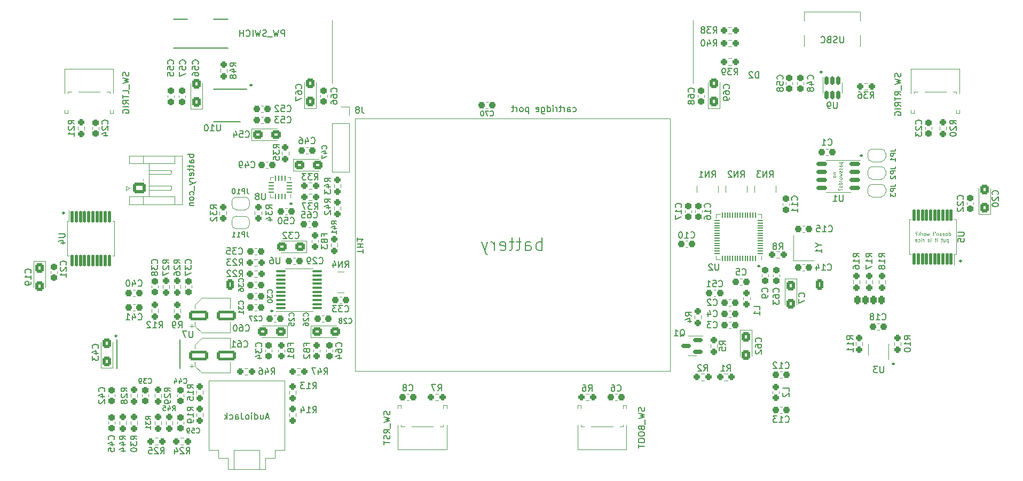
<source format=gbo>
%TF.GenerationSoftware,KiCad,Pcbnew,(6.0.7)*%
%TF.CreationDate,2023-03-31T21:06:09+02:00*%
%TF.ProjectId,airboy,61697262-6f79-42e6-9b69-6361645f7063,rev?*%
%TF.SameCoordinates,Original*%
%TF.FileFunction,Legend,Bot*%
%TF.FilePolarity,Positive*%
%FSLAX46Y46*%
G04 Gerber Fmt 4.6, Leading zero omitted, Abs format (unit mm)*
G04 Created by KiCad (PCBNEW (6.0.7)) date 2023-03-31 21:06:09*
%MOMM*%
%LPD*%
G01*
G04 APERTURE LIST*
G04 Aperture macros list*
%AMRoundRect*
0 Rectangle with rounded corners*
0 $1 Rounding radius*
0 $2 $3 $4 $5 $6 $7 $8 $9 X,Y pos of 4 corners*
0 Add a 4 corners polygon primitive as box body*
4,1,4,$2,$3,$4,$5,$6,$7,$8,$9,$2,$3,0*
0 Add four circle primitives for the rounded corners*
1,1,$1+$1,$2,$3*
1,1,$1+$1,$4,$5*
1,1,$1+$1,$6,$7*
1,1,$1+$1,$8,$9*
0 Add four rect primitives between the rounded corners*
20,1,$1+$1,$2,$3,$4,$5,0*
20,1,$1+$1,$4,$5,$6,$7,0*
20,1,$1+$1,$6,$7,$8,$9,0*
20,1,$1+$1,$8,$9,$2,$3,0*%
%AMFreePoly0*
4,1,22,0.500000,-0.750000,0.000000,-0.750000,0.000000,-0.745033,-0.079941,-0.743568,-0.215256,-0.701293,-0.333266,-0.622738,-0.424486,-0.514219,-0.481581,-0.384460,-0.499164,-0.250000,-0.500000,-0.250000,-0.500000,0.250000,-0.499164,0.250000,-0.499963,0.256109,-0.478152,0.396186,-0.417904,0.524511,-0.324060,0.630769,-0.204165,0.706417,-0.067858,0.745374,0.000000,0.744959,0.000000,0.750000,
0.500000,0.750000,0.500000,-0.750000,0.500000,-0.750000,$1*%
%AMFreePoly1*
4,1,20,0.000000,0.744959,0.073905,0.744508,0.209726,0.703889,0.328688,0.626782,0.421226,0.519385,0.479903,0.390333,0.500000,0.250000,0.500000,-0.250000,0.499851,-0.262216,0.476331,-0.402017,0.414519,-0.529596,0.319384,-0.634700,0.198574,-0.708877,0.061801,-0.746166,0.000000,-0.745033,0.000000,-0.750000,-0.500000,-0.750000,-0.500000,0.750000,0.000000,0.750000,0.000000,0.744959,
0.000000,0.744959,$1*%
G04 Aperture macros list end*
%ADD10C,0.120000*%
%ADD11C,0.275000*%
%ADD12C,0.100000*%
%ADD13C,0.150000*%
%ADD14C,0.249999*%
%ADD15C,5.400000*%
%ADD16RoundRect,0.250000X0.350000X0.625000X-0.350000X0.625000X-0.350000X-0.625000X0.350000X-0.625000X0*%
%ADD17O,1.200000X1.750000*%
%ADD18C,1.700000*%
%ADD19RoundRect,0.250000X-0.250000X-0.450000X0.250000X-0.450000X0.250000X0.450000X-0.250000X0.450000X0*%
%ADD20RoundRect,0.237500X0.300000X0.237500X-0.300000X0.237500X-0.300000X-0.237500X0.300000X-0.237500X0*%
%ADD21RoundRect,0.237500X-0.237500X0.287500X-0.237500X-0.287500X0.237500X-0.287500X0.237500X0.287500X0*%
%ADD22RoundRect,0.237500X-0.250000X-0.237500X0.250000X-0.237500X0.250000X0.237500X-0.250000X0.237500X0*%
%ADD23RoundRect,0.237500X0.237500X-0.250000X0.237500X0.250000X-0.237500X0.250000X-0.237500X-0.250000X0*%
%ADD24R,0.630000X0.500000*%
%ADD25C,2.100000*%
%ADD26C,1.750000*%
%ADD27R,0.450000X1.500000*%
%ADD28R,5.500000X3.000000*%
%ADD29RoundRect,0.237500X-0.300000X-0.237500X0.300000X-0.237500X0.300000X0.237500X-0.300000X0.237500X0*%
%ADD30RoundRect,0.237500X-0.237500X0.250000X-0.237500X-0.250000X0.237500X-0.250000X0.237500X0.250000X0*%
%ADD31RoundRect,0.237500X0.250000X0.237500X-0.250000X0.237500X-0.250000X-0.237500X0.250000X-0.237500X0*%
%ADD32RoundRect,0.250000X0.425000X-0.537500X0.425000X0.537500X-0.425000X0.537500X-0.425000X-0.537500X0*%
%ADD33RoundRect,0.237500X0.237500X-0.300000X0.237500X0.300000X-0.237500X0.300000X-0.237500X-0.300000X0*%
%ADD34RoundRect,0.237500X-0.237500X0.300000X-0.237500X-0.300000X0.237500X-0.300000X0.237500X0.300000X0*%
%ADD35RoundRect,0.050000X0.050000X-0.387500X0.050000X0.387500X-0.050000X0.387500X-0.050000X-0.387500X0*%
%ADD36RoundRect,0.050000X0.387500X-0.050000X0.387500X0.050000X-0.387500X0.050000X-0.387500X-0.050000X0*%
%ADD37R,5.600000X5.600000*%
%ADD38RoundRect,0.100000X-0.637500X-0.100000X0.637500X-0.100000X0.637500X0.100000X-0.637500X0.100000X0*%
%ADD39C,3.000000*%
%ADD40RoundRect,0.237500X0.237500X-0.287500X0.237500X0.287500X-0.237500X0.287500X-0.237500X-0.287500X0*%
%ADD41O,1.200000X2.200000*%
%ADD42O,2.200000X1.200000*%
%ADD43RoundRect,0.125000X-0.125000X0.825000X-0.125000X-0.825000X0.125000X-0.825000X0.125000X0.825000X0*%
%ADD44C,1.400000*%
%ADD45C,0.600000*%
%ADD46R,0.600000X1.160000*%
%ADD47R,0.300000X1.160000*%
%ADD48O,0.900000X1.700000*%
%ADD49O,0.900000X2.000000*%
%ADD50RoundRect,0.125000X0.125000X-0.825000X0.125000X0.825000X-0.125000X0.825000X-0.125000X-0.825000X0*%
%ADD51O,2.200000X3.500000*%
%ADD52R,1.500000X2.500000*%
%ADD53O,1.500000X2.500000*%
%ADD54R,0.800000X0.500000*%
%ADD55R,0.800000X0.400000*%
%ADD56RoundRect,0.150000X-0.150000X0.512500X-0.150000X-0.512500X0.150000X-0.512500X0.150000X0.512500X0*%
%ADD57R,0.800000X2.500000*%
%ADD58O,1.500000X4.300000*%
%ADD59R,0.500000X0.800000*%
%ADD60R,0.400000X0.800000*%
%ADD61RoundRect,0.250000X-1.250000X-0.550000X1.250000X-0.550000X1.250000X0.550000X-1.250000X0.550000X0*%
%ADD62RoundRect,0.250000X-0.537500X-0.425000X0.537500X-0.425000X0.537500X0.425000X-0.537500X0.425000X0*%
%ADD63RoundRect,0.062500X0.062500X-0.375000X0.062500X0.375000X-0.062500X0.375000X-0.062500X-0.375000X0*%
%ADD64RoundRect,0.062500X0.375000X-0.062500X0.375000X0.062500X-0.375000X0.062500X-0.375000X-0.062500X0*%
%ADD65R,1.600000X1.600000*%
%ADD66RoundRect,0.250000X0.537500X0.425000X-0.537500X0.425000X-0.537500X-0.425000X0.537500X-0.425000X0*%
%ADD67R,0.650000X1.560000*%
%ADD68RoundRect,0.250000X-0.425000X0.537500X-0.425000X-0.537500X0.425000X-0.537500X0.425000X0.537500X0*%
%ADD69FreePoly0,180.000000*%
%ADD70FreePoly1,180.000000*%
%ADD71RoundRect,0.250000X0.750000X-0.600000X0.750000X0.600000X-0.750000X0.600000X-0.750000X-0.600000X0*%
%ADD72O,2.000000X1.700000*%
%ADD73R,1.505000X0.802000*%
%ADD74R,2.613000X3.502000*%
%ADD75RoundRect,0.150000X0.587500X0.150000X-0.587500X0.150000X-0.587500X-0.150000X0.587500X-0.150000X0*%
%ADD76C,1.800000*%
%ADD77R,1.700000X1.700000*%
%ADD78O,1.700000X1.700000*%
%ADD79RoundRect,0.150000X0.675000X0.150000X-0.675000X0.150000X-0.675000X-0.150000X0.675000X-0.150000X0*%
%ADD80R,1.200000X1.400000*%
G04 APERTURE END LIST*
D10*
X220388714Y-93260428D02*
X220388714Y-92660428D01*
X220388714Y-93231857D02*
X220441095Y-93260428D01*
X220545857Y-93260428D01*
X220598238Y-93231857D01*
X220624428Y-93203285D01*
X220650619Y-93146142D01*
X220650619Y-92974714D01*
X220624428Y-92917571D01*
X220598238Y-92889000D01*
X220545857Y-92860428D01*
X220441095Y-92860428D01*
X220388714Y-92889000D01*
X220048238Y-93260428D02*
X220100619Y-93231857D01*
X220126809Y-93203285D01*
X220153000Y-93146142D01*
X220153000Y-92974714D01*
X220126809Y-92917571D01*
X220100619Y-92889000D01*
X220048238Y-92860428D01*
X219969666Y-92860428D01*
X219917285Y-92889000D01*
X219891095Y-92917571D01*
X219864904Y-92974714D01*
X219864904Y-93146142D01*
X219891095Y-93203285D01*
X219917285Y-93231857D01*
X219969666Y-93260428D01*
X220048238Y-93260428D01*
X219419666Y-93231857D02*
X219472047Y-93260428D01*
X219576809Y-93260428D01*
X219629190Y-93231857D01*
X219655380Y-93174714D01*
X219655380Y-92946142D01*
X219629190Y-92889000D01*
X219576809Y-92860428D01*
X219472047Y-92860428D01*
X219419666Y-92889000D01*
X219393476Y-92946142D01*
X219393476Y-93003285D01*
X219655380Y-93060428D01*
X219183952Y-93231857D02*
X219131571Y-93260428D01*
X219026809Y-93260428D01*
X218974428Y-93231857D01*
X218948238Y-93174714D01*
X218948238Y-93146142D01*
X218974428Y-93089000D01*
X219026809Y-93060428D01*
X219105380Y-93060428D01*
X219157761Y-93031857D01*
X219183952Y-92974714D01*
X219183952Y-92946142D01*
X219157761Y-92889000D01*
X219105380Y-92860428D01*
X219026809Y-92860428D01*
X218974428Y-92889000D01*
X218712523Y-92860428D02*
X218712523Y-93260428D01*
X218712523Y-92917571D02*
X218686333Y-92889000D01*
X218633952Y-92860428D01*
X218555380Y-92860428D01*
X218503000Y-92889000D01*
X218476809Y-92946142D01*
X218476809Y-93260428D01*
X218188714Y-92660428D02*
X218241095Y-92774714D01*
X218031571Y-92860428D02*
X217822047Y-92860428D01*
X217953000Y-92660428D02*
X217953000Y-93174714D01*
X217926809Y-93231857D01*
X217874428Y-93260428D01*
X217822047Y-93260428D01*
X217272047Y-92860428D02*
X217167285Y-93260428D01*
X217062523Y-92974714D01*
X216957761Y-93260428D01*
X216853000Y-92860428D01*
X216564904Y-93260428D02*
X216617285Y-93231857D01*
X216643476Y-93203285D01*
X216669666Y-93146142D01*
X216669666Y-92974714D01*
X216643476Y-92917571D01*
X216617285Y-92889000D01*
X216564904Y-92860428D01*
X216486333Y-92860428D01*
X216433952Y-92889000D01*
X216407761Y-92917571D01*
X216381571Y-92974714D01*
X216381571Y-93146142D01*
X216407761Y-93203285D01*
X216433952Y-93231857D01*
X216486333Y-93260428D01*
X216564904Y-93260428D01*
X216145857Y-93260428D02*
X216145857Y-92860428D01*
X216145857Y-92974714D02*
X216119666Y-92917571D01*
X216093476Y-92889000D01*
X216041095Y-92860428D01*
X215988714Y-92860428D01*
X215805380Y-93260428D02*
X215805380Y-92660428D01*
X215753000Y-93031857D02*
X215595857Y-93260428D01*
X215595857Y-92860428D02*
X215805380Y-93089000D01*
X215281571Y-93203285D02*
X215255380Y-93231857D01*
X215281571Y-93260428D01*
X215307761Y-93231857D01*
X215281571Y-93203285D01*
X215281571Y-93260428D01*
X215386333Y-92689000D02*
X215333952Y-92660428D01*
X215203000Y-92660428D01*
X215150619Y-92689000D01*
X215124428Y-92746142D01*
X215124428Y-92803285D01*
X215150619Y-92860428D01*
X215176809Y-92889000D01*
X215229190Y-92917571D01*
X215255380Y-92946142D01*
X215281571Y-93003285D01*
X215281571Y-93031857D01*
X220270857Y-93826428D02*
X220270857Y-94426428D01*
X220270857Y-93855000D02*
X220218476Y-93826428D01*
X220113714Y-93826428D01*
X220061333Y-93855000D01*
X220035142Y-93883571D01*
X220008952Y-93940714D01*
X220008952Y-94112142D01*
X220035142Y-94169285D01*
X220061333Y-94197857D01*
X220113714Y-94226428D01*
X220218476Y-94226428D01*
X220270857Y-94197857D01*
X219537523Y-93826428D02*
X219537523Y-94226428D01*
X219773238Y-93826428D02*
X219773238Y-94140714D01*
X219747047Y-94197857D01*
X219694666Y-94226428D01*
X219616095Y-94226428D01*
X219563714Y-94197857D01*
X219537523Y-94169285D01*
X219354190Y-93826428D02*
X219144666Y-93826428D01*
X219275619Y-93626428D02*
X219275619Y-94140714D01*
X219249428Y-94197857D01*
X219197047Y-94226428D01*
X219144666Y-94226428D01*
X218542285Y-94226428D02*
X218542285Y-93826428D01*
X218542285Y-93626428D02*
X218568476Y-93655000D01*
X218542285Y-93683571D01*
X218516095Y-93655000D01*
X218542285Y-93626428D01*
X218542285Y-93683571D01*
X218358952Y-93826428D02*
X218149428Y-93826428D01*
X218280380Y-93626428D02*
X218280380Y-94140714D01*
X218254190Y-94197857D01*
X218201809Y-94226428D01*
X218149428Y-94226428D01*
X217547047Y-94226428D02*
X217547047Y-93826428D01*
X217547047Y-93626428D02*
X217573238Y-93655000D01*
X217547047Y-93683571D01*
X217520857Y-93655000D01*
X217547047Y-93626428D01*
X217547047Y-93683571D01*
X217285142Y-93826428D02*
X217285142Y-94226428D01*
X217285142Y-93883571D02*
X217258952Y-93855000D01*
X217206571Y-93826428D01*
X217128000Y-93826428D01*
X217075619Y-93855000D01*
X217049428Y-93912142D01*
X217049428Y-94226428D01*
X216368476Y-94226428D02*
X216368476Y-93826428D01*
X216368476Y-93940714D02*
X216342285Y-93883571D01*
X216316095Y-93855000D01*
X216263714Y-93826428D01*
X216211333Y-93826428D01*
X216028000Y-94226428D02*
X216028000Y-93826428D01*
X216028000Y-93626428D02*
X216054190Y-93655000D01*
X216028000Y-93683571D01*
X216001809Y-93655000D01*
X216028000Y-93626428D01*
X216028000Y-93683571D01*
X215530380Y-94197857D02*
X215582761Y-94226428D01*
X215687523Y-94226428D01*
X215739904Y-94197857D01*
X215766095Y-94169285D01*
X215792285Y-94112142D01*
X215792285Y-93940714D01*
X215766095Y-93883571D01*
X215739904Y-93855000D01*
X215687523Y-93826428D01*
X215582761Y-93826428D01*
X215530380Y-93855000D01*
X215085142Y-94197857D02*
X215137523Y-94226428D01*
X215242285Y-94226428D01*
X215294666Y-94197857D01*
X215320857Y-94140714D01*
X215320857Y-93912142D01*
X215294666Y-93855000D01*
X215242285Y-93826428D01*
X215137523Y-93826428D01*
X215085142Y-93855000D01*
X215058952Y-93912142D01*
X215058952Y-93969285D01*
X215320857Y-94026428D01*
X202080428Y-83243809D02*
X202480428Y-83243809D01*
X202137571Y-83243809D02*
X202109000Y-83270000D01*
X202080428Y-83322380D01*
X202080428Y-83400952D01*
X202109000Y-83453333D01*
X202166142Y-83479523D01*
X202480428Y-83479523D01*
X202480428Y-83820000D02*
X202451857Y-83767619D01*
X202423285Y-83741428D01*
X202366142Y-83715238D01*
X202194714Y-83715238D01*
X202137571Y-83741428D01*
X202109000Y-83767619D01*
X202080428Y-83820000D01*
X202080428Y-83898571D01*
X202109000Y-83950952D01*
X202137571Y-83977142D01*
X202194714Y-84003333D01*
X202366142Y-84003333D01*
X202423285Y-83977142D01*
X202451857Y-83950952D01*
X202480428Y-83898571D01*
X202480428Y-83820000D01*
X203046428Y-81593809D02*
X203646428Y-81593809D01*
X203075000Y-81593809D02*
X203046428Y-81646190D01*
X203046428Y-81750952D01*
X203075000Y-81803333D01*
X203103571Y-81829523D01*
X203160714Y-81855714D01*
X203332142Y-81855714D01*
X203389285Y-81829523D01*
X203417857Y-81803333D01*
X203446428Y-81750952D01*
X203446428Y-81646190D01*
X203417857Y-81593809D01*
X203446428Y-82327142D02*
X203132142Y-82327142D01*
X203075000Y-82300952D01*
X203046428Y-82248571D01*
X203046428Y-82143809D01*
X203075000Y-82091428D01*
X203417857Y-82327142D02*
X203446428Y-82274761D01*
X203446428Y-82143809D01*
X203417857Y-82091428D01*
X203360714Y-82065238D01*
X203303571Y-82065238D01*
X203246428Y-82091428D01*
X203217857Y-82143809D01*
X203217857Y-82274761D01*
X203189285Y-82327142D01*
X203417857Y-82562857D02*
X203446428Y-82615238D01*
X203446428Y-82720000D01*
X203417857Y-82772380D01*
X203360714Y-82798571D01*
X203332142Y-82798571D01*
X203275000Y-82772380D01*
X203246428Y-82720000D01*
X203246428Y-82641428D01*
X203217857Y-82589047D01*
X203160714Y-82562857D01*
X203132142Y-82562857D01*
X203075000Y-82589047D01*
X203046428Y-82641428D01*
X203046428Y-82720000D01*
X203075000Y-82772380D01*
X203417857Y-83008095D02*
X203446428Y-83060476D01*
X203446428Y-83165238D01*
X203417857Y-83217619D01*
X203360714Y-83243809D01*
X203332142Y-83243809D01*
X203275000Y-83217619D01*
X203246428Y-83165238D01*
X203246428Y-83086666D01*
X203217857Y-83034285D01*
X203160714Y-83008095D01*
X203132142Y-83008095D01*
X203075000Y-83034285D01*
X203046428Y-83086666D01*
X203046428Y-83165238D01*
X203075000Y-83217619D01*
X203046428Y-83427142D02*
X203446428Y-83531904D01*
X203160714Y-83636666D01*
X203446428Y-83741428D01*
X203046428Y-83846190D01*
X203446428Y-84134285D02*
X203417857Y-84081904D01*
X203389285Y-84055714D01*
X203332142Y-84029523D01*
X203160714Y-84029523D01*
X203103571Y-84055714D01*
X203075000Y-84081904D01*
X203046428Y-84134285D01*
X203046428Y-84212857D01*
X203075000Y-84265238D01*
X203103571Y-84291428D01*
X203160714Y-84317619D01*
X203332142Y-84317619D01*
X203389285Y-84291428D01*
X203417857Y-84265238D01*
X203446428Y-84212857D01*
X203446428Y-84134285D01*
X203446428Y-84553333D02*
X203046428Y-84553333D01*
X203160714Y-84553333D02*
X203103571Y-84579523D01*
X203075000Y-84605714D01*
X203046428Y-84658095D01*
X203046428Y-84710476D01*
X203446428Y-85129523D02*
X202846428Y-85129523D01*
X203417857Y-85129523D02*
X203446428Y-85077142D01*
X203446428Y-84972380D01*
X203417857Y-84920000D01*
X203389285Y-84893809D01*
X203332142Y-84867619D01*
X203160714Y-84867619D01*
X203103571Y-84893809D01*
X203075000Y-84920000D01*
X203046428Y-84972380D01*
X203046428Y-85077142D01*
X203075000Y-85129523D01*
X203417857Y-85365238D02*
X203446428Y-85417619D01*
X203446428Y-85522380D01*
X203417857Y-85574761D01*
X203360714Y-85600952D01*
X203332142Y-85600952D01*
X203275000Y-85574761D01*
X203246428Y-85522380D01*
X203246428Y-85443809D01*
X203217857Y-85391428D01*
X203160714Y-85365238D01*
X203132142Y-85365238D01*
X203075000Y-85391428D01*
X203046428Y-85443809D01*
X203046428Y-85522380D01*
X203075000Y-85574761D01*
X203389285Y-85915238D02*
X203417857Y-85941428D01*
X203446428Y-85915238D01*
X203417857Y-85889047D01*
X203389285Y-85915238D01*
X203446428Y-85915238D01*
X202875000Y-85810476D02*
X202846428Y-85862857D01*
X202846428Y-85993809D01*
X202875000Y-86046190D01*
X202932142Y-86072380D01*
X202989285Y-86072380D01*
X203046428Y-86046190D01*
X203075000Y-86020000D01*
X203103571Y-85967619D01*
X203132142Y-85941428D01*
X203189285Y-85915238D01*
X203217857Y-85915238D01*
D11*
X200289500Y-67310000D02*
G75*
G03*
X200289500Y-67310000I-137500J0D01*
G01*
X116215500Y-88192000D02*
G75*
G03*
X116215500Y-88192000I-137500J0D01*
G01*
X222387500Y-97282000D02*
G75*
G03*
X222387500Y-97282000I-137500J0D01*
G01*
X113167500Y-105210000D02*
G75*
G03*
X113167500Y-105210000I-137500J0D01*
G01*
X109865500Y-69396000D02*
G75*
G03*
X109865500Y-69396000I-137500J0D01*
G01*
X190383500Y-98098000D02*
G75*
G03*
X190383500Y-98098000I-137500J0D01*
G01*
D12*
X126200000Y-74700000D02*
X176200000Y-74700000D01*
X176200000Y-74700000D02*
X176200000Y-114700000D01*
X176200000Y-114700000D02*
X126200000Y-114700000D01*
X126200000Y-114700000D02*
X126200000Y-74700000D01*
D11*
X211719500Y-113592000D02*
G75*
G03*
X211719500Y-113592000I-137500J0D01*
G01*
X206639500Y-80572000D02*
G75*
G03*
X206639500Y-80572000I-137500J0D01*
G01*
X80147500Y-89662000D02*
G75*
G03*
X80147500Y-89662000I-137500J0D01*
G01*
D13*
X155914285Y-95604761D02*
X155914285Y-93604761D01*
X155914285Y-94366666D02*
X155723809Y-94271428D01*
X155342857Y-94271428D01*
X155152380Y-94366666D01*
X155057142Y-94461904D01*
X154961904Y-94652380D01*
X154961904Y-95223809D01*
X155057142Y-95414285D01*
X155152380Y-95509523D01*
X155342857Y-95604761D01*
X155723809Y-95604761D01*
X155914285Y-95509523D01*
X153247619Y-95604761D02*
X153247619Y-94557142D01*
X153342857Y-94366666D01*
X153533333Y-94271428D01*
X153914285Y-94271428D01*
X154104761Y-94366666D01*
X153247619Y-95509523D02*
X153438095Y-95604761D01*
X153914285Y-95604761D01*
X154104761Y-95509523D01*
X154200000Y-95319047D01*
X154200000Y-95128571D01*
X154104761Y-94938095D01*
X153914285Y-94842857D01*
X153438095Y-94842857D01*
X153247619Y-94747619D01*
X152580952Y-94271428D02*
X151819047Y-94271428D01*
X152295238Y-93604761D02*
X152295238Y-95319047D01*
X152200000Y-95509523D01*
X152009523Y-95604761D01*
X151819047Y-95604761D01*
X151438095Y-94271428D02*
X150676190Y-94271428D01*
X151152380Y-93604761D02*
X151152380Y-95319047D01*
X151057142Y-95509523D01*
X150866666Y-95604761D01*
X150676190Y-95604761D01*
X149247619Y-95509523D02*
X149438095Y-95604761D01*
X149819047Y-95604761D01*
X150009523Y-95509523D01*
X150104761Y-95319047D01*
X150104761Y-94557142D01*
X150009523Y-94366666D01*
X149819047Y-94271428D01*
X149438095Y-94271428D01*
X149247619Y-94366666D01*
X149152380Y-94557142D01*
X149152380Y-94747619D01*
X150104761Y-94938095D01*
X148295238Y-95604761D02*
X148295238Y-94271428D01*
X148295238Y-94652380D02*
X148200000Y-94461904D01*
X148104761Y-94366666D01*
X147914285Y-94271428D01*
X147723809Y-94271428D01*
X147247619Y-94271428D02*
X146771428Y-95604761D01*
X146295238Y-94271428D02*
X146771428Y-95604761D01*
X146961904Y-96080952D01*
X147057142Y-96176190D01*
X147247619Y-96271428D01*
X100655380Y-80383571D02*
X99655380Y-80383571D01*
X100036333Y-80383571D02*
X99988714Y-80478809D01*
X99988714Y-80669285D01*
X100036333Y-80764523D01*
X100083952Y-80812142D01*
X100179190Y-80859761D01*
X100464904Y-80859761D01*
X100560142Y-80812142D01*
X100607761Y-80764523D01*
X100655380Y-80669285D01*
X100655380Y-80478809D01*
X100607761Y-80383571D01*
X100655380Y-81716904D02*
X100131571Y-81716904D01*
X100036333Y-81669285D01*
X99988714Y-81574047D01*
X99988714Y-81383571D01*
X100036333Y-81288333D01*
X100607761Y-81716904D02*
X100655380Y-81621666D01*
X100655380Y-81383571D01*
X100607761Y-81288333D01*
X100512523Y-81240714D01*
X100417285Y-81240714D01*
X100322047Y-81288333D01*
X100274428Y-81383571D01*
X100274428Y-81621666D01*
X100226809Y-81716904D01*
X99988714Y-82050238D02*
X99988714Y-82431190D01*
X99655380Y-82193095D02*
X100512523Y-82193095D01*
X100607761Y-82240714D01*
X100655380Y-82335952D01*
X100655380Y-82431190D01*
X99988714Y-82621666D02*
X99988714Y-83002619D01*
X99655380Y-82764523D02*
X100512523Y-82764523D01*
X100607761Y-82812142D01*
X100655380Y-82907380D01*
X100655380Y-83002619D01*
X100607761Y-83716904D02*
X100655380Y-83621666D01*
X100655380Y-83431190D01*
X100607761Y-83335952D01*
X100512523Y-83288333D01*
X100131571Y-83288333D01*
X100036333Y-83335952D01*
X99988714Y-83431190D01*
X99988714Y-83621666D01*
X100036333Y-83716904D01*
X100131571Y-83764523D01*
X100226809Y-83764523D01*
X100322047Y-83288333D01*
X100655380Y-84193095D02*
X99988714Y-84193095D01*
X100179190Y-84193095D02*
X100083952Y-84240714D01*
X100036333Y-84288333D01*
X99988714Y-84383571D01*
X99988714Y-84478809D01*
X99988714Y-84716904D02*
X100655380Y-84955000D01*
X99988714Y-85193095D02*
X100655380Y-84955000D01*
X100893476Y-84859761D01*
X100941095Y-84812142D01*
X100988714Y-84716904D01*
X100750619Y-85335952D02*
X100750619Y-86097857D01*
X100607761Y-86764523D02*
X100655380Y-86669285D01*
X100655380Y-86478809D01*
X100607761Y-86383571D01*
X100560142Y-86335952D01*
X100464904Y-86288333D01*
X100179190Y-86288333D01*
X100083952Y-86335952D01*
X100036333Y-86383571D01*
X99988714Y-86478809D01*
X99988714Y-86669285D01*
X100036333Y-86764523D01*
X100655380Y-87335952D02*
X100607761Y-87240714D01*
X100560142Y-87193095D01*
X100464904Y-87145476D01*
X100179190Y-87145476D01*
X100083952Y-87193095D01*
X100036333Y-87240714D01*
X99988714Y-87335952D01*
X99988714Y-87478809D01*
X100036333Y-87574047D01*
X100083952Y-87621666D01*
X100179190Y-87669285D01*
X100464904Y-87669285D01*
X100560142Y-87621666D01*
X100607761Y-87574047D01*
X100655380Y-87478809D01*
X100655380Y-87335952D01*
X99988714Y-88097857D02*
X100655380Y-88097857D01*
X100083952Y-88097857D02*
X100036333Y-88145476D01*
X99988714Y-88240714D01*
X99988714Y-88383571D01*
X100036333Y-88478809D01*
X100131571Y-88526428D01*
X100655380Y-88526428D01*
%TO.C,C52*%
X115450857Y-73509142D02*
X115498476Y-73556761D01*
X115641333Y-73604380D01*
X115736571Y-73604380D01*
X115879428Y-73556761D01*
X115974666Y-73461523D01*
X116022285Y-73366285D01*
X116069904Y-73175809D01*
X116069904Y-73032952D01*
X116022285Y-72842476D01*
X115974666Y-72747238D01*
X115879428Y-72652000D01*
X115736571Y-72604380D01*
X115641333Y-72604380D01*
X115498476Y-72652000D01*
X115450857Y-72699619D01*
X114546095Y-72604380D02*
X115022285Y-72604380D01*
X115069904Y-73080571D01*
X115022285Y-73032952D01*
X114927047Y-72985333D01*
X114688952Y-72985333D01*
X114593714Y-73032952D01*
X114546095Y-73080571D01*
X114498476Y-73175809D01*
X114498476Y-73413904D01*
X114546095Y-73509142D01*
X114593714Y-73556761D01*
X114688952Y-73604380D01*
X114927047Y-73604380D01*
X115022285Y-73556761D01*
X115069904Y-73509142D01*
X114117523Y-72699619D02*
X114069904Y-72652000D01*
X113974666Y-72604380D01*
X113736571Y-72604380D01*
X113641333Y-72652000D01*
X113593714Y-72699619D01*
X113546095Y-72794857D01*
X113546095Y-72890095D01*
X113593714Y-73032952D01*
X114165142Y-73604380D01*
X113546095Y-73604380D01*
%TO.C,L2*%
X195041780Y-117943333D02*
X195041780Y-117467142D01*
X194041780Y-117467142D01*
X194137019Y-118229047D02*
X194089400Y-118276666D01*
X194041780Y-118371904D01*
X194041780Y-118610000D01*
X194089400Y-118705238D01*
X194137019Y-118752857D01*
X194232257Y-118800476D01*
X194327495Y-118800476D01*
X194470352Y-118752857D01*
X195041780Y-118181428D01*
X195041780Y-118800476D01*
%TO.C,C12*%
X194444857Y-114243142D02*
X194492476Y-114290761D01*
X194635333Y-114338380D01*
X194730571Y-114338380D01*
X194873428Y-114290761D01*
X194968666Y-114195523D01*
X195016285Y-114100285D01*
X195063904Y-113909809D01*
X195063904Y-113766952D01*
X195016285Y-113576476D01*
X194968666Y-113481238D01*
X194873428Y-113386000D01*
X194730571Y-113338380D01*
X194635333Y-113338380D01*
X194492476Y-113386000D01*
X194444857Y-113433619D01*
X193492476Y-114338380D02*
X194063904Y-114338380D01*
X193778190Y-114338380D02*
X193778190Y-113338380D01*
X193873428Y-113481238D01*
X193968666Y-113576476D01*
X194063904Y-113624095D01*
X193111523Y-113433619D02*
X193063904Y-113386000D01*
X192968666Y-113338380D01*
X192730571Y-113338380D01*
X192635333Y-113386000D01*
X192587714Y-113433619D01*
X192540095Y-113528857D01*
X192540095Y-113624095D01*
X192587714Y-113766952D01*
X193159142Y-114338380D01*
X192540095Y-114338380D01*
%TO.C,R8*%
X193460666Y-95448380D02*
X193794000Y-94972190D01*
X194032095Y-95448380D02*
X194032095Y-94448380D01*
X193651142Y-94448380D01*
X193555904Y-94496000D01*
X193508285Y-94543619D01*
X193460666Y-94638857D01*
X193460666Y-94781714D01*
X193508285Y-94876952D01*
X193555904Y-94924571D01*
X193651142Y-94972190D01*
X194032095Y-94972190D01*
X192889238Y-94876952D02*
X192984476Y-94829333D01*
X193032095Y-94781714D01*
X193079714Y-94686476D01*
X193079714Y-94638857D01*
X193032095Y-94543619D01*
X192984476Y-94496000D01*
X192889238Y-94448380D01*
X192698761Y-94448380D01*
X192603523Y-94496000D01*
X192555904Y-94543619D01*
X192508285Y-94638857D01*
X192508285Y-94686476D01*
X192555904Y-94781714D01*
X192603523Y-94829333D01*
X192698761Y-94876952D01*
X192889238Y-94876952D01*
X192984476Y-94924571D01*
X193032095Y-94972190D01*
X193079714Y-95067428D01*
X193079714Y-95257904D01*
X193032095Y-95353142D01*
X192984476Y-95400761D01*
X192889238Y-95448380D01*
X192698761Y-95448380D01*
X192603523Y-95400761D01*
X192555904Y-95353142D01*
X192508285Y-95257904D01*
X192508285Y-95067428D01*
X192555904Y-94972190D01*
X192603523Y-94924571D01*
X192698761Y-94876952D01*
%TO.C,R35*%
X114244380Y-79367142D02*
X113768190Y-79033809D01*
X114244380Y-78795714D02*
X113244380Y-78795714D01*
X113244380Y-79176666D01*
X113292000Y-79271904D01*
X113339619Y-79319523D01*
X113434857Y-79367142D01*
X113577714Y-79367142D01*
X113672952Y-79319523D01*
X113720571Y-79271904D01*
X113768190Y-79176666D01*
X113768190Y-78795714D01*
X113244380Y-79700476D02*
X113244380Y-80319523D01*
X113625333Y-79986190D01*
X113625333Y-80129047D01*
X113672952Y-80224285D01*
X113720571Y-80271904D01*
X113815809Y-80319523D01*
X114053904Y-80319523D01*
X114149142Y-80271904D01*
X114196761Y-80224285D01*
X114244380Y-80129047D01*
X114244380Y-79843333D01*
X114196761Y-79748095D01*
X114149142Y-79700476D01*
X113244380Y-81224285D02*
X113244380Y-80748095D01*
X113720571Y-80700476D01*
X113672952Y-80748095D01*
X113625333Y-80843333D01*
X113625333Y-81081428D01*
X113672952Y-81176666D01*
X113720571Y-81224285D01*
X113815809Y-81271904D01*
X114053904Y-81271904D01*
X114149142Y-81224285D01*
X114196761Y-81176666D01*
X114244380Y-81081428D01*
X114244380Y-80843333D01*
X114196761Y-80748095D01*
X114149142Y-80700476D01*
%TO.C,SW2*%
X131722761Y-121102761D02*
X131770380Y-121245619D01*
X131770380Y-121483714D01*
X131722761Y-121578952D01*
X131675142Y-121626571D01*
X131579904Y-121674190D01*
X131484666Y-121674190D01*
X131389428Y-121626571D01*
X131341809Y-121578952D01*
X131294190Y-121483714D01*
X131246571Y-121293238D01*
X131198952Y-121198000D01*
X131151333Y-121150380D01*
X131056095Y-121102761D01*
X130960857Y-121102761D01*
X130865619Y-121150380D01*
X130818000Y-121198000D01*
X130770380Y-121293238D01*
X130770380Y-121531333D01*
X130818000Y-121674190D01*
X130770380Y-122007523D02*
X131770380Y-122245619D01*
X131056095Y-122436095D01*
X131770380Y-122626571D01*
X130770380Y-122864666D01*
X131865619Y-123007523D02*
X131865619Y-123769428D01*
X131770380Y-124578952D02*
X131294190Y-124245619D01*
X131770380Y-124007523D02*
X130770380Y-124007523D01*
X130770380Y-124388476D01*
X130818000Y-124483714D01*
X130865619Y-124531333D01*
X130960857Y-124578952D01*
X131103714Y-124578952D01*
X131198952Y-124531333D01*
X131246571Y-124483714D01*
X131294190Y-124388476D01*
X131294190Y-124007523D01*
X131722761Y-124959904D02*
X131770380Y-125102761D01*
X131770380Y-125340857D01*
X131722761Y-125436095D01*
X131675142Y-125483714D01*
X131579904Y-125531333D01*
X131484666Y-125531333D01*
X131389428Y-125483714D01*
X131341809Y-125436095D01*
X131294190Y-125340857D01*
X131246571Y-125150380D01*
X131198952Y-125055142D01*
X131151333Y-125007523D01*
X131056095Y-124959904D01*
X130960857Y-124959904D01*
X130865619Y-125007523D01*
X130818000Y-125055142D01*
X130770380Y-125150380D01*
X130770380Y-125388476D01*
X130818000Y-125531333D01*
X130770380Y-125817047D02*
X130770380Y-126388476D01*
X131770380Y-126102761D02*
X130770380Y-126102761D01*
%TO.C,U7*%
X100502404Y-108418380D02*
X100502404Y-109227904D01*
X100454785Y-109323142D01*
X100407166Y-109370761D01*
X100311928Y-109418380D01*
X100121452Y-109418380D01*
X100026214Y-109370761D01*
X99978595Y-109323142D01*
X99930976Y-109227904D01*
X99930976Y-108418380D01*
X99550023Y-108418380D02*
X98883357Y-108418380D01*
X99311928Y-109418380D01*
%TO.C,C10*%
X179458857Y-93542142D02*
X179506476Y-93589761D01*
X179649333Y-93637380D01*
X179744571Y-93637380D01*
X179887428Y-93589761D01*
X179982666Y-93494523D01*
X180030285Y-93399285D01*
X180077904Y-93208809D01*
X180077904Y-93065952D01*
X180030285Y-92875476D01*
X179982666Y-92780238D01*
X179887428Y-92685000D01*
X179744571Y-92637380D01*
X179649333Y-92637380D01*
X179506476Y-92685000D01*
X179458857Y-92732619D01*
X178506476Y-93637380D02*
X179077904Y-93637380D01*
X178792190Y-93637380D02*
X178792190Y-92637380D01*
X178887428Y-92780238D01*
X178982666Y-92875476D01*
X179077904Y-92923095D01*
X177887428Y-92637380D02*
X177792190Y-92637380D01*
X177696952Y-92685000D01*
X177649333Y-92732619D01*
X177601714Y-92827857D01*
X177554095Y-93018333D01*
X177554095Y-93256428D01*
X177601714Y-93446904D01*
X177649333Y-93542142D01*
X177696952Y-93589761D01*
X177792190Y-93637380D01*
X177887428Y-93637380D01*
X177982666Y-93589761D01*
X178030285Y-93542142D01*
X178077904Y-93446904D01*
X178125523Y-93256428D01*
X178125523Y-93018333D01*
X178077904Y-92827857D01*
X178030285Y-92732619D01*
X177982666Y-92685000D01*
X177887428Y-92637380D01*
%TO.C,C53*%
X115450857Y-75287142D02*
X115498476Y-75334761D01*
X115641333Y-75382380D01*
X115736571Y-75382380D01*
X115879428Y-75334761D01*
X115974666Y-75239523D01*
X116022285Y-75144285D01*
X116069904Y-74953809D01*
X116069904Y-74810952D01*
X116022285Y-74620476D01*
X115974666Y-74525238D01*
X115879428Y-74430000D01*
X115736571Y-74382380D01*
X115641333Y-74382380D01*
X115498476Y-74430000D01*
X115450857Y-74477619D01*
X114546095Y-74382380D02*
X115022285Y-74382380D01*
X115069904Y-74858571D01*
X115022285Y-74810952D01*
X114927047Y-74763333D01*
X114688952Y-74763333D01*
X114593714Y-74810952D01*
X114546095Y-74858571D01*
X114498476Y-74953809D01*
X114498476Y-75191904D01*
X114546095Y-75287142D01*
X114593714Y-75334761D01*
X114688952Y-75382380D01*
X114927047Y-75382380D01*
X115022285Y-75334761D01*
X115069904Y-75287142D01*
X114165142Y-74382380D02*
X113546095Y-74382380D01*
X113879428Y-74763333D01*
X113736571Y-74763333D01*
X113641333Y-74810952D01*
X113593714Y-74858571D01*
X113546095Y-74953809D01*
X113546095Y-75191904D01*
X113593714Y-75287142D01*
X113641333Y-75334761D01*
X113736571Y-75382380D01*
X114022285Y-75382380D01*
X114117523Y-75334761D01*
X114165142Y-75287142D01*
%TO.C,R13*%
X119514857Y-117546380D02*
X119848190Y-117070190D01*
X120086285Y-117546380D02*
X120086285Y-116546380D01*
X119705333Y-116546380D01*
X119610095Y-116594000D01*
X119562476Y-116641619D01*
X119514857Y-116736857D01*
X119514857Y-116879714D01*
X119562476Y-116974952D01*
X119610095Y-117022571D01*
X119705333Y-117070190D01*
X120086285Y-117070190D01*
X118562476Y-117546380D02*
X119133904Y-117546380D01*
X118848190Y-117546380D02*
X118848190Y-116546380D01*
X118943428Y-116689238D01*
X119038666Y-116784476D01*
X119133904Y-116832095D01*
X118229142Y-116546380D02*
X117610095Y-116546380D01*
X117943428Y-116927333D01*
X117800571Y-116927333D01*
X117705333Y-116974952D01*
X117657714Y-117022571D01*
X117610095Y-117117809D01*
X117610095Y-117355904D01*
X117657714Y-117451142D01*
X117705333Y-117498761D01*
X117800571Y-117546380D01*
X118086285Y-117546380D01*
X118181523Y-117498761D01*
X118229142Y-117451142D01*
%TO.C,R23*%
X107830857Y-97988380D02*
X108164190Y-97512190D01*
X108402285Y-97988380D02*
X108402285Y-96988380D01*
X108021333Y-96988380D01*
X107926095Y-97036000D01*
X107878476Y-97083619D01*
X107830857Y-97178857D01*
X107830857Y-97321714D01*
X107878476Y-97416952D01*
X107926095Y-97464571D01*
X108021333Y-97512190D01*
X108402285Y-97512190D01*
X107449904Y-97083619D02*
X107402285Y-97036000D01*
X107307047Y-96988380D01*
X107068952Y-96988380D01*
X106973714Y-97036000D01*
X106926095Y-97083619D01*
X106878476Y-97178857D01*
X106878476Y-97274095D01*
X106926095Y-97416952D01*
X107497523Y-97988380D01*
X106878476Y-97988380D01*
X106545142Y-96988380D02*
X105926095Y-96988380D01*
X106259428Y-97369333D01*
X106116571Y-97369333D01*
X106021333Y-97416952D01*
X105973714Y-97464571D01*
X105926095Y-97559809D01*
X105926095Y-97797904D01*
X105973714Y-97893142D01*
X106021333Y-97940761D01*
X106116571Y-97988380D01*
X106402285Y-97988380D01*
X106497523Y-97940761D01*
X106545142Y-97893142D01*
%TO.C,C69*%
X185523142Y-69918342D02*
X185570761Y-69870723D01*
X185618380Y-69727866D01*
X185618380Y-69632628D01*
X185570761Y-69489771D01*
X185475523Y-69394533D01*
X185380285Y-69346914D01*
X185189809Y-69299295D01*
X185046952Y-69299295D01*
X184856476Y-69346914D01*
X184761238Y-69394533D01*
X184666000Y-69489771D01*
X184618380Y-69632628D01*
X184618380Y-69727866D01*
X184666000Y-69870723D01*
X184713619Y-69918342D01*
X184618380Y-70775485D02*
X184618380Y-70585009D01*
X184666000Y-70489771D01*
X184713619Y-70442152D01*
X184856476Y-70346914D01*
X185046952Y-70299295D01*
X185427904Y-70299295D01*
X185523142Y-70346914D01*
X185570761Y-70394533D01*
X185618380Y-70489771D01*
X185618380Y-70680247D01*
X185570761Y-70775485D01*
X185523142Y-70823104D01*
X185427904Y-70870723D01*
X185189809Y-70870723D01*
X185094571Y-70823104D01*
X185046952Y-70775485D01*
X184999333Y-70680247D01*
X184999333Y-70489771D01*
X185046952Y-70394533D01*
X185094571Y-70346914D01*
X185189809Y-70299295D01*
X185618380Y-71346914D02*
X185618380Y-71537390D01*
X185570761Y-71632628D01*
X185523142Y-71680247D01*
X185380285Y-71775485D01*
X185189809Y-71823104D01*
X184808857Y-71823104D01*
X184713619Y-71775485D01*
X184666000Y-71727866D01*
X184618380Y-71632628D01*
X184618380Y-71442152D01*
X184666000Y-71346914D01*
X184713619Y-71299295D01*
X184808857Y-71251676D01*
X185046952Y-71251676D01*
X185142190Y-71299295D01*
X185189809Y-71346914D01*
X185237428Y-71442152D01*
X185237428Y-71632628D01*
X185189809Y-71727866D01*
X185142190Y-71775485D01*
X185046952Y-71823104D01*
%TO.C,C33*%
X124594857Y-105266742D02*
X124642476Y-105314361D01*
X124785333Y-105361980D01*
X124880571Y-105361980D01*
X125023428Y-105314361D01*
X125118666Y-105219123D01*
X125166285Y-105123885D01*
X125213904Y-104933409D01*
X125213904Y-104790552D01*
X125166285Y-104600076D01*
X125118666Y-104504838D01*
X125023428Y-104409600D01*
X124880571Y-104361980D01*
X124785333Y-104361980D01*
X124642476Y-104409600D01*
X124594857Y-104457219D01*
X124261523Y-104361980D02*
X123642476Y-104361980D01*
X123975809Y-104742933D01*
X123832952Y-104742933D01*
X123737714Y-104790552D01*
X123690095Y-104838171D01*
X123642476Y-104933409D01*
X123642476Y-105171504D01*
X123690095Y-105266742D01*
X123737714Y-105314361D01*
X123832952Y-105361980D01*
X124118666Y-105361980D01*
X124213904Y-105314361D01*
X124261523Y-105266742D01*
X123309142Y-104361980D02*
X122690095Y-104361980D01*
X123023428Y-104742933D01*
X122880571Y-104742933D01*
X122785333Y-104790552D01*
X122737714Y-104838171D01*
X122690095Y-104933409D01*
X122690095Y-105171504D01*
X122737714Y-105266742D01*
X122785333Y-105314361D01*
X122880571Y-105361980D01*
X123166285Y-105361980D01*
X123261523Y-105314361D01*
X123309142Y-105266742D01*
%TO.C,R24*%
X99448857Y-127854380D02*
X99782190Y-127378190D01*
X100020285Y-127854380D02*
X100020285Y-126854380D01*
X99639333Y-126854380D01*
X99544095Y-126902000D01*
X99496476Y-126949619D01*
X99448857Y-127044857D01*
X99448857Y-127187714D01*
X99496476Y-127282952D01*
X99544095Y-127330571D01*
X99639333Y-127378190D01*
X100020285Y-127378190D01*
X99067904Y-126949619D02*
X99020285Y-126902000D01*
X98925047Y-126854380D01*
X98686952Y-126854380D01*
X98591714Y-126902000D01*
X98544095Y-126949619D01*
X98496476Y-127044857D01*
X98496476Y-127140095D01*
X98544095Y-127282952D01*
X99115523Y-127854380D01*
X98496476Y-127854380D01*
X97639333Y-127187714D02*
X97639333Y-127854380D01*
X97877428Y-126806761D02*
X98115523Y-127521047D01*
X97496476Y-127521047D01*
%TO.C,C15*%
X201302857Y-92559142D02*
X201350476Y-92606761D01*
X201493333Y-92654380D01*
X201588571Y-92654380D01*
X201731428Y-92606761D01*
X201826666Y-92511523D01*
X201874285Y-92416285D01*
X201921904Y-92225809D01*
X201921904Y-92082952D01*
X201874285Y-91892476D01*
X201826666Y-91797238D01*
X201731428Y-91702000D01*
X201588571Y-91654380D01*
X201493333Y-91654380D01*
X201350476Y-91702000D01*
X201302857Y-91749619D01*
X200350476Y-92654380D02*
X200921904Y-92654380D01*
X200636190Y-92654380D02*
X200636190Y-91654380D01*
X200731428Y-91797238D01*
X200826666Y-91892476D01*
X200921904Y-91940095D01*
X199445714Y-91654380D02*
X199921904Y-91654380D01*
X199969523Y-92130571D01*
X199921904Y-92082952D01*
X199826666Y-92035333D01*
X199588571Y-92035333D01*
X199493333Y-92082952D01*
X199445714Y-92130571D01*
X199398095Y-92225809D01*
X199398095Y-92463904D01*
X199445714Y-92559142D01*
X199493333Y-92606761D01*
X199588571Y-92654380D01*
X199826666Y-92654380D01*
X199921904Y-92606761D01*
X199969523Y-92559142D01*
%TO.C,C45*%
X87987142Y-125595142D02*
X88034761Y-125547523D01*
X88082380Y-125404666D01*
X88082380Y-125309428D01*
X88034761Y-125166571D01*
X87939523Y-125071333D01*
X87844285Y-125023714D01*
X87653809Y-124976095D01*
X87510952Y-124976095D01*
X87320476Y-125023714D01*
X87225238Y-125071333D01*
X87130000Y-125166571D01*
X87082380Y-125309428D01*
X87082380Y-125404666D01*
X87130000Y-125547523D01*
X87177619Y-125595142D01*
X87415714Y-126452285D02*
X88082380Y-126452285D01*
X87034761Y-126214190D02*
X87749047Y-125976095D01*
X87749047Y-126595142D01*
X87082380Y-127452285D02*
X87082380Y-126976095D01*
X87558571Y-126928476D01*
X87510952Y-126976095D01*
X87463333Y-127071333D01*
X87463333Y-127309428D01*
X87510952Y-127404666D01*
X87558571Y-127452285D01*
X87653809Y-127499904D01*
X87891904Y-127499904D01*
X87987142Y-127452285D01*
X88034761Y-127404666D01*
X88082380Y-127309428D01*
X88082380Y-127071333D01*
X88034761Y-126976095D01*
X87987142Y-126928476D01*
%TO.C,R47*%
X121292857Y-115260380D02*
X121626190Y-114784190D01*
X121864285Y-115260380D02*
X121864285Y-114260380D01*
X121483333Y-114260380D01*
X121388095Y-114308000D01*
X121340476Y-114355619D01*
X121292857Y-114450857D01*
X121292857Y-114593714D01*
X121340476Y-114688952D01*
X121388095Y-114736571D01*
X121483333Y-114784190D01*
X121864285Y-114784190D01*
X120435714Y-114593714D02*
X120435714Y-115260380D01*
X120673809Y-114212761D02*
X120911904Y-114927047D01*
X120292857Y-114927047D01*
X120007142Y-114260380D02*
X119340476Y-114260380D01*
X119769047Y-115260380D01*
%TO.C,C3*%
X183046666Y-107799142D02*
X183094285Y-107846761D01*
X183237142Y-107894380D01*
X183332380Y-107894380D01*
X183475238Y-107846761D01*
X183570476Y-107751523D01*
X183618095Y-107656285D01*
X183665714Y-107465809D01*
X183665714Y-107322952D01*
X183618095Y-107132476D01*
X183570476Y-107037238D01*
X183475238Y-106942000D01*
X183332380Y-106894380D01*
X183237142Y-106894380D01*
X183094285Y-106942000D01*
X183046666Y-106989619D01*
X182713333Y-106894380D02*
X182094285Y-106894380D01*
X182427619Y-107275333D01*
X182284761Y-107275333D01*
X182189523Y-107322952D01*
X182141904Y-107370571D01*
X182094285Y-107465809D01*
X182094285Y-107703904D01*
X182141904Y-107799142D01*
X182189523Y-107846761D01*
X182284761Y-107894380D01*
X182570476Y-107894380D01*
X182665714Y-107846761D01*
X182713333Y-107799142D01*
%TO.C,R48*%
X107386380Y-66413142D02*
X106910190Y-66079809D01*
X107386380Y-65841714D02*
X106386380Y-65841714D01*
X106386380Y-66222666D01*
X106434000Y-66317904D01*
X106481619Y-66365523D01*
X106576857Y-66413142D01*
X106719714Y-66413142D01*
X106814952Y-66365523D01*
X106862571Y-66317904D01*
X106910190Y-66222666D01*
X106910190Y-65841714D01*
X106719714Y-67270285D02*
X107386380Y-67270285D01*
X106338761Y-67032190D02*
X107053047Y-66794095D01*
X107053047Y-67413142D01*
X106814952Y-67936952D02*
X106767333Y-67841714D01*
X106719714Y-67794095D01*
X106624476Y-67746476D01*
X106576857Y-67746476D01*
X106481619Y-67794095D01*
X106434000Y-67841714D01*
X106386380Y-67936952D01*
X106386380Y-68127428D01*
X106434000Y-68222666D01*
X106481619Y-68270285D01*
X106576857Y-68317904D01*
X106624476Y-68317904D01*
X106719714Y-68270285D01*
X106767333Y-68222666D01*
X106814952Y-68127428D01*
X106814952Y-67936952D01*
X106862571Y-67841714D01*
X106910190Y-67794095D01*
X107005428Y-67746476D01*
X107195904Y-67746476D01*
X107291142Y-67794095D01*
X107338761Y-67841714D01*
X107386380Y-67936952D01*
X107386380Y-68127428D01*
X107338761Y-68222666D01*
X107291142Y-68270285D01*
X107195904Y-68317904D01*
X107005428Y-68317904D01*
X106910190Y-68270285D01*
X106862571Y-68222666D01*
X106814952Y-68127428D01*
%TO.C,C35*%
X107780057Y-96115142D02*
X107827676Y-96162761D01*
X107970533Y-96210380D01*
X108065771Y-96210380D01*
X108208628Y-96162761D01*
X108303866Y-96067523D01*
X108351485Y-95972285D01*
X108399104Y-95781809D01*
X108399104Y-95638952D01*
X108351485Y-95448476D01*
X108303866Y-95353238D01*
X108208628Y-95258000D01*
X108065771Y-95210380D01*
X107970533Y-95210380D01*
X107827676Y-95258000D01*
X107780057Y-95305619D01*
X107446723Y-95210380D02*
X106827676Y-95210380D01*
X107161009Y-95591333D01*
X107018152Y-95591333D01*
X106922914Y-95638952D01*
X106875295Y-95686571D01*
X106827676Y-95781809D01*
X106827676Y-96019904D01*
X106875295Y-96115142D01*
X106922914Y-96162761D01*
X107018152Y-96210380D01*
X107303866Y-96210380D01*
X107399104Y-96162761D01*
X107446723Y-96115142D01*
X105922914Y-95210380D02*
X106399104Y-95210380D01*
X106446723Y-95686571D01*
X106399104Y-95638952D01*
X106303866Y-95591333D01*
X106065771Y-95591333D01*
X105970533Y-95638952D01*
X105922914Y-95686571D01*
X105875295Y-95781809D01*
X105875295Y-96019904D01*
X105922914Y-96115142D01*
X105970533Y-96162761D01*
X106065771Y-96210380D01*
X106303866Y-96210380D01*
X106399104Y-96162761D01*
X106446723Y-96115142D01*
%TO.C,R4*%
X179616380Y-106005333D02*
X179140190Y-105672000D01*
X179616380Y-105433904D02*
X178616380Y-105433904D01*
X178616380Y-105814857D01*
X178664000Y-105910095D01*
X178711619Y-105957714D01*
X178806857Y-106005333D01*
X178949714Y-106005333D01*
X179044952Y-105957714D01*
X179092571Y-105910095D01*
X179140190Y-105814857D01*
X179140190Y-105433904D01*
X178949714Y-106862476D02*
X179616380Y-106862476D01*
X178568761Y-106624380D02*
X179283047Y-106386285D01*
X179283047Y-107005333D01*
%TO.C,C39*%
X93478285Y-116617714D02*
X93516380Y-116655809D01*
X93630666Y-116693904D01*
X93706857Y-116693904D01*
X93821142Y-116655809D01*
X93897333Y-116579619D01*
X93935428Y-116503428D01*
X93973523Y-116351047D01*
X93973523Y-116236761D01*
X93935428Y-116084380D01*
X93897333Y-116008190D01*
X93821142Y-115932000D01*
X93706857Y-115893904D01*
X93630666Y-115893904D01*
X93516380Y-115932000D01*
X93478285Y-115970095D01*
X93211619Y-115893904D02*
X92716380Y-115893904D01*
X92983047Y-116198666D01*
X92868761Y-116198666D01*
X92792571Y-116236761D01*
X92754476Y-116274857D01*
X92716380Y-116351047D01*
X92716380Y-116541523D01*
X92754476Y-116617714D01*
X92792571Y-116655809D01*
X92868761Y-116693904D01*
X93097333Y-116693904D01*
X93173523Y-116655809D01*
X93211619Y-116617714D01*
X92335428Y-116693904D02*
X92183047Y-116693904D01*
X92106857Y-116655809D01*
X92068761Y-116617714D01*
X91992571Y-116503428D01*
X91954476Y-116351047D01*
X91954476Y-116046285D01*
X91992571Y-115970095D01*
X92030666Y-115932000D01*
X92106857Y-115893904D01*
X92259238Y-115893904D01*
X92335428Y-115932000D01*
X92373523Y-115970095D01*
X92411619Y-116046285D01*
X92411619Y-116236761D01*
X92373523Y-116312952D01*
X92335428Y-116351047D01*
X92259238Y-116389142D01*
X92106857Y-116389142D01*
X92030666Y-116351047D01*
X91992571Y-116312952D01*
X91954476Y-116236761D01*
%TO.C,SW1*%
X172108761Y-120531333D02*
X172156380Y-120674190D01*
X172156380Y-120912285D01*
X172108761Y-121007523D01*
X172061142Y-121055142D01*
X171965904Y-121102761D01*
X171870666Y-121102761D01*
X171775428Y-121055142D01*
X171727809Y-121007523D01*
X171680190Y-120912285D01*
X171632571Y-120721809D01*
X171584952Y-120626571D01*
X171537333Y-120578952D01*
X171442095Y-120531333D01*
X171346857Y-120531333D01*
X171251619Y-120578952D01*
X171204000Y-120626571D01*
X171156380Y-120721809D01*
X171156380Y-120959904D01*
X171204000Y-121102761D01*
X171156380Y-121436095D02*
X172156380Y-121674190D01*
X171442095Y-121864666D01*
X172156380Y-122055142D01*
X171156380Y-122293238D01*
X172251619Y-122436095D02*
X172251619Y-123198000D01*
X171632571Y-123769428D02*
X171680190Y-123912285D01*
X171727809Y-123959904D01*
X171823047Y-124007523D01*
X171965904Y-124007523D01*
X172061142Y-123959904D01*
X172108761Y-123912285D01*
X172156380Y-123817047D01*
X172156380Y-123436095D01*
X171156380Y-123436095D01*
X171156380Y-123769428D01*
X171204000Y-123864666D01*
X171251619Y-123912285D01*
X171346857Y-123959904D01*
X171442095Y-123959904D01*
X171537333Y-123912285D01*
X171584952Y-123864666D01*
X171632571Y-123769428D01*
X171632571Y-123436095D01*
X171156380Y-124626571D02*
X171156380Y-124817047D01*
X171204000Y-124912285D01*
X171299238Y-125007523D01*
X171489714Y-125055142D01*
X171823047Y-125055142D01*
X172013523Y-125007523D01*
X172108761Y-124912285D01*
X172156380Y-124817047D01*
X172156380Y-124626571D01*
X172108761Y-124531333D01*
X172013523Y-124436095D01*
X171823047Y-124388476D01*
X171489714Y-124388476D01*
X171299238Y-124436095D01*
X171204000Y-124531333D01*
X171156380Y-124626571D01*
X171156380Y-125674190D02*
X171156380Y-125864666D01*
X171204000Y-125959904D01*
X171299238Y-126055142D01*
X171489714Y-126102761D01*
X171823047Y-126102761D01*
X172013523Y-126055142D01*
X172108761Y-125959904D01*
X172156380Y-125864666D01*
X172156380Y-125674190D01*
X172108761Y-125578952D01*
X172013523Y-125483714D01*
X171823047Y-125436095D01*
X171489714Y-125436095D01*
X171299238Y-125483714D01*
X171204000Y-125578952D01*
X171156380Y-125674190D01*
X171156380Y-126388476D02*
X171156380Y-126959904D01*
X172156380Y-126674190D02*
X171156380Y-126674190D01*
%TO.C,C21*%
X80367142Y-97909142D02*
X80414761Y-97861523D01*
X80462380Y-97718666D01*
X80462380Y-97623428D01*
X80414761Y-97480571D01*
X80319523Y-97385333D01*
X80224285Y-97337714D01*
X80033809Y-97290095D01*
X79890952Y-97290095D01*
X79700476Y-97337714D01*
X79605238Y-97385333D01*
X79510000Y-97480571D01*
X79462380Y-97623428D01*
X79462380Y-97718666D01*
X79510000Y-97861523D01*
X79557619Y-97909142D01*
X79557619Y-98290095D02*
X79510000Y-98337714D01*
X79462380Y-98432952D01*
X79462380Y-98671047D01*
X79510000Y-98766285D01*
X79557619Y-98813904D01*
X79652857Y-98861523D01*
X79748095Y-98861523D01*
X79890952Y-98813904D01*
X80462380Y-98242476D01*
X80462380Y-98861523D01*
X80462380Y-99813904D02*
X80462380Y-99242476D01*
X80462380Y-99528190D02*
X79462380Y-99528190D01*
X79605238Y-99432952D01*
X79700476Y-99337714D01*
X79748095Y-99242476D01*
%TO.C,C66*%
X123293142Y-70477142D02*
X123340761Y-70429523D01*
X123388380Y-70286666D01*
X123388380Y-70191428D01*
X123340761Y-70048571D01*
X123245523Y-69953333D01*
X123150285Y-69905714D01*
X122959809Y-69858095D01*
X122816952Y-69858095D01*
X122626476Y-69905714D01*
X122531238Y-69953333D01*
X122436000Y-70048571D01*
X122388380Y-70191428D01*
X122388380Y-70286666D01*
X122436000Y-70429523D01*
X122483619Y-70477142D01*
X122388380Y-71334285D02*
X122388380Y-71143809D01*
X122436000Y-71048571D01*
X122483619Y-71000952D01*
X122626476Y-70905714D01*
X122816952Y-70858095D01*
X123197904Y-70858095D01*
X123293142Y-70905714D01*
X123340761Y-70953333D01*
X123388380Y-71048571D01*
X123388380Y-71239047D01*
X123340761Y-71334285D01*
X123293142Y-71381904D01*
X123197904Y-71429523D01*
X122959809Y-71429523D01*
X122864571Y-71381904D01*
X122816952Y-71334285D01*
X122769333Y-71239047D01*
X122769333Y-71048571D01*
X122816952Y-70953333D01*
X122864571Y-70905714D01*
X122959809Y-70858095D01*
X122388380Y-72286666D02*
X122388380Y-72096190D01*
X122436000Y-72000952D01*
X122483619Y-71953333D01*
X122626476Y-71858095D01*
X122816952Y-71810476D01*
X123197904Y-71810476D01*
X123293142Y-71858095D01*
X123340761Y-71905714D01*
X123388380Y-72000952D01*
X123388380Y-72191428D01*
X123340761Y-72286666D01*
X123293142Y-72334285D01*
X123197904Y-72381904D01*
X122959809Y-72381904D01*
X122864571Y-72334285D01*
X122816952Y-72286666D01*
X122769333Y-72191428D01*
X122769333Y-72000952D01*
X122816952Y-71905714D01*
X122864571Y-71858095D01*
X122959809Y-71810476D01*
%TO.C,C58*%
X194032142Y-68445142D02*
X194079761Y-68397523D01*
X194127380Y-68254666D01*
X194127380Y-68159428D01*
X194079761Y-68016571D01*
X193984523Y-67921333D01*
X193889285Y-67873714D01*
X193698809Y-67826095D01*
X193555952Y-67826095D01*
X193365476Y-67873714D01*
X193270238Y-67921333D01*
X193175000Y-68016571D01*
X193127380Y-68159428D01*
X193127380Y-68254666D01*
X193175000Y-68397523D01*
X193222619Y-68445142D01*
X193127380Y-69349904D02*
X193127380Y-68873714D01*
X193603571Y-68826095D01*
X193555952Y-68873714D01*
X193508333Y-68968952D01*
X193508333Y-69207047D01*
X193555952Y-69302285D01*
X193603571Y-69349904D01*
X193698809Y-69397523D01*
X193936904Y-69397523D01*
X194032142Y-69349904D01*
X194079761Y-69302285D01*
X194127380Y-69207047D01*
X194127380Y-68968952D01*
X194079761Y-68873714D01*
X194032142Y-68826095D01*
X193555952Y-69968952D02*
X193508333Y-69873714D01*
X193460714Y-69826095D01*
X193365476Y-69778476D01*
X193317857Y-69778476D01*
X193222619Y-69826095D01*
X193175000Y-69873714D01*
X193127380Y-69968952D01*
X193127380Y-70159428D01*
X193175000Y-70254666D01*
X193222619Y-70302285D01*
X193317857Y-70349904D01*
X193365476Y-70349904D01*
X193460714Y-70302285D01*
X193508333Y-70254666D01*
X193555952Y-70159428D01*
X193555952Y-69968952D01*
X193603571Y-69873714D01*
X193651190Y-69826095D01*
X193746428Y-69778476D01*
X193936904Y-69778476D01*
X194032142Y-69826095D01*
X194079761Y-69873714D01*
X194127380Y-69968952D01*
X194127380Y-70159428D01*
X194079761Y-70254666D01*
X194032142Y-70302285D01*
X193936904Y-70349904D01*
X193746428Y-70349904D01*
X193651190Y-70302285D01*
X193603571Y-70254666D01*
X193555952Y-70159428D01*
%TO.C,R6*%
X163234666Y-117927380D02*
X163568000Y-117451190D01*
X163806095Y-117927380D02*
X163806095Y-116927380D01*
X163425142Y-116927380D01*
X163329904Y-116975000D01*
X163282285Y-117022619D01*
X163234666Y-117117857D01*
X163234666Y-117260714D01*
X163282285Y-117355952D01*
X163329904Y-117403571D01*
X163425142Y-117451190D01*
X163806095Y-117451190D01*
X162377523Y-116927380D02*
X162568000Y-116927380D01*
X162663238Y-116975000D01*
X162710857Y-117022619D01*
X162806095Y-117165476D01*
X162853714Y-117355952D01*
X162853714Y-117736904D01*
X162806095Y-117832142D01*
X162758476Y-117879761D01*
X162663238Y-117927380D01*
X162472761Y-117927380D01*
X162377523Y-117879761D01*
X162329904Y-117832142D01*
X162282285Y-117736904D01*
X162282285Y-117498809D01*
X162329904Y-117403571D01*
X162377523Y-117355952D01*
X162472761Y-117308333D01*
X162663238Y-117308333D01*
X162758476Y-117355952D01*
X162806095Y-117403571D01*
X162853714Y-117498809D01*
%TO.C,U2*%
X183895904Y-97750380D02*
X183895904Y-98559904D01*
X183848285Y-98655142D01*
X183800666Y-98702761D01*
X183705428Y-98750380D01*
X183514952Y-98750380D01*
X183419714Y-98702761D01*
X183372095Y-98655142D01*
X183324476Y-98559904D01*
X183324476Y-97750380D01*
X182895904Y-97845619D02*
X182848285Y-97798000D01*
X182753047Y-97750380D01*
X182514952Y-97750380D01*
X182419714Y-97798000D01*
X182372095Y-97845619D01*
X182324476Y-97940857D01*
X182324476Y-98036095D01*
X182372095Y-98178952D01*
X182943523Y-98750380D01*
X182324476Y-98750380D01*
%TO.C,C41*%
X91828857Y-106529142D02*
X91876476Y-106576761D01*
X92019333Y-106624380D01*
X92114571Y-106624380D01*
X92257428Y-106576761D01*
X92352666Y-106481523D01*
X92400285Y-106386285D01*
X92447904Y-106195809D01*
X92447904Y-106052952D01*
X92400285Y-105862476D01*
X92352666Y-105767238D01*
X92257428Y-105672000D01*
X92114571Y-105624380D01*
X92019333Y-105624380D01*
X91876476Y-105672000D01*
X91828857Y-105719619D01*
X90971714Y-105957714D02*
X90971714Y-106624380D01*
X91209809Y-105576761D02*
X91447904Y-106291047D01*
X90828857Y-106291047D01*
X89924095Y-106624380D02*
X90495523Y-106624380D01*
X90209809Y-106624380D02*
X90209809Y-105624380D01*
X90305047Y-105767238D01*
X90400285Y-105862476D01*
X90495523Y-105910095D01*
%TO.C,U6*%
X114299904Y-96734380D02*
X114299904Y-97543904D01*
X114252285Y-97639142D01*
X114204666Y-97686761D01*
X114109428Y-97734380D01*
X113918952Y-97734380D01*
X113823714Y-97686761D01*
X113776095Y-97639142D01*
X113728476Y-97543904D01*
X113728476Y-96734380D01*
X112823714Y-96734380D02*
X113014190Y-96734380D01*
X113109428Y-96782000D01*
X113157047Y-96829619D01*
X113252285Y-96972476D01*
X113299904Y-97162952D01*
X113299904Y-97543904D01*
X113252285Y-97639142D01*
X113204666Y-97686761D01*
X113109428Y-97734380D01*
X112918952Y-97734380D01*
X112823714Y-97686761D01*
X112776095Y-97639142D01*
X112728476Y-97543904D01*
X112728476Y-97305809D01*
X112776095Y-97210571D01*
X112823714Y-97162952D01*
X112918952Y-97115333D01*
X113109428Y-97115333D01*
X113204666Y-97162952D01*
X113252285Y-97210571D01*
X113299904Y-97305809D01*
%TO.C,FB2*%
X118546571Y-110672666D02*
X118546571Y-110339333D01*
X119070380Y-110339333D02*
X118070380Y-110339333D01*
X118070380Y-110815523D01*
X118546571Y-111529809D02*
X118594190Y-111672666D01*
X118641809Y-111720285D01*
X118737047Y-111767904D01*
X118879904Y-111767904D01*
X118975142Y-111720285D01*
X119022761Y-111672666D01*
X119070380Y-111577428D01*
X119070380Y-111196476D01*
X118070380Y-111196476D01*
X118070380Y-111529809D01*
X118118000Y-111625047D01*
X118165619Y-111672666D01*
X118260857Y-111720285D01*
X118356095Y-111720285D01*
X118451333Y-111672666D01*
X118498952Y-111625047D01*
X118546571Y-111529809D01*
X118546571Y-111196476D01*
X118165619Y-112148857D02*
X118118000Y-112196476D01*
X118070380Y-112291714D01*
X118070380Y-112529809D01*
X118118000Y-112625047D01*
X118165619Y-112672666D01*
X118260857Y-112720285D01*
X118356095Y-112720285D01*
X118498952Y-112672666D01*
X119070380Y-112101238D01*
X119070380Y-112720285D01*
%TO.C,R34*%
X113116380Y-89004142D02*
X112640190Y-88670809D01*
X113116380Y-88432714D02*
X112116380Y-88432714D01*
X112116380Y-88813666D01*
X112164000Y-88908904D01*
X112211619Y-88956523D01*
X112306857Y-89004142D01*
X112449714Y-89004142D01*
X112544952Y-88956523D01*
X112592571Y-88908904D01*
X112640190Y-88813666D01*
X112640190Y-88432714D01*
X112116380Y-89337476D02*
X112116380Y-89956523D01*
X112497333Y-89623190D01*
X112497333Y-89766047D01*
X112544952Y-89861285D01*
X112592571Y-89908904D01*
X112687809Y-89956523D01*
X112925904Y-89956523D01*
X113021142Y-89908904D01*
X113068761Y-89861285D01*
X113116380Y-89766047D01*
X113116380Y-89480333D01*
X113068761Y-89385095D01*
X113021142Y-89337476D01*
X112449714Y-90813666D02*
X113116380Y-90813666D01*
X112068761Y-90575571D02*
X112783047Y-90337476D01*
X112783047Y-90956523D01*
%TO.C,R20*%
X221552380Y-75557142D02*
X221076190Y-75223809D01*
X221552380Y-74985714D02*
X220552380Y-74985714D01*
X220552380Y-75366666D01*
X220600000Y-75461904D01*
X220647619Y-75509523D01*
X220742857Y-75557142D01*
X220885714Y-75557142D01*
X220980952Y-75509523D01*
X221028571Y-75461904D01*
X221076190Y-75366666D01*
X221076190Y-74985714D01*
X220647619Y-75938095D02*
X220600000Y-75985714D01*
X220552380Y-76080952D01*
X220552380Y-76319047D01*
X220600000Y-76414285D01*
X220647619Y-76461904D01*
X220742857Y-76509523D01*
X220838095Y-76509523D01*
X220980952Y-76461904D01*
X221552380Y-75890476D01*
X221552380Y-76509523D01*
X220552380Y-77128571D02*
X220552380Y-77223809D01*
X220600000Y-77319047D01*
X220647619Y-77366666D01*
X220742857Y-77414285D01*
X220933333Y-77461904D01*
X221171428Y-77461904D01*
X221361904Y-77414285D01*
X221457142Y-77366666D01*
X221504761Y-77319047D01*
X221552380Y-77223809D01*
X221552380Y-77128571D01*
X221504761Y-77033333D01*
X221457142Y-76985714D01*
X221361904Y-76938095D01*
X221171428Y-76890476D01*
X220933333Y-76890476D01*
X220742857Y-76938095D01*
X220647619Y-76985714D01*
X220600000Y-77033333D01*
X220552380Y-77128571D01*
%TO.C,J5*%
X112550000Y-122086666D02*
X112073809Y-122086666D01*
X112645238Y-122372380D02*
X112311904Y-121372380D01*
X111978571Y-122372380D01*
X111216666Y-121705714D02*
X111216666Y-122372380D01*
X111645238Y-121705714D02*
X111645238Y-122229523D01*
X111597619Y-122324761D01*
X111502380Y-122372380D01*
X111359523Y-122372380D01*
X111264285Y-122324761D01*
X111216666Y-122277142D01*
X110311904Y-122372380D02*
X110311904Y-121372380D01*
X110311904Y-122324761D02*
X110407142Y-122372380D01*
X110597619Y-122372380D01*
X110692857Y-122324761D01*
X110740476Y-122277142D01*
X110788095Y-122181904D01*
X110788095Y-121896190D01*
X110740476Y-121800952D01*
X110692857Y-121753333D01*
X110597619Y-121705714D01*
X110407142Y-121705714D01*
X110311904Y-121753333D01*
X109835714Y-122372380D02*
X109835714Y-121705714D01*
X109835714Y-121372380D02*
X109883333Y-121420000D01*
X109835714Y-121467619D01*
X109788095Y-121420000D01*
X109835714Y-121372380D01*
X109835714Y-121467619D01*
X109216666Y-122372380D02*
X109311904Y-122324761D01*
X109359523Y-122277142D01*
X109407142Y-122181904D01*
X109407142Y-121896190D01*
X109359523Y-121800952D01*
X109311904Y-121753333D01*
X109216666Y-121705714D01*
X109073809Y-121705714D01*
X108978571Y-121753333D01*
X108930952Y-121800952D01*
X108883333Y-121896190D01*
X108883333Y-122181904D01*
X108930952Y-122277142D01*
X108978571Y-122324761D01*
X109073809Y-122372380D01*
X109216666Y-122372380D01*
X108169047Y-121372380D02*
X108169047Y-122086666D01*
X108216666Y-122229523D01*
X108311904Y-122324761D01*
X108454761Y-122372380D01*
X108550000Y-122372380D01*
X107264285Y-122372380D02*
X107264285Y-121848571D01*
X107311904Y-121753333D01*
X107407142Y-121705714D01*
X107597619Y-121705714D01*
X107692857Y-121753333D01*
X107264285Y-122324761D02*
X107359523Y-122372380D01*
X107597619Y-122372380D01*
X107692857Y-122324761D01*
X107740476Y-122229523D01*
X107740476Y-122134285D01*
X107692857Y-122039047D01*
X107597619Y-121991428D01*
X107359523Y-121991428D01*
X107264285Y-121943809D01*
X106359523Y-122324761D02*
X106454761Y-122372380D01*
X106645238Y-122372380D01*
X106740476Y-122324761D01*
X106788095Y-122277142D01*
X106835714Y-122181904D01*
X106835714Y-121896190D01*
X106788095Y-121800952D01*
X106740476Y-121753333D01*
X106645238Y-121705714D01*
X106454761Y-121705714D01*
X106359523Y-121753333D01*
X105930952Y-122372380D02*
X105930952Y-121372380D01*
X105835714Y-121991428D02*
X105550000Y-122372380D01*
X105550000Y-121705714D02*
X105930952Y-122086666D01*
%TO.C,C46*%
X119260857Y-78589142D02*
X119308476Y-78636761D01*
X119451333Y-78684380D01*
X119546571Y-78684380D01*
X119689428Y-78636761D01*
X119784666Y-78541523D01*
X119832285Y-78446285D01*
X119879904Y-78255809D01*
X119879904Y-78112952D01*
X119832285Y-77922476D01*
X119784666Y-77827238D01*
X119689428Y-77732000D01*
X119546571Y-77684380D01*
X119451333Y-77684380D01*
X119308476Y-77732000D01*
X119260857Y-77779619D01*
X118403714Y-78017714D02*
X118403714Y-78684380D01*
X118641809Y-77636761D02*
X118879904Y-78351047D01*
X118260857Y-78351047D01*
X117451333Y-77684380D02*
X117641809Y-77684380D01*
X117737047Y-77732000D01*
X117784666Y-77779619D01*
X117879904Y-77922476D01*
X117927523Y-78112952D01*
X117927523Y-78493904D01*
X117879904Y-78589142D01*
X117832285Y-78636761D01*
X117737047Y-78684380D01*
X117546571Y-78684380D01*
X117451333Y-78636761D01*
X117403714Y-78589142D01*
X117356095Y-78493904D01*
X117356095Y-78255809D01*
X117403714Y-78160571D01*
X117451333Y-78112952D01*
X117546571Y-78065333D01*
X117737047Y-78065333D01*
X117832285Y-78112952D01*
X117879904Y-78160571D01*
X117927523Y-78255809D01*
%TO.C,R22*%
X107830857Y-99766380D02*
X108164190Y-99290190D01*
X108402285Y-99766380D02*
X108402285Y-98766380D01*
X108021333Y-98766380D01*
X107926095Y-98814000D01*
X107878476Y-98861619D01*
X107830857Y-98956857D01*
X107830857Y-99099714D01*
X107878476Y-99194952D01*
X107926095Y-99242571D01*
X108021333Y-99290190D01*
X108402285Y-99290190D01*
X107449904Y-98861619D02*
X107402285Y-98814000D01*
X107307047Y-98766380D01*
X107068952Y-98766380D01*
X106973714Y-98814000D01*
X106926095Y-98861619D01*
X106878476Y-98956857D01*
X106878476Y-99052095D01*
X106926095Y-99194952D01*
X107497523Y-99766380D01*
X106878476Y-99766380D01*
X106497523Y-98861619D02*
X106449904Y-98814000D01*
X106354666Y-98766380D01*
X106116571Y-98766380D01*
X106021333Y-98814000D01*
X105973714Y-98861619D01*
X105926095Y-98956857D01*
X105926095Y-99052095D01*
X105973714Y-99194952D01*
X106545142Y-99766380D01*
X105926095Y-99766380D01*
%TO.C,C43*%
X85447142Y-111117142D02*
X85494761Y-111069523D01*
X85542380Y-110926666D01*
X85542380Y-110831428D01*
X85494761Y-110688571D01*
X85399523Y-110593333D01*
X85304285Y-110545714D01*
X85113809Y-110498095D01*
X84970952Y-110498095D01*
X84780476Y-110545714D01*
X84685238Y-110593333D01*
X84590000Y-110688571D01*
X84542380Y-110831428D01*
X84542380Y-110926666D01*
X84590000Y-111069523D01*
X84637619Y-111117142D01*
X84875714Y-111974285D02*
X85542380Y-111974285D01*
X84494761Y-111736190D02*
X85209047Y-111498095D01*
X85209047Y-112117142D01*
X84542380Y-112402857D02*
X84542380Y-113021904D01*
X84923333Y-112688571D01*
X84923333Y-112831428D01*
X84970952Y-112926666D01*
X85018571Y-112974285D01*
X85113809Y-113021904D01*
X85351904Y-113021904D01*
X85447142Y-112974285D01*
X85494761Y-112926666D01*
X85542380Y-112831428D01*
X85542380Y-112545714D01*
X85494761Y-112450476D01*
X85447142Y-112402857D01*
%TO.C,U4*%
X79230380Y-92964095D02*
X80039904Y-92964095D01*
X80135142Y-93011714D01*
X80182761Y-93059333D01*
X80230380Y-93154571D01*
X80230380Y-93345047D01*
X80182761Y-93440285D01*
X80135142Y-93487904D01*
X80039904Y-93535523D01*
X79230380Y-93535523D01*
X79563714Y-94440285D02*
X80230380Y-94440285D01*
X79182761Y-94202190D02*
X79897047Y-93964095D01*
X79897047Y-94583142D01*
%TO.C,R28*%
X90114380Y-117975142D02*
X89638190Y-117641809D01*
X90114380Y-117403714D02*
X89114380Y-117403714D01*
X89114380Y-117784666D01*
X89162000Y-117879904D01*
X89209619Y-117927523D01*
X89304857Y-117975142D01*
X89447714Y-117975142D01*
X89542952Y-117927523D01*
X89590571Y-117879904D01*
X89638190Y-117784666D01*
X89638190Y-117403714D01*
X89209619Y-118356095D02*
X89162000Y-118403714D01*
X89114380Y-118498952D01*
X89114380Y-118737047D01*
X89162000Y-118832285D01*
X89209619Y-118879904D01*
X89304857Y-118927523D01*
X89400095Y-118927523D01*
X89542952Y-118879904D01*
X90114380Y-118308476D01*
X90114380Y-118927523D01*
X89542952Y-119498952D02*
X89495333Y-119403714D01*
X89447714Y-119356095D01*
X89352476Y-119308476D01*
X89304857Y-119308476D01*
X89209619Y-119356095D01*
X89162000Y-119403714D01*
X89114380Y-119498952D01*
X89114380Y-119689428D01*
X89162000Y-119784666D01*
X89209619Y-119832285D01*
X89304857Y-119879904D01*
X89352476Y-119879904D01*
X89447714Y-119832285D01*
X89495333Y-119784666D01*
X89542952Y-119689428D01*
X89542952Y-119498952D01*
X89590571Y-119403714D01*
X89638190Y-119356095D01*
X89733428Y-119308476D01*
X89923904Y-119308476D01*
X90019142Y-119356095D01*
X90066761Y-119403714D01*
X90114380Y-119498952D01*
X90114380Y-119689428D01*
X90066761Y-119784666D01*
X90019142Y-119832285D01*
X89923904Y-119879904D01*
X89733428Y-119879904D01*
X89638190Y-119832285D01*
X89590571Y-119784666D01*
X89542952Y-119689428D01*
%TO.C,C14*%
X201175857Y-98655142D02*
X201223476Y-98702761D01*
X201366333Y-98750380D01*
X201461571Y-98750380D01*
X201604428Y-98702761D01*
X201699666Y-98607523D01*
X201747285Y-98512285D01*
X201794904Y-98321809D01*
X201794904Y-98178952D01*
X201747285Y-97988476D01*
X201699666Y-97893238D01*
X201604428Y-97798000D01*
X201461571Y-97750380D01*
X201366333Y-97750380D01*
X201223476Y-97798000D01*
X201175857Y-97845619D01*
X200223476Y-98750380D02*
X200794904Y-98750380D01*
X200509190Y-98750380D02*
X200509190Y-97750380D01*
X200604428Y-97893238D01*
X200699666Y-97988476D01*
X200794904Y-98036095D01*
X199366333Y-98083714D02*
X199366333Y-98750380D01*
X199604428Y-97702761D02*
X199842523Y-98417047D01*
X199223476Y-98417047D01*
%TO.C,C48*%
X198858142Y-68445142D02*
X198905761Y-68397523D01*
X198953380Y-68254666D01*
X198953380Y-68159428D01*
X198905761Y-68016571D01*
X198810523Y-67921333D01*
X198715285Y-67873714D01*
X198524809Y-67826095D01*
X198381952Y-67826095D01*
X198191476Y-67873714D01*
X198096238Y-67921333D01*
X198001000Y-68016571D01*
X197953380Y-68159428D01*
X197953380Y-68254666D01*
X198001000Y-68397523D01*
X198048619Y-68445142D01*
X198286714Y-69302285D02*
X198953380Y-69302285D01*
X197905761Y-69064190D02*
X198620047Y-68826095D01*
X198620047Y-69445142D01*
X198381952Y-69968952D02*
X198334333Y-69873714D01*
X198286714Y-69826095D01*
X198191476Y-69778476D01*
X198143857Y-69778476D01*
X198048619Y-69826095D01*
X198001000Y-69873714D01*
X197953380Y-69968952D01*
X197953380Y-70159428D01*
X198001000Y-70254666D01*
X198048619Y-70302285D01*
X198143857Y-70349904D01*
X198191476Y-70349904D01*
X198286714Y-70302285D01*
X198334333Y-70254666D01*
X198381952Y-70159428D01*
X198381952Y-69968952D01*
X198429571Y-69873714D01*
X198477190Y-69826095D01*
X198572428Y-69778476D01*
X198762904Y-69778476D01*
X198858142Y-69826095D01*
X198905761Y-69873714D01*
X198953380Y-69968952D01*
X198953380Y-70159428D01*
X198905761Y-70254666D01*
X198858142Y-70302285D01*
X198762904Y-70349904D01*
X198572428Y-70349904D01*
X198477190Y-70302285D01*
X198429571Y-70254666D01*
X198381952Y-70159428D01*
%TO.C,TH1*%
X127547619Y-96027714D02*
X127547619Y-95456285D01*
X126547619Y-95742000D02*
X127547619Y-95742000D01*
X126547619Y-95122952D02*
X127547619Y-95122952D01*
X127071428Y-95122952D02*
X127071428Y-94551523D01*
X126547619Y-94551523D02*
X127547619Y-94551523D01*
X126547619Y-93551523D02*
X126547619Y-94122952D01*
X126547619Y-93837238D02*
X127547619Y-93837238D01*
X127404761Y-93932476D01*
X127309523Y-94027714D01*
X127261904Y-94122952D01*
%TO.C,J6*%
X203691904Y-61682380D02*
X203691904Y-62491904D01*
X203644285Y-62587142D01*
X203596666Y-62634761D01*
X203501428Y-62682380D01*
X203310952Y-62682380D01*
X203215714Y-62634761D01*
X203168095Y-62587142D01*
X203120476Y-62491904D01*
X203120476Y-61682380D01*
X202691904Y-62634761D02*
X202549047Y-62682380D01*
X202310952Y-62682380D01*
X202215714Y-62634761D01*
X202168095Y-62587142D01*
X202120476Y-62491904D01*
X202120476Y-62396666D01*
X202168095Y-62301428D01*
X202215714Y-62253809D01*
X202310952Y-62206190D01*
X202501428Y-62158571D01*
X202596666Y-62110952D01*
X202644285Y-62063333D01*
X202691904Y-61968095D01*
X202691904Y-61872857D01*
X202644285Y-61777619D01*
X202596666Y-61730000D01*
X202501428Y-61682380D01*
X202263333Y-61682380D01*
X202120476Y-61730000D01*
X201358571Y-62158571D02*
X201215714Y-62206190D01*
X201168095Y-62253809D01*
X201120476Y-62349047D01*
X201120476Y-62491904D01*
X201168095Y-62587142D01*
X201215714Y-62634761D01*
X201310952Y-62682380D01*
X201691904Y-62682380D01*
X201691904Y-61682380D01*
X201358571Y-61682380D01*
X201263333Y-61730000D01*
X201215714Y-61777619D01*
X201168095Y-61872857D01*
X201168095Y-61968095D01*
X201215714Y-62063333D01*
X201263333Y-62110952D01*
X201358571Y-62158571D01*
X201691904Y-62158571D01*
X200120476Y-62587142D02*
X200168095Y-62634761D01*
X200310952Y-62682380D01*
X200406190Y-62682380D01*
X200549047Y-62634761D01*
X200644285Y-62539523D01*
X200691904Y-62444285D01*
X200739523Y-62253809D01*
X200739523Y-62110952D01*
X200691904Y-61920476D01*
X200644285Y-61825238D01*
X200549047Y-61730000D01*
X200406190Y-61682380D01*
X200310952Y-61682380D01*
X200168095Y-61730000D01*
X200120476Y-61777619D01*
%TO.C,FB3*%
X121340571Y-93273666D02*
X121340571Y-92940333D01*
X121864380Y-92940333D02*
X120864380Y-92940333D01*
X120864380Y-93416523D01*
X121340571Y-94130809D02*
X121388190Y-94273666D01*
X121435809Y-94321285D01*
X121531047Y-94368904D01*
X121673904Y-94368904D01*
X121769142Y-94321285D01*
X121816761Y-94273666D01*
X121864380Y-94178428D01*
X121864380Y-93797476D01*
X120864380Y-93797476D01*
X120864380Y-94130809D01*
X120912000Y-94226047D01*
X120959619Y-94273666D01*
X121054857Y-94321285D01*
X121150095Y-94321285D01*
X121245333Y-94273666D01*
X121292952Y-94226047D01*
X121340571Y-94130809D01*
X121340571Y-93797476D01*
X120864380Y-94702238D02*
X120864380Y-95321285D01*
X121245333Y-94987952D01*
X121245333Y-95130809D01*
X121292952Y-95226047D01*
X121340571Y-95273666D01*
X121435809Y-95321285D01*
X121673904Y-95321285D01*
X121769142Y-95273666D01*
X121816761Y-95226047D01*
X121864380Y-95130809D01*
X121864380Y-94845095D01*
X121816761Y-94749857D01*
X121769142Y-94702238D01*
%TO.C,R38*%
X183014857Y-61158380D02*
X183348190Y-60682190D01*
X183586285Y-61158380D02*
X183586285Y-60158380D01*
X183205333Y-60158380D01*
X183110095Y-60206000D01*
X183062476Y-60253619D01*
X183014857Y-60348857D01*
X183014857Y-60491714D01*
X183062476Y-60586952D01*
X183110095Y-60634571D01*
X183205333Y-60682190D01*
X183586285Y-60682190D01*
X182681523Y-60158380D02*
X182062476Y-60158380D01*
X182395809Y-60539333D01*
X182252952Y-60539333D01*
X182157714Y-60586952D01*
X182110095Y-60634571D01*
X182062476Y-60729809D01*
X182062476Y-60967904D01*
X182110095Y-61063142D01*
X182157714Y-61110761D01*
X182252952Y-61158380D01*
X182538666Y-61158380D01*
X182633904Y-61110761D01*
X182681523Y-61063142D01*
X181491047Y-60586952D02*
X181586285Y-60539333D01*
X181633904Y-60491714D01*
X181681523Y-60396476D01*
X181681523Y-60348857D01*
X181633904Y-60253619D01*
X181586285Y-60206000D01*
X181491047Y-60158380D01*
X181300571Y-60158380D01*
X181205333Y-60206000D01*
X181157714Y-60253619D01*
X181110095Y-60348857D01*
X181110095Y-60396476D01*
X181157714Y-60491714D01*
X181205333Y-60539333D01*
X181300571Y-60586952D01*
X181491047Y-60586952D01*
X181586285Y-60634571D01*
X181633904Y-60682190D01*
X181681523Y-60777428D01*
X181681523Y-60967904D01*
X181633904Y-61063142D01*
X181586285Y-61110761D01*
X181491047Y-61158380D01*
X181300571Y-61158380D01*
X181205333Y-61110761D01*
X181157714Y-61063142D01*
X181110095Y-60967904D01*
X181110095Y-60777428D01*
X181157714Y-60682190D01*
X181205333Y-60634571D01*
X181300571Y-60586952D01*
%TO.C,U5*%
X221843451Y-92710095D02*
X222652975Y-92710095D01*
X222748213Y-92757714D01*
X222795832Y-92805333D01*
X222843451Y-92900571D01*
X222843451Y-93091047D01*
X222795832Y-93186285D01*
X222748213Y-93233904D01*
X222652975Y-93281523D01*
X221843451Y-93281523D01*
X221843451Y-94233904D02*
X221843451Y-93757714D01*
X222319642Y-93710095D01*
X222272023Y-93757714D01*
X222224404Y-93852952D01*
X222224404Y-94091047D01*
X222272023Y-94186285D01*
X222319642Y-94233904D01*
X222414880Y-94281523D01*
X222652975Y-94281523D01*
X222748213Y-94233904D01*
X222795832Y-94186285D01*
X222843451Y-94091047D01*
X222843451Y-93852952D01*
X222795832Y-93757714D01*
X222748213Y-93710095D01*
%TO.C,C17*%
X177903142Y-88765142D02*
X177950761Y-88717523D01*
X177998380Y-88574666D01*
X177998380Y-88479428D01*
X177950761Y-88336571D01*
X177855523Y-88241333D01*
X177760285Y-88193714D01*
X177569809Y-88146095D01*
X177426952Y-88146095D01*
X177236476Y-88193714D01*
X177141238Y-88241333D01*
X177046000Y-88336571D01*
X176998380Y-88479428D01*
X176998380Y-88574666D01*
X177046000Y-88717523D01*
X177093619Y-88765142D01*
X177998380Y-89717523D02*
X177998380Y-89146095D01*
X177998380Y-89431809D02*
X176998380Y-89431809D01*
X177141238Y-89336571D01*
X177236476Y-89241333D01*
X177284095Y-89146095D01*
X176998380Y-90050857D02*
X176998380Y-90717523D01*
X177998380Y-90288952D01*
%TO.C,SW16*%
X115029809Y-61666380D02*
X115029809Y-60666380D01*
X114648857Y-60666380D01*
X114553619Y-60714000D01*
X114506000Y-60761619D01*
X114458380Y-60856857D01*
X114458380Y-60999714D01*
X114506000Y-61094952D01*
X114553619Y-61142571D01*
X114648857Y-61190190D01*
X115029809Y-61190190D01*
X114125047Y-60666380D02*
X113886952Y-61666380D01*
X113696476Y-60952095D01*
X113506000Y-61666380D01*
X113267904Y-60666380D01*
X113125047Y-61761619D02*
X112363142Y-61761619D01*
X112172666Y-61618761D02*
X112029809Y-61666380D01*
X111791714Y-61666380D01*
X111696476Y-61618761D01*
X111648857Y-61571142D01*
X111601238Y-61475904D01*
X111601238Y-61380666D01*
X111648857Y-61285428D01*
X111696476Y-61237809D01*
X111791714Y-61190190D01*
X111982190Y-61142571D01*
X112077428Y-61094952D01*
X112125047Y-61047333D01*
X112172666Y-60952095D01*
X112172666Y-60856857D01*
X112125047Y-60761619D01*
X112077428Y-60714000D01*
X111982190Y-60666380D01*
X111744095Y-60666380D01*
X111601238Y-60714000D01*
X111267904Y-60666380D02*
X111029809Y-61666380D01*
X110839333Y-60952095D01*
X110648857Y-61666380D01*
X110410761Y-60666380D01*
X110029809Y-61666380D02*
X110029809Y-60666380D01*
X108982190Y-61571142D02*
X109029809Y-61618761D01*
X109172666Y-61666380D01*
X109267904Y-61666380D01*
X109410761Y-61618761D01*
X109506000Y-61523523D01*
X109553619Y-61428285D01*
X109601238Y-61237809D01*
X109601238Y-61094952D01*
X109553619Y-60904476D01*
X109506000Y-60809238D01*
X109410761Y-60714000D01*
X109267904Y-60666380D01*
X109172666Y-60666380D01*
X109029809Y-60714000D01*
X108982190Y-60761619D01*
X108553619Y-61666380D02*
X108553619Y-60666380D01*
X108553619Y-61142571D02*
X107982190Y-61142571D01*
X107982190Y-61666380D02*
X107982190Y-60666380D01*
%TO.C,L1*%
X190444380Y-104989333D02*
X190444380Y-104513142D01*
X189444380Y-104513142D01*
X190444380Y-105846476D02*
X190444380Y-105275047D01*
X190444380Y-105560761D02*
X189444380Y-105560761D01*
X189587238Y-105465523D01*
X189682476Y-105370285D01*
X189730095Y-105275047D01*
%TO.C,R36*%
X207906857Y-71478380D02*
X208240190Y-71002190D01*
X208478285Y-71478380D02*
X208478285Y-70478380D01*
X208097333Y-70478380D01*
X208002095Y-70526000D01*
X207954476Y-70573619D01*
X207906857Y-70668857D01*
X207906857Y-70811714D01*
X207954476Y-70906952D01*
X208002095Y-70954571D01*
X208097333Y-71002190D01*
X208478285Y-71002190D01*
X207573523Y-70478380D02*
X206954476Y-70478380D01*
X207287809Y-70859333D01*
X207144952Y-70859333D01*
X207049714Y-70906952D01*
X207002095Y-70954571D01*
X206954476Y-71049809D01*
X206954476Y-71287904D01*
X207002095Y-71383142D01*
X207049714Y-71430761D01*
X207144952Y-71478380D01*
X207430666Y-71478380D01*
X207525904Y-71430761D01*
X207573523Y-71383142D01*
X206097333Y-70478380D02*
X206287809Y-70478380D01*
X206383047Y-70526000D01*
X206430666Y-70573619D01*
X206525904Y-70716476D01*
X206573523Y-70906952D01*
X206573523Y-71287904D01*
X206525904Y-71383142D01*
X206478285Y-71430761D01*
X206383047Y-71478380D01*
X206192571Y-71478380D01*
X206097333Y-71430761D01*
X206049714Y-71383142D01*
X206002095Y-71287904D01*
X206002095Y-71049809D01*
X206049714Y-70954571D01*
X206097333Y-70906952D01*
X206192571Y-70859333D01*
X206383047Y-70859333D01*
X206478285Y-70906952D01*
X206525904Y-70954571D01*
X206573523Y-71049809D01*
%TO.C,R14*%
X119514857Y-121356380D02*
X119848190Y-120880190D01*
X120086285Y-121356380D02*
X120086285Y-120356380D01*
X119705333Y-120356380D01*
X119610095Y-120404000D01*
X119562476Y-120451619D01*
X119514857Y-120546857D01*
X119514857Y-120689714D01*
X119562476Y-120784952D01*
X119610095Y-120832571D01*
X119705333Y-120880190D01*
X120086285Y-120880190D01*
X118562476Y-121356380D02*
X119133904Y-121356380D01*
X118848190Y-121356380D02*
X118848190Y-120356380D01*
X118943428Y-120499238D01*
X119038666Y-120594476D01*
X119133904Y-120642095D01*
X117705333Y-120689714D02*
X117705333Y-121356380D01*
X117943428Y-120308761D02*
X118181523Y-121023047D01*
X117562476Y-121023047D01*
%TO.C,R43*%
X122372380Y-84701142D02*
X121896190Y-84367809D01*
X122372380Y-84129714D02*
X121372380Y-84129714D01*
X121372380Y-84510666D01*
X121420000Y-84605904D01*
X121467619Y-84653523D01*
X121562857Y-84701142D01*
X121705714Y-84701142D01*
X121800952Y-84653523D01*
X121848571Y-84605904D01*
X121896190Y-84510666D01*
X121896190Y-84129714D01*
X121705714Y-85558285D02*
X122372380Y-85558285D01*
X121324761Y-85320190D02*
X122039047Y-85082095D01*
X122039047Y-85701142D01*
X121372380Y-85986857D02*
X121372380Y-86605904D01*
X121753333Y-86272571D01*
X121753333Y-86415428D01*
X121800952Y-86510666D01*
X121848571Y-86558285D01*
X121943809Y-86605904D01*
X122181904Y-86605904D01*
X122277142Y-86558285D01*
X122324761Y-86510666D01*
X122372380Y-86415428D01*
X122372380Y-86129714D01*
X122324761Y-86034476D01*
X122277142Y-85986857D01*
%TO.C,R29*%
X96972380Y-117975142D02*
X96496190Y-117641809D01*
X96972380Y-117403714D02*
X95972380Y-117403714D01*
X95972380Y-117784666D01*
X96020000Y-117879904D01*
X96067619Y-117927523D01*
X96162857Y-117975142D01*
X96305714Y-117975142D01*
X96400952Y-117927523D01*
X96448571Y-117879904D01*
X96496190Y-117784666D01*
X96496190Y-117403714D01*
X96067619Y-118356095D02*
X96020000Y-118403714D01*
X95972380Y-118498952D01*
X95972380Y-118737047D01*
X96020000Y-118832285D01*
X96067619Y-118879904D01*
X96162857Y-118927523D01*
X96258095Y-118927523D01*
X96400952Y-118879904D01*
X96972380Y-118308476D01*
X96972380Y-118927523D01*
X96972380Y-119403714D02*
X96972380Y-119594190D01*
X96924761Y-119689428D01*
X96877142Y-119737047D01*
X96734285Y-119832285D01*
X96543809Y-119879904D01*
X96162857Y-119879904D01*
X96067619Y-119832285D01*
X96020000Y-119784666D01*
X95972380Y-119689428D01*
X95972380Y-119498952D01*
X96020000Y-119403714D01*
X96067619Y-119356095D01*
X96162857Y-119308476D01*
X96400952Y-119308476D01*
X96496190Y-119356095D01*
X96543809Y-119403714D01*
X96591428Y-119498952D01*
X96591428Y-119689428D01*
X96543809Y-119784666D01*
X96496190Y-119832285D01*
X96400952Y-119879904D01*
%TO.C,RN4*%
X124642476Y-98293180D02*
X124975809Y-97816990D01*
X125213904Y-98293180D02*
X125213904Y-97293180D01*
X124832952Y-97293180D01*
X124737714Y-97340800D01*
X124690095Y-97388419D01*
X124642476Y-97483657D01*
X124642476Y-97626514D01*
X124690095Y-97721752D01*
X124737714Y-97769371D01*
X124832952Y-97816990D01*
X125213904Y-97816990D01*
X124213904Y-98293180D02*
X124213904Y-97293180D01*
X123642476Y-98293180D01*
X123642476Y-97293180D01*
X122737714Y-97626514D02*
X122737714Y-98293180D01*
X122975809Y-97245561D02*
X123213904Y-97959847D01*
X122594857Y-97959847D01*
%TO.C,C65*%
X119641857Y-90367142D02*
X119689476Y-90414761D01*
X119832333Y-90462380D01*
X119927571Y-90462380D01*
X120070428Y-90414761D01*
X120165666Y-90319523D01*
X120213285Y-90224285D01*
X120260904Y-90033809D01*
X120260904Y-89890952D01*
X120213285Y-89700476D01*
X120165666Y-89605238D01*
X120070428Y-89510000D01*
X119927571Y-89462380D01*
X119832333Y-89462380D01*
X119689476Y-89510000D01*
X119641857Y-89557619D01*
X118784714Y-89462380D02*
X118975190Y-89462380D01*
X119070428Y-89510000D01*
X119118047Y-89557619D01*
X119213285Y-89700476D01*
X119260904Y-89890952D01*
X119260904Y-90271904D01*
X119213285Y-90367142D01*
X119165666Y-90414761D01*
X119070428Y-90462380D01*
X118879952Y-90462380D01*
X118784714Y-90414761D01*
X118737095Y-90367142D01*
X118689476Y-90271904D01*
X118689476Y-90033809D01*
X118737095Y-89938571D01*
X118784714Y-89890952D01*
X118879952Y-89843333D01*
X119070428Y-89843333D01*
X119165666Y-89890952D01*
X119213285Y-89938571D01*
X119260904Y-90033809D01*
X117784714Y-89462380D02*
X118260904Y-89462380D01*
X118308523Y-89938571D01*
X118260904Y-89890952D01*
X118165666Y-89843333D01*
X117927571Y-89843333D01*
X117832333Y-89890952D01*
X117784714Y-89938571D01*
X117737095Y-90033809D01*
X117737095Y-90271904D01*
X117784714Y-90367142D01*
X117832333Y-90414761D01*
X117927571Y-90462380D01*
X118165666Y-90462380D01*
X118260904Y-90414761D01*
X118308523Y-90367142D01*
%TO.C,C64*%
X124055142Y-110863142D02*
X124102761Y-110815523D01*
X124150380Y-110672666D01*
X124150380Y-110577428D01*
X124102761Y-110434571D01*
X124007523Y-110339333D01*
X123912285Y-110291714D01*
X123721809Y-110244095D01*
X123578952Y-110244095D01*
X123388476Y-110291714D01*
X123293238Y-110339333D01*
X123198000Y-110434571D01*
X123150380Y-110577428D01*
X123150380Y-110672666D01*
X123198000Y-110815523D01*
X123245619Y-110863142D01*
X123150380Y-111720285D02*
X123150380Y-111529809D01*
X123198000Y-111434571D01*
X123245619Y-111386952D01*
X123388476Y-111291714D01*
X123578952Y-111244095D01*
X123959904Y-111244095D01*
X124055142Y-111291714D01*
X124102761Y-111339333D01*
X124150380Y-111434571D01*
X124150380Y-111625047D01*
X124102761Y-111720285D01*
X124055142Y-111767904D01*
X123959904Y-111815523D01*
X123721809Y-111815523D01*
X123626571Y-111767904D01*
X123578952Y-111720285D01*
X123531333Y-111625047D01*
X123531333Y-111434571D01*
X123578952Y-111339333D01*
X123626571Y-111291714D01*
X123721809Y-111244095D01*
X123483714Y-112672666D02*
X124150380Y-112672666D01*
X123102761Y-112434571D02*
X123817047Y-112196476D01*
X123817047Y-112815523D01*
%TO.C,R31*%
X93833904Y-122429714D02*
X93452952Y-122163047D01*
X93833904Y-121972571D02*
X93033904Y-121972571D01*
X93033904Y-122277333D01*
X93072000Y-122353523D01*
X93110095Y-122391619D01*
X93186285Y-122429714D01*
X93300571Y-122429714D01*
X93376761Y-122391619D01*
X93414857Y-122353523D01*
X93452952Y-122277333D01*
X93452952Y-121972571D01*
X93033904Y-122696380D02*
X93033904Y-123191619D01*
X93338666Y-122924952D01*
X93338666Y-123039238D01*
X93376761Y-123115428D01*
X93414857Y-123153523D01*
X93491047Y-123191619D01*
X93681523Y-123191619D01*
X93757714Y-123153523D01*
X93795809Y-123115428D01*
X93833904Y-123039238D01*
X93833904Y-122810666D01*
X93795809Y-122734476D01*
X93757714Y-122696380D01*
X93833904Y-123953523D02*
X93833904Y-123496380D01*
X93833904Y-123724952D02*
X93033904Y-123724952D01*
X93148190Y-123648761D01*
X93224380Y-123572571D01*
X93262476Y-123496380D01*
%TO.C,U9*%
X202691904Y-72096380D02*
X202691904Y-72905904D01*
X202644285Y-73001142D01*
X202596666Y-73048761D01*
X202501428Y-73096380D01*
X202310952Y-73096380D01*
X202215714Y-73048761D01*
X202168095Y-73001142D01*
X202120476Y-72905904D01*
X202120476Y-72096380D01*
X201596666Y-73096380D02*
X201406190Y-73096380D01*
X201310952Y-73048761D01*
X201263333Y-73001142D01*
X201168095Y-72858285D01*
X201120476Y-72667809D01*
X201120476Y-72286857D01*
X201168095Y-72191619D01*
X201215714Y-72144000D01*
X201310952Y-72096380D01*
X201501428Y-72096380D01*
X201596666Y-72144000D01*
X201644285Y-72191619D01*
X201691904Y-72286857D01*
X201691904Y-72524952D01*
X201644285Y-72620190D01*
X201596666Y-72667809D01*
X201501428Y-72715428D01*
X201310952Y-72715428D01*
X201215714Y-72667809D01*
X201168095Y-72620190D01*
X201120476Y-72524952D01*
%TO.C,C23*%
X216003142Y-75557142D02*
X216050761Y-75509523D01*
X216098380Y-75366666D01*
X216098380Y-75271428D01*
X216050761Y-75128571D01*
X215955523Y-75033333D01*
X215860285Y-74985714D01*
X215669809Y-74938095D01*
X215526952Y-74938095D01*
X215336476Y-74985714D01*
X215241238Y-75033333D01*
X215146000Y-75128571D01*
X215098380Y-75271428D01*
X215098380Y-75366666D01*
X215146000Y-75509523D01*
X215193619Y-75557142D01*
X215193619Y-75938095D02*
X215146000Y-75985714D01*
X215098380Y-76080952D01*
X215098380Y-76319047D01*
X215146000Y-76414285D01*
X215193619Y-76461904D01*
X215288857Y-76509523D01*
X215384095Y-76509523D01*
X215526952Y-76461904D01*
X216098380Y-75890476D01*
X216098380Y-76509523D01*
X215098380Y-76842857D02*
X215098380Y-77461904D01*
X215479333Y-77128571D01*
X215479333Y-77271428D01*
X215526952Y-77366666D01*
X215574571Y-77414285D01*
X215669809Y-77461904D01*
X215907904Y-77461904D01*
X216003142Y-77414285D01*
X216050761Y-77366666D01*
X216098380Y-77271428D01*
X216098380Y-76985714D01*
X216050761Y-76890476D01*
X216003142Y-76842857D01*
%TO.C,C20*%
X228167142Y-86733142D02*
X228214761Y-86685523D01*
X228262380Y-86542666D01*
X228262380Y-86447428D01*
X228214761Y-86304571D01*
X228119523Y-86209333D01*
X228024285Y-86161714D01*
X227833809Y-86114095D01*
X227690952Y-86114095D01*
X227500476Y-86161714D01*
X227405238Y-86209333D01*
X227310000Y-86304571D01*
X227262380Y-86447428D01*
X227262380Y-86542666D01*
X227310000Y-86685523D01*
X227357619Y-86733142D01*
X227357619Y-87114095D02*
X227310000Y-87161714D01*
X227262380Y-87256952D01*
X227262380Y-87495047D01*
X227310000Y-87590285D01*
X227357619Y-87637904D01*
X227452857Y-87685523D01*
X227548095Y-87685523D01*
X227690952Y-87637904D01*
X228262380Y-87066476D01*
X228262380Y-87685523D01*
X227262380Y-88304571D02*
X227262380Y-88399809D01*
X227310000Y-88495047D01*
X227357619Y-88542666D01*
X227452857Y-88590285D01*
X227643333Y-88637904D01*
X227881428Y-88637904D01*
X228071904Y-88590285D01*
X228167142Y-88542666D01*
X228214761Y-88495047D01*
X228262380Y-88399809D01*
X228262380Y-88304571D01*
X228214761Y-88209333D01*
X228167142Y-88161714D01*
X228071904Y-88114095D01*
X227881428Y-88066476D01*
X227643333Y-88066476D01*
X227452857Y-88114095D01*
X227357619Y-88161714D01*
X227310000Y-88209333D01*
X227262380Y-88304571D01*
%TO.C,R39*%
X186316857Y-67762380D02*
X186650190Y-67286190D01*
X186888285Y-67762380D02*
X186888285Y-66762380D01*
X186507333Y-66762380D01*
X186412095Y-66810000D01*
X186364476Y-66857619D01*
X186316857Y-66952857D01*
X186316857Y-67095714D01*
X186364476Y-67190952D01*
X186412095Y-67238571D01*
X186507333Y-67286190D01*
X186888285Y-67286190D01*
X185983523Y-66762380D02*
X185364476Y-66762380D01*
X185697809Y-67143333D01*
X185554952Y-67143333D01*
X185459714Y-67190952D01*
X185412095Y-67238571D01*
X185364476Y-67333809D01*
X185364476Y-67571904D01*
X185412095Y-67667142D01*
X185459714Y-67714761D01*
X185554952Y-67762380D01*
X185840666Y-67762380D01*
X185935904Y-67714761D01*
X185983523Y-67667142D01*
X184888285Y-67762380D02*
X184697809Y-67762380D01*
X184602571Y-67714761D01*
X184554952Y-67667142D01*
X184459714Y-67524285D01*
X184412095Y-67333809D01*
X184412095Y-66952857D01*
X184459714Y-66857619D01*
X184507333Y-66810000D01*
X184602571Y-66762380D01*
X184793047Y-66762380D01*
X184888285Y-66810000D01*
X184935904Y-66857619D01*
X184983523Y-66952857D01*
X184983523Y-67190952D01*
X184935904Y-67286190D01*
X184888285Y-67333809D01*
X184793047Y-67381428D01*
X184602571Y-67381428D01*
X184507333Y-67333809D01*
X184459714Y-67286190D01*
X184412095Y-67190952D01*
%TO.C,R41*%
X123297904Y-91433714D02*
X122916952Y-91167047D01*
X123297904Y-90976571D02*
X122497904Y-90976571D01*
X122497904Y-91281333D01*
X122536000Y-91357523D01*
X122574095Y-91395619D01*
X122650285Y-91433714D01*
X122764571Y-91433714D01*
X122840761Y-91395619D01*
X122878857Y-91357523D01*
X122916952Y-91281333D01*
X122916952Y-90976571D01*
X122764571Y-92119428D02*
X123297904Y-92119428D01*
X122459809Y-91928952D02*
X123031238Y-91738476D01*
X123031238Y-92233714D01*
X123297904Y-92957523D02*
X123297904Y-92500380D01*
X123297904Y-92728952D02*
X122497904Y-92728952D01*
X122612190Y-92652761D01*
X122688380Y-92576571D01*
X122726476Y-92500380D01*
%TO.C,C57*%
X99290142Y-66032142D02*
X99337761Y-65984523D01*
X99385380Y-65841666D01*
X99385380Y-65746428D01*
X99337761Y-65603571D01*
X99242523Y-65508333D01*
X99147285Y-65460714D01*
X98956809Y-65413095D01*
X98813952Y-65413095D01*
X98623476Y-65460714D01*
X98528238Y-65508333D01*
X98433000Y-65603571D01*
X98385380Y-65746428D01*
X98385380Y-65841666D01*
X98433000Y-65984523D01*
X98480619Y-66032142D01*
X98385380Y-66936904D02*
X98385380Y-66460714D01*
X98861571Y-66413095D01*
X98813952Y-66460714D01*
X98766333Y-66555952D01*
X98766333Y-66794047D01*
X98813952Y-66889285D01*
X98861571Y-66936904D01*
X98956809Y-66984523D01*
X99194904Y-66984523D01*
X99290142Y-66936904D01*
X99337761Y-66889285D01*
X99385380Y-66794047D01*
X99385380Y-66555952D01*
X99337761Y-66460714D01*
X99290142Y-66413095D01*
X98385380Y-67317857D02*
X98385380Y-67984523D01*
X99385380Y-67555952D01*
%TO.C,C59*%
X101098285Y-124491714D02*
X101136380Y-124529809D01*
X101250666Y-124567904D01*
X101326857Y-124567904D01*
X101441142Y-124529809D01*
X101517333Y-124453619D01*
X101555428Y-124377428D01*
X101593523Y-124225047D01*
X101593523Y-124110761D01*
X101555428Y-123958380D01*
X101517333Y-123882190D01*
X101441142Y-123806000D01*
X101326857Y-123767904D01*
X101250666Y-123767904D01*
X101136380Y-123806000D01*
X101098285Y-123844095D01*
X100374476Y-123767904D02*
X100755428Y-123767904D01*
X100793523Y-124148857D01*
X100755428Y-124110761D01*
X100679238Y-124072666D01*
X100488761Y-124072666D01*
X100412571Y-124110761D01*
X100374476Y-124148857D01*
X100336380Y-124225047D01*
X100336380Y-124415523D01*
X100374476Y-124491714D01*
X100412571Y-124529809D01*
X100488761Y-124567904D01*
X100679238Y-124567904D01*
X100755428Y-124529809D01*
X100793523Y-124491714D01*
X99955428Y-124567904D02*
X99803047Y-124567904D01*
X99726857Y-124529809D01*
X99688761Y-124491714D01*
X99612571Y-124377428D01*
X99574476Y-124225047D01*
X99574476Y-123920285D01*
X99612571Y-123844095D01*
X99650666Y-123806000D01*
X99726857Y-123767904D01*
X99879238Y-123767904D01*
X99955428Y-123806000D01*
X99993523Y-123844095D01*
X100031619Y-123920285D01*
X100031619Y-124110761D01*
X99993523Y-124186952D01*
X99955428Y-124225047D01*
X99879238Y-124263142D01*
X99726857Y-124263142D01*
X99650666Y-124225047D01*
X99612571Y-124186952D01*
X99574476Y-124110761D01*
%TO.C,J1*%
X160781428Y-73556761D02*
X160876666Y-73604380D01*
X161067142Y-73604380D01*
X161162380Y-73556761D01*
X161210000Y-73509142D01*
X161257619Y-73413904D01*
X161257619Y-73128190D01*
X161210000Y-73032952D01*
X161162380Y-72985333D01*
X161067142Y-72937714D01*
X160876666Y-72937714D01*
X160781428Y-72985333D01*
X159924285Y-73604380D02*
X159924285Y-73080571D01*
X159971904Y-72985333D01*
X160067142Y-72937714D01*
X160257619Y-72937714D01*
X160352857Y-72985333D01*
X159924285Y-73556761D02*
X160019523Y-73604380D01*
X160257619Y-73604380D01*
X160352857Y-73556761D01*
X160400476Y-73461523D01*
X160400476Y-73366285D01*
X160352857Y-73271047D01*
X160257619Y-73223428D01*
X160019523Y-73223428D01*
X159924285Y-73175809D01*
X159448095Y-73604380D02*
X159448095Y-72937714D01*
X159448095Y-73128190D02*
X159400476Y-73032952D01*
X159352857Y-72985333D01*
X159257619Y-72937714D01*
X159162380Y-72937714D01*
X158971904Y-72937714D02*
X158590952Y-72937714D01*
X158829047Y-72604380D02*
X158829047Y-73461523D01*
X158781428Y-73556761D01*
X158686190Y-73604380D01*
X158590952Y-73604380D01*
X158257619Y-73604380D02*
X158257619Y-72937714D01*
X158257619Y-73128190D02*
X158210000Y-73032952D01*
X158162380Y-72985333D01*
X158067142Y-72937714D01*
X157971904Y-72937714D01*
X157638571Y-73604380D02*
X157638571Y-72937714D01*
X157638571Y-72604380D02*
X157686190Y-72652000D01*
X157638571Y-72699619D01*
X157590952Y-72652000D01*
X157638571Y-72604380D01*
X157638571Y-72699619D01*
X156733809Y-73604380D02*
X156733809Y-72604380D01*
X156733809Y-73556761D02*
X156829047Y-73604380D01*
X157019523Y-73604380D01*
X157114761Y-73556761D01*
X157162380Y-73509142D01*
X157210000Y-73413904D01*
X157210000Y-73128190D01*
X157162380Y-73032952D01*
X157114761Y-72985333D01*
X157019523Y-72937714D01*
X156829047Y-72937714D01*
X156733809Y-72985333D01*
X155829047Y-72937714D02*
X155829047Y-73747238D01*
X155876666Y-73842476D01*
X155924285Y-73890095D01*
X156019523Y-73937714D01*
X156162380Y-73937714D01*
X156257619Y-73890095D01*
X155829047Y-73556761D02*
X155924285Y-73604380D01*
X156114761Y-73604380D01*
X156210000Y-73556761D01*
X156257619Y-73509142D01*
X156305238Y-73413904D01*
X156305238Y-73128190D01*
X156257619Y-73032952D01*
X156210000Y-72985333D01*
X156114761Y-72937714D01*
X155924285Y-72937714D01*
X155829047Y-72985333D01*
X154971904Y-73556761D02*
X155067142Y-73604380D01*
X155257619Y-73604380D01*
X155352857Y-73556761D01*
X155400476Y-73461523D01*
X155400476Y-73080571D01*
X155352857Y-72985333D01*
X155257619Y-72937714D01*
X155067142Y-72937714D01*
X154971904Y-72985333D01*
X154924285Y-73080571D01*
X154924285Y-73175809D01*
X155400476Y-73271047D01*
X153733809Y-72937714D02*
X153733809Y-73937714D01*
X153733809Y-72985333D02*
X153638571Y-72937714D01*
X153448095Y-72937714D01*
X153352857Y-72985333D01*
X153305238Y-73032952D01*
X153257619Y-73128190D01*
X153257619Y-73413904D01*
X153305238Y-73509142D01*
X153352857Y-73556761D01*
X153448095Y-73604380D01*
X153638571Y-73604380D01*
X153733809Y-73556761D01*
X152686190Y-73604380D02*
X152781428Y-73556761D01*
X152829047Y-73509142D01*
X152876666Y-73413904D01*
X152876666Y-73128190D01*
X152829047Y-73032952D01*
X152781428Y-72985333D01*
X152686190Y-72937714D01*
X152543333Y-72937714D01*
X152448095Y-72985333D01*
X152400476Y-73032952D01*
X152352857Y-73128190D01*
X152352857Y-73413904D01*
X152400476Y-73509142D01*
X152448095Y-73556761D01*
X152543333Y-73604380D01*
X152686190Y-73604380D01*
X151924285Y-73604380D02*
X151924285Y-72937714D01*
X151924285Y-73128190D02*
X151876666Y-73032952D01*
X151829047Y-72985333D01*
X151733809Y-72937714D01*
X151638571Y-72937714D01*
X151448095Y-72937714D02*
X151067142Y-72937714D01*
X151305238Y-72604380D02*
X151305238Y-73461523D01*
X151257619Y-73556761D01*
X151162380Y-73604380D01*
X151067142Y-73604380D01*
%TO.C,RN3*%
X191952476Y-84018380D02*
X192285809Y-83542190D01*
X192523904Y-84018380D02*
X192523904Y-83018380D01*
X192142952Y-83018380D01*
X192047714Y-83066000D01*
X192000095Y-83113619D01*
X191952476Y-83208857D01*
X191952476Y-83351714D01*
X192000095Y-83446952D01*
X192047714Y-83494571D01*
X192142952Y-83542190D01*
X192523904Y-83542190D01*
X191523904Y-84018380D02*
X191523904Y-83018380D01*
X190952476Y-84018380D01*
X190952476Y-83018380D01*
X190571523Y-83018380D02*
X189952476Y-83018380D01*
X190285809Y-83399333D01*
X190142952Y-83399333D01*
X190047714Y-83446952D01*
X190000095Y-83494571D01*
X189952476Y-83589809D01*
X189952476Y-83827904D01*
X190000095Y-83923142D01*
X190047714Y-83970761D01*
X190142952Y-84018380D01*
X190428666Y-84018380D01*
X190523904Y-83970761D01*
X190571523Y-83923142D01*
%TO.C,R15*%
X100622380Y-117467142D02*
X100146190Y-117133809D01*
X100622380Y-116895714D02*
X99622380Y-116895714D01*
X99622380Y-117276666D01*
X99670000Y-117371904D01*
X99717619Y-117419523D01*
X99812857Y-117467142D01*
X99955714Y-117467142D01*
X100050952Y-117419523D01*
X100098571Y-117371904D01*
X100146190Y-117276666D01*
X100146190Y-116895714D01*
X100622380Y-118419523D02*
X100622380Y-117848095D01*
X100622380Y-118133809D02*
X99622380Y-118133809D01*
X99765238Y-118038571D01*
X99860476Y-117943333D01*
X99908095Y-117848095D01*
X99622380Y-119324285D02*
X99622380Y-118848095D01*
X100098571Y-118800476D01*
X100050952Y-118848095D01*
X100003333Y-118943333D01*
X100003333Y-119181428D01*
X100050952Y-119276666D01*
X100098571Y-119324285D01*
X100193809Y-119371904D01*
X100431904Y-119371904D01*
X100527142Y-119324285D01*
X100574761Y-119276666D01*
X100622380Y-119181428D01*
X100622380Y-118943333D01*
X100574761Y-118848095D01*
X100527142Y-118800476D01*
%TO.C,C44*%
X99066285Y-116617714D02*
X99104380Y-116655809D01*
X99218666Y-116693904D01*
X99294857Y-116693904D01*
X99409142Y-116655809D01*
X99485333Y-116579619D01*
X99523428Y-116503428D01*
X99561523Y-116351047D01*
X99561523Y-116236761D01*
X99523428Y-116084380D01*
X99485333Y-116008190D01*
X99409142Y-115932000D01*
X99294857Y-115893904D01*
X99218666Y-115893904D01*
X99104380Y-115932000D01*
X99066285Y-115970095D01*
X98380571Y-116160571D02*
X98380571Y-116693904D01*
X98571047Y-115855809D02*
X98761523Y-116427238D01*
X98266285Y-116427238D01*
X97618666Y-116160571D02*
X97618666Y-116693904D01*
X97809142Y-115855809D02*
X97999619Y-116427238D01*
X97504380Y-116427238D01*
%TO.C,C36*%
X108489714Y-100577714D02*
X108527809Y-100539619D01*
X108565904Y-100425333D01*
X108565904Y-100349142D01*
X108527809Y-100234857D01*
X108451619Y-100158666D01*
X108375428Y-100120571D01*
X108223047Y-100082476D01*
X108108761Y-100082476D01*
X107956380Y-100120571D01*
X107880190Y-100158666D01*
X107804000Y-100234857D01*
X107765904Y-100349142D01*
X107765904Y-100425333D01*
X107804000Y-100539619D01*
X107842095Y-100577714D01*
X107765904Y-100844380D02*
X107765904Y-101339619D01*
X108070666Y-101072952D01*
X108070666Y-101187238D01*
X108108761Y-101263428D01*
X108146857Y-101301523D01*
X108223047Y-101339619D01*
X108413523Y-101339619D01*
X108489714Y-101301523D01*
X108527809Y-101263428D01*
X108565904Y-101187238D01*
X108565904Y-100958666D01*
X108527809Y-100882476D01*
X108489714Y-100844380D01*
X107765904Y-102025333D02*
X107765904Y-101872952D01*
X107804000Y-101796761D01*
X107842095Y-101758666D01*
X107956380Y-101682476D01*
X108108761Y-101644380D01*
X108413523Y-101644380D01*
X108489714Y-101682476D01*
X108527809Y-101720571D01*
X108565904Y-101796761D01*
X108565904Y-101949142D01*
X108527809Y-102025333D01*
X108489714Y-102063428D01*
X108413523Y-102101523D01*
X108223047Y-102101523D01*
X108146857Y-102063428D01*
X108108761Y-102025333D01*
X108070666Y-101949142D01*
X108070666Y-101796761D01*
X108108761Y-101720571D01*
X108146857Y-101682476D01*
X108223047Y-101644380D01*
%TO.C,R33*%
X119768857Y-84399380D02*
X120102190Y-83923190D01*
X120340285Y-84399380D02*
X120340285Y-83399380D01*
X119959333Y-83399380D01*
X119864095Y-83447000D01*
X119816476Y-83494619D01*
X119768857Y-83589857D01*
X119768857Y-83732714D01*
X119816476Y-83827952D01*
X119864095Y-83875571D01*
X119959333Y-83923190D01*
X120340285Y-83923190D01*
X119435523Y-83399380D02*
X118816476Y-83399380D01*
X119149809Y-83780333D01*
X119006952Y-83780333D01*
X118911714Y-83827952D01*
X118864095Y-83875571D01*
X118816476Y-83970809D01*
X118816476Y-84208904D01*
X118864095Y-84304142D01*
X118911714Y-84351761D01*
X119006952Y-84399380D01*
X119292666Y-84399380D01*
X119387904Y-84351761D01*
X119435523Y-84304142D01*
X118483142Y-83399380D02*
X117864095Y-83399380D01*
X118197428Y-83780333D01*
X118054571Y-83780333D01*
X117959333Y-83827952D01*
X117911714Y-83875571D01*
X117864095Y-83970809D01*
X117864095Y-84208904D01*
X117911714Y-84304142D01*
X117959333Y-84351761D01*
X118054571Y-84399380D01*
X118340285Y-84399380D01*
X118435523Y-84351761D01*
X118483142Y-84304142D01*
%TO.C,R42*%
X122372380Y-88003142D02*
X121896190Y-87669809D01*
X122372380Y-87431714D02*
X121372380Y-87431714D01*
X121372380Y-87812666D01*
X121420000Y-87907904D01*
X121467619Y-87955523D01*
X121562857Y-88003142D01*
X121705714Y-88003142D01*
X121800952Y-87955523D01*
X121848571Y-87907904D01*
X121896190Y-87812666D01*
X121896190Y-87431714D01*
X121705714Y-88860285D02*
X122372380Y-88860285D01*
X121324761Y-88622190D02*
X122039047Y-88384095D01*
X122039047Y-89003142D01*
X121467619Y-89336476D02*
X121420000Y-89384095D01*
X121372380Y-89479333D01*
X121372380Y-89717428D01*
X121420000Y-89812666D01*
X121467619Y-89860285D01*
X121562857Y-89907904D01*
X121658095Y-89907904D01*
X121800952Y-89860285D01*
X122372380Y-89288857D01*
X122372380Y-89907904D01*
%TO.C,C42*%
X86463142Y-117975142D02*
X86510761Y-117927523D01*
X86558380Y-117784666D01*
X86558380Y-117689428D01*
X86510761Y-117546571D01*
X86415523Y-117451333D01*
X86320285Y-117403714D01*
X86129809Y-117356095D01*
X85986952Y-117356095D01*
X85796476Y-117403714D01*
X85701238Y-117451333D01*
X85606000Y-117546571D01*
X85558380Y-117689428D01*
X85558380Y-117784666D01*
X85606000Y-117927523D01*
X85653619Y-117975142D01*
X85891714Y-118832285D02*
X86558380Y-118832285D01*
X85510761Y-118594190D02*
X86225047Y-118356095D01*
X86225047Y-118975142D01*
X85653619Y-119308476D02*
X85606000Y-119356095D01*
X85558380Y-119451333D01*
X85558380Y-119689428D01*
X85606000Y-119784666D01*
X85653619Y-119832285D01*
X85748857Y-119879904D01*
X85844095Y-119879904D01*
X85986952Y-119832285D01*
X86558380Y-119260857D01*
X86558380Y-119879904D01*
%TO.C,C56*%
X101322142Y-66032142D02*
X101369761Y-65984523D01*
X101417380Y-65841666D01*
X101417380Y-65746428D01*
X101369761Y-65603571D01*
X101274523Y-65508333D01*
X101179285Y-65460714D01*
X100988809Y-65413095D01*
X100845952Y-65413095D01*
X100655476Y-65460714D01*
X100560238Y-65508333D01*
X100465000Y-65603571D01*
X100417380Y-65746428D01*
X100417380Y-65841666D01*
X100465000Y-65984523D01*
X100512619Y-66032142D01*
X100417380Y-66936904D02*
X100417380Y-66460714D01*
X100893571Y-66413095D01*
X100845952Y-66460714D01*
X100798333Y-66555952D01*
X100798333Y-66794047D01*
X100845952Y-66889285D01*
X100893571Y-66936904D01*
X100988809Y-66984523D01*
X101226904Y-66984523D01*
X101322142Y-66936904D01*
X101369761Y-66889285D01*
X101417380Y-66794047D01*
X101417380Y-66555952D01*
X101369761Y-66460714D01*
X101322142Y-66413095D01*
X100417380Y-67841666D02*
X100417380Y-67651190D01*
X100465000Y-67555952D01*
X100512619Y-67508333D01*
X100655476Y-67413095D01*
X100845952Y-67365476D01*
X101226904Y-67365476D01*
X101322142Y-67413095D01*
X101369761Y-67460714D01*
X101417380Y-67555952D01*
X101417380Y-67746428D01*
X101369761Y-67841666D01*
X101322142Y-67889285D01*
X101226904Y-67936904D01*
X100988809Y-67936904D01*
X100893571Y-67889285D01*
X100845952Y-67841666D01*
X100798333Y-67746428D01*
X100798333Y-67555952D01*
X100845952Y-67460714D01*
X100893571Y-67413095D01*
X100988809Y-67365476D01*
%TO.C,R30*%
X91638380Y-125595142D02*
X91162190Y-125261809D01*
X91638380Y-125023714D02*
X90638380Y-125023714D01*
X90638380Y-125404666D01*
X90686000Y-125499904D01*
X90733619Y-125547523D01*
X90828857Y-125595142D01*
X90971714Y-125595142D01*
X91066952Y-125547523D01*
X91114571Y-125499904D01*
X91162190Y-125404666D01*
X91162190Y-125023714D01*
X90638380Y-125928476D02*
X90638380Y-126547523D01*
X91019333Y-126214190D01*
X91019333Y-126357047D01*
X91066952Y-126452285D01*
X91114571Y-126499904D01*
X91209809Y-126547523D01*
X91447904Y-126547523D01*
X91543142Y-126499904D01*
X91590761Y-126452285D01*
X91638380Y-126357047D01*
X91638380Y-126071333D01*
X91590761Y-125976095D01*
X91543142Y-125928476D01*
X90638380Y-127166571D02*
X90638380Y-127261809D01*
X90686000Y-127357047D01*
X90733619Y-127404666D01*
X90828857Y-127452285D01*
X91019333Y-127499904D01*
X91257428Y-127499904D01*
X91447904Y-127452285D01*
X91543142Y-127404666D01*
X91590761Y-127357047D01*
X91638380Y-127261809D01*
X91638380Y-127166571D01*
X91590761Y-127071333D01*
X91543142Y-127023714D01*
X91447904Y-126976095D01*
X91257428Y-126928476D01*
X91019333Y-126928476D01*
X90828857Y-126976095D01*
X90733619Y-127023714D01*
X90686000Y-127071333D01*
X90638380Y-127166571D01*
%TO.C,C67*%
X117705142Y-69918342D02*
X117752761Y-69870723D01*
X117800380Y-69727866D01*
X117800380Y-69632628D01*
X117752761Y-69489771D01*
X117657523Y-69394533D01*
X117562285Y-69346914D01*
X117371809Y-69299295D01*
X117228952Y-69299295D01*
X117038476Y-69346914D01*
X116943238Y-69394533D01*
X116848000Y-69489771D01*
X116800380Y-69632628D01*
X116800380Y-69727866D01*
X116848000Y-69870723D01*
X116895619Y-69918342D01*
X116800380Y-70775485D02*
X116800380Y-70585009D01*
X116848000Y-70489771D01*
X116895619Y-70442152D01*
X117038476Y-70346914D01*
X117228952Y-70299295D01*
X117609904Y-70299295D01*
X117705142Y-70346914D01*
X117752761Y-70394533D01*
X117800380Y-70489771D01*
X117800380Y-70680247D01*
X117752761Y-70775485D01*
X117705142Y-70823104D01*
X117609904Y-70870723D01*
X117371809Y-70870723D01*
X117276571Y-70823104D01*
X117228952Y-70775485D01*
X117181333Y-70680247D01*
X117181333Y-70489771D01*
X117228952Y-70394533D01*
X117276571Y-70346914D01*
X117371809Y-70299295D01*
X116800380Y-71204057D02*
X116800380Y-71870723D01*
X117800380Y-71442152D01*
%TO.C,C34*%
X111355142Y-110863142D02*
X111402761Y-110815523D01*
X111450380Y-110672666D01*
X111450380Y-110577428D01*
X111402761Y-110434571D01*
X111307523Y-110339333D01*
X111212285Y-110291714D01*
X111021809Y-110244095D01*
X110878952Y-110244095D01*
X110688476Y-110291714D01*
X110593238Y-110339333D01*
X110498000Y-110434571D01*
X110450380Y-110577428D01*
X110450380Y-110672666D01*
X110498000Y-110815523D01*
X110545619Y-110863142D01*
X110450380Y-111196476D02*
X110450380Y-111815523D01*
X110831333Y-111482190D01*
X110831333Y-111625047D01*
X110878952Y-111720285D01*
X110926571Y-111767904D01*
X111021809Y-111815523D01*
X111259904Y-111815523D01*
X111355142Y-111767904D01*
X111402761Y-111720285D01*
X111450380Y-111625047D01*
X111450380Y-111339333D01*
X111402761Y-111244095D01*
X111355142Y-111196476D01*
X110783714Y-112672666D02*
X111450380Y-112672666D01*
X110402761Y-112434571D02*
X111117047Y-112196476D01*
X111117047Y-112815523D01*
%TO.C,C7*%
X197461142Y-102957333D02*
X197508761Y-102909714D01*
X197556380Y-102766857D01*
X197556380Y-102671619D01*
X197508761Y-102528761D01*
X197413523Y-102433523D01*
X197318285Y-102385904D01*
X197127809Y-102338285D01*
X196984952Y-102338285D01*
X196794476Y-102385904D01*
X196699238Y-102433523D01*
X196604000Y-102528761D01*
X196556380Y-102671619D01*
X196556380Y-102766857D01*
X196604000Y-102909714D01*
X196651619Y-102957333D01*
X196556380Y-103290666D02*
X196556380Y-103957333D01*
X197556380Y-103528761D01*
%TO.C,R40*%
X183014857Y-63190380D02*
X183348190Y-62714190D01*
X183586285Y-63190380D02*
X183586285Y-62190380D01*
X183205333Y-62190380D01*
X183110095Y-62238000D01*
X183062476Y-62285619D01*
X183014857Y-62380857D01*
X183014857Y-62523714D01*
X183062476Y-62618952D01*
X183110095Y-62666571D01*
X183205333Y-62714190D01*
X183586285Y-62714190D01*
X182157714Y-62523714D02*
X182157714Y-63190380D01*
X182395809Y-62142761D02*
X182633904Y-62857047D01*
X182014857Y-62857047D01*
X181443428Y-62190380D02*
X181348190Y-62190380D01*
X181252952Y-62238000D01*
X181205333Y-62285619D01*
X181157714Y-62380857D01*
X181110095Y-62571333D01*
X181110095Y-62809428D01*
X181157714Y-62999904D01*
X181205333Y-63095142D01*
X181252952Y-63142761D01*
X181348190Y-63190380D01*
X181443428Y-63190380D01*
X181538666Y-63142761D01*
X181586285Y-63095142D01*
X181633904Y-62999904D01*
X181681523Y-62809428D01*
X181681523Y-62571333D01*
X181633904Y-62380857D01*
X181586285Y-62285619D01*
X181538666Y-62238000D01*
X181443428Y-62190380D01*
%TO.C,C11*%
X196318142Y-87622142D02*
X196365761Y-87574523D01*
X196413380Y-87431666D01*
X196413380Y-87336428D01*
X196365761Y-87193571D01*
X196270523Y-87098333D01*
X196175285Y-87050714D01*
X195984809Y-87003095D01*
X195841952Y-87003095D01*
X195651476Y-87050714D01*
X195556238Y-87098333D01*
X195461000Y-87193571D01*
X195413380Y-87336428D01*
X195413380Y-87431666D01*
X195461000Y-87574523D01*
X195508619Y-87622142D01*
X196413380Y-88574523D02*
X196413380Y-88003095D01*
X196413380Y-88288809D02*
X195413380Y-88288809D01*
X195556238Y-88193571D01*
X195651476Y-88098333D01*
X195699095Y-88003095D01*
X196413380Y-89526904D02*
X196413380Y-88955476D01*
X196413380Y-89241190D02*
X195413380Y-89241190D01*
X195556238Y-89145952D01*
X195651476Y-89050714D01*
X195699095Y-88955476D01*
%TO.C,R5*%
X185016380Y-110577333D02*
X184540190Y-110244000D01*
X185016380Y-110005904D02*
X184016380Y-110005904D01*
X184016380Y-110386857D01*
X184064000Y-110482095D01*
X184111619Y-110529714D01*
X184206857Y-110577333D01*
X184349714Y-110577333D01*
X184444952Y-110529714D01*
X184492571Y-110482095D01*
X184540190Y-110386857D01*
X184540190Y-110005904D01*
X184016380Y-111482095D02*
X184016380Y-111005904D01*
X184492571Y-110958285D01*
X184444952Y-111005904D01*
X184397333Y-111101142D01*
X184397333Y-111339238D01*
X184444952Y-111434476D01*
X184492571Y-111482095D01*
X184587809Y-111529714D01*
X184825904Y-111529714D01*
X184921142Y-111482095D01*
X184968761Y-111434476D01*
X185016380Y-111339238D01*
X185016380Y-111101142D01*
X184968761Y-111005904D01*
X184921142Y-110958285D01*
%TO.C,C61*%
X108592857Y-110847142D02*
X108640476Y-110894761D01*
X108783333Y-110942380D01*
X108878571Y-110942380D01*
X109021428Y-110894761D01*
X109116666Y-110799523D01*
X109164285Y-110704285D01*
X109211904Y-110513809D01*
X109211904Y-110370952D01*
X109164285Y-110180476D01*
X109116666Y-110085238D01*
X109021428Y-109990000D01*
X108878571Y-109942380D01*
X108783333Y-109942380D01*
X108640476Y-109990000D01*
X108592857Y-110037619D01*
X107735714Y-109942380D02*
X107926190Y-109942380D01*
X108021428Y-109990000D01*
X108069047Y-110037619D01*
X108164285Y-110180476D01*
X108211904Y-110370952D01*
X108211904Y-110751904D01*
X108164285Y-110847142D01*
X108116666Y-110894761D01*
X108021428Y-110942380D01*
X107830952Y-110942380D01*
X107735714Y-110894761D01*
X107688095Y-110847142D01*
X107640476Y-110751904D01*
X107640476Y-110513809D01*
X107688095Y-110418571D01*
X107735714Y-110370952D01*
X107830952Y-110323333D01*
X108021428Y-110323333D01*
X108116666Y-110370952D01*
X108164285Y-110418571D01*
X108211904Y-110513809D01*
X106688095Y-110942380D02*
X107259523Y-110942380D01*
X106973809Y-110942380D02*
X106973809Y-109942380D01*
X107069047Y-110085238D01*
X107164285Y-110180476D01*
X107259523Y-110228095D01*
%TO.C,C47*%
X121697714Y-79495714D02*
X121735809Y-79457619D01*
X121773904Y-79343333D01*
X121773904Y-79267142D01*
X121735809Y-79152857D01*
X121659619Y-79076666D01*
X121583428Y-79038571D01*
X121431047Y-79000476D01*
X121316761Y-79000476D01*
X121164380Y-79038571D01*
X121088190Y-79076666D01*
X121012000Y-79152857D01*
X120973904Y-79267142D01*
X120973904Y-79343333D01*
X121012000Y-79457619D01*
X121050095Y-79495714D01*
X121240571Y-80181428D02*
X121773904Y-80181428D01*
X120935809Y-79990952D02*
X121507238Y-79800476D01*
X121507238Y-80295714D01*
X120973904Y-80524285D02*
X120973904Y-81057619D01*
X121773904Y-80714761D01*
%TO.C,U8*%
X112013904Y-86559380D02*
X112013904Y-87368904D01*
X111966285Y-87464142D01*
X111918666Y-87511761D01*
X111823428Y-87559380D01*
X111632952Y-87559380D01*
X111537714Y-87511761D01*
X111490095Y-87464142D01*
X111442476Y-87368904D01*
X111442476Y-86559380D01*
X110823428Y-86987952D02*
X110918666Y-86940333D01*
X110966285Y-86892714D01*
X111013904Y-86797476D01*
X111013904Y-86749857D01*
X110966285Y-86654619D01*
X110918666Y-86607000D01*
X110823428Y-86559380D01*
X110632952Y-86559380D01*
X110537714Y-86607000D01*
X110490095Y-86654619D01*
X110442476Y-86749857D01*
X110442476Y-86797476D01*
X110490095Y-86892714D01*
X110537714Y-86940333D01*
X110632952Y-86987952D01*
X110823428Y-86987952D01*
X110918666Y-87035571D01*
X110966285Y-87083190D01*
X111013904Y-87178428D01*
X111013904Y-87368904D01*
X110966285Y-87464142D01*
X110918666Y-87511761D01*
X110823428Y-87559380D01*
X110632952Y-87559380D01*
X110537714Y-87511761D01*
X110490095Y-87464142D01*
X110442476Y-87368904D01*
X110442476Y-87178428D01*
X110490095Y-87083190D01*
X110537714Y-87035571D01*
X110632952Y-86987952D01*
%TO.C,R21*%
X81732380Y-75557142D02*
X81256190Y-75223809D01*
X81732380Y-74985714D02*
X80732380Y-74985714D01*
X80732380Y-75366666D01*
X80780000Y-75461904D01*
X80827619Y-75509523D01*
X80922857Y-75557142D01*
X81065714Y-75557142D01*
X81160952Y-75509523D01*
X81208571Y-75461904D01*
X81256190Y-75366666D01*
X81256190Y-74985714D01*
X80827619Y-75938095D02*
X80780000Y-75985714D01*
X80732380Y-76080952D01*
X80732380Y-76319047D01*
X80780000Y-76414285D01*
X80827619Y-76461904D01*
X80922857Y-76509523D01*
X81018095Y-76509523D01*
X81160952Y-76461904D01*
X81732380Y-75890476D01*
X81732380Y-76509523D01*
X81732380Y-77461904D02*
X81732380Y-76890476D01*
X81732380Y-77176190D02*
X80732380Y-77176190D01*
X80875238Y-77080952D01*
X80970476Y-76985714D01*
X81018095Y-76890476D01*
%TO.C,C27*%
X111004285Y-106711714D02*
X111042380Y-106749809D01*
X111156666Y-106787904D01*
X111232857Y-106787904D01*
X111347142Y-106749809D01*
X111423333Y-106673619D01*
X111461428Y-106597428D01*
X111499523Y-106445047D01*
X111499523Y-106330761D01*
X111461428Y-106178380D01*
X111423333Y-106102190D01*
X111347142Y-106026000D01*
X111232857Y-105987904D01*
X111156666Y-105987904D01*
X111042380Y-106026000D01*
X111004285Y-106064095D01*
X110699523Y-106064095D02*
X110661428Y-106026000D01*
X110585238Y-105987904D01*
X110394761Y-105987904D01*
X110318571Y-106026000D01*
X110280476Y-106064095D01*
X110242380Y-106140285D01*
X110242380Y-106216476D01*
X110280476Y-106330761D01*
X110737619Y-106787904D01*
X110242380Y-106787904D01*
X109975714Y-105987904D02*
X109442380Y-105987904D01*
X109785238Y-106787904D01*
%TO.C,R32*%
X104320380Y-89004142D02*
X103844190Y-88670809D01*
X104320380Y-88432714D02*
X103320380Y-88432714D01*
X103320380Y-88813666D01*
X103368000Y-88908904D01*
X103415619Y-88956523D01*
X103510857Y-89004142D01*
X103653714Y-89004142D01*
X103748952Y-88956523D01*
X103796571Y-88908904D01*
X103844190Y-88813666D01*
X103844190Y-88432714D01*
X103320380Y-89337476D02*
X103320380Y-89956523D01*
X103701333Y-89623190D01*
X103701333Y-89766047D01*
X103748952Y-89861285D01*
X103796571Y-89908904D01*
X103891809Y-89956523D01*
X104129904Y-89956523D01*
X104225142Y-89908904D01*
X104272761Y-89861285D01*
X104320380Y-89766047D01*
X104320380Y-89480333D01*
X104272761Y-89385095D01*
X104225142Y-89337476D01*
X103415619Y-90337476D02*
X103368000Y-90385095D01*
X103320380Y-90480333D01*
X103320380Y-90718428D01*
X103368000Y-90813666D01*
X103415619Y-90861285D01*
X103510857Y-90908904D01*
X103606095Y-90908904D01*
X103748952Y-90861285D01*
X104320380Y-90289857D01*
X104320380Y-90908904D01*
%TO.C,R10*%
X214320380Y-109753142D02*
X213844190Y-109419809D01*
X214320380Y-109181714D02*
X213320380Y-109181714D01*
X213320380Y-109562666D01*
X213368000Y-109657904D01*
X213415619Y-109705523D01*
X213510857Y-109753142D01*
X213653714Y-109753142D01*
X213748952Y-109705523D01*
X213796571Y-109657904D01*
X213844190Y-109562666D01*
X213844190Y-109181714D01*
X214320380Y-110705523D02*
X214320380Y-110134095D01*
X214320380Y-110419809D02*
X213320380Y-110419809D01*
X213463238Y-110324571D01*
X213558476Y-110229333D01*
X213606095Y-110134095D01*
X213320380Y-111324571D02*
X213320380Y-111419809D01*
X213368000Y-111515047D01*
X213415619Y-111562666D01*
X213510857Y-111610285D01*
X213701333Y-111657904D01*
X213939428Y-111657904D01*
X214129904Y-111610285D01*
X214225142Y-111562666D01*
X214272761Y-111515047D01*
X214320380Y-111419809D01*
X214320380Y-111324571D01*
X214272761Y-111229333D01*
X214225142Y-111181714D01*
X214129904Y-111134095D01*
X213939428Y-111086476D01*
X213701333Y-111086476D01*
X213510857Y-111134095D01*
X213415619Y-111181714D01*
X213368000Y-111229333D01*
X213320380Y-111324571D01*
%TO.C,C1*%
X201249666Y-78843142D02*
X201297285Y-78890761D01*
X201440142Y-78938380D01*
X201535380Y-78938380D01*
X201678238Y-78890761D01*
X201773476Y-78795523D01*
X201821095Y-78700285D01*
X201868714Y-78509809D01*
X201868714Y-78366952D01*
X201821095Y-78176476D01*
X201773476Y-78081238D01*
X201678238Y-77986000D01*
X201535380Y-77938380D01*
X201440142Y-77938380D01*
X201297285Y-77986000D01*
X201249666Y-78033619D01*
X200297285Y-78938380D02*
X200868714Y-78938380D01*
X200583000Y-78938380D02*
X200583000Y-77938380D01*
X200678238Y-78081238D01*
X200773476Y-78176476D01*
X200868714Y-78224095D01*
%TO.C,C29*%
X120530857Y-97639142D02*
X120578476Y-97686761D01*
X120721333Y-97734380D01*
X120816571Y-97734380D01*
X120959428Y-97686761D01*
X121054666Y-97591523D01*
X121102285Y-97496285D01*
X121149904Y-97305809D01*
X121149904Y-97162952D01*
X121102285Y-96972476D01*
X121054666Y-96877238D01*
X120959428Y-96782000D01*
X120816571Y-96734380D01*
X120721333Y-96734380D01*
X120578476Y-96782000D01*
X120530857Y-96829619D01*
X120149904Y-96829619D02*
X120102285Y-96782000D01*
X120007047Y-96734380D01*
X119768952Y-96734380D01*
X119673714Y-96782000D01*
X119626095Y-96829619D01*
X119578476Y-96924857D01*
X119578476Y-97020095D01*
X119626095Y-97162952D01*
X120197523Y-97734380D01*
X119578476Y-97734380D01*
X119102285Y-97734380D02*
X118911809Y-97734380D01*
X118816571Y-97686761D01*
X118768952Y-97639142D01*
X118673714Y-97496285D01*
X118626095Y-97305809D01*
X118626095Y-96924857D01*
X118673714Y-96829619D01*
X118721333Y-96782000D01*
X118816571Y-96734380D01*
X119007047Y-96734380D01*
X119102285Y-96782000D01*
X119149904Y-96829619D01*
X119197523Y-96924857D01*
X119197523Y-97162952D01*
X119149904Y-97258190D01*
X119102285Y-97305809D01*
X119007047Y-97353428D01*
X118816571Y-97353428D01*
X118721333Y-97305809D01*
X118673714Y-97258190D01*
X118626095Y-97162952D01*
%TO.C,U3*%
X210057904Y-114006380D02*
X210057904Y-114815904D01*
X210010285Y-114911142D01*
X209962666Y-114958761D01*
X209867428Y-115006380D01*
X209676952Y-115006380D01*
X209581714Y-114958761D01*
X209534095Y-114911142D01*
X209486476Y-114815904D01*
X209486476Y-114006380D01*
X209105523Y-114006380D02*
X208486476Y-114006380D01*
X208819809Y-114387333D01*
X208676952Y-114387333D01*
X208581714Y-114434952D01*
X208534095Y-114482571D01*
X208486476Y-114577809D01*
X208486476Y-114815904D01*
X208534095Y-114911142D01*
X208581714Y-114958761D01*
X208676952Y-115006380D01*
X208962666Y-115006380D01*
X209057904Y-114958761D01*
X209105523Y-114911142D01*
%TO.C,C18*%
X209811857Y-106529142D02*
X209859476Y-106576761D01*
X210002333Y-106624380D01*
X210097571Y-106624380D01*
X210240428Y-106576761D01*
X210335666Y-106481523D01*
X210383285Y-106386285D01*
X210430904Y-106195809D01*
X210430904Y-106052952D01*
X210383285Y-105862476D01*
X210335666Y-105767238D01*
X210240428Y-105672000D01*
X210097571Y-105624380D01*
X210002333Y-105624380D01*
X209859476Y-105672000D01*
X209811857Y-105719619D01*
X208859476Y-106624380D02*
X209430904Y-106624380D01*
X209145190Y-106624380D02*
X209145190Y-105624380D01*
X209240428Y-105767238D01*
X209335666Y-105862476D01*
X209430904Y-105910095D01*
X208288047Y-106052952D02*
X208383285Y-106005333D01*
X208430904Y-105957714D01*
X208478523Y-105862476D01*
X208478523Y-105814857D01*
X208430904Y-105719619D01*
X208383285Y-105672000D01*
X208288047Y-105624380D01*
X208097571Y-105624380D01*
X208002333Y-105672000D01*
X207954714Y-105719619D01*
X207907095Y-105814857D01*
X207907095Y-105862476D01*
X207954714Y-105957714D01*
X208002333Y-106005333D01*
X208097571Y-106052952D01*
X208288047Y-106052952D01*
X208383285Y-106100571D01*
X208430904Y-106148190D01*
X208478523Y-106243428D01*
X208478523Y-106433904D01*
X208430904Y-106529142D01*
X208383285Y-106576761D01*
X208288047Y-106624380D01*
X208097571Y-106624380D01*
X208002333Y-106576761D01*
X207954714Y-106529142D01*
X207907095Y-106433904D01*
X207907095Y-106243428D01*
X207954714Y-106148190D01*
X208002333Y-106100571D01*
X208097571Y-106052952D01*
%TO.C,C26*%
X118776714Y-106038714D02*
X118814809Y-106000619D01*
X118852904Y-105886333D01*
X118852904Y-105810142D01*
X118814809Y-105695857D01*
X118738619Y-105619666D01*
X118662428Y-105581571D01*
X118510047Y-105543476D01*
X118395761Y-105543476D01*
X118243380Y-105581571D01*
X118167190Y-105619666D01*
X118091000Y-105695857D01*
X118052904Y-105810142D01*
X118052904Y-105886333D01*
X118091000Y-106000619D01*
X118129095Y-106038714D01*
X118129095Y-106343476D02*
X118091000Y-106381571D01*
X118052904Y-106457761D01*
X118052904Y-106648238D01*
X118091000Y-106724428D01*
X118129095Y-106762523D01*
X118205285Y-106800619D01*
X118281476Y-106800619D01*
X118395761Y-106762523D01*
X118852904Y-106305380D01*
X118852904Y-106800619D01*
X118052904Y-107486333D02*
X118052904Y-107333952D01*
X118091000Y-107257761D01*
X118129095Y-107219666D01*
X118243380Y-107143476D01*
X118395761Y-107105380D01*
X118700523Y-107105380D01*
X118776714Y-107143476D01*
X118814809Y-107181571D01*
X118852904Y-107257761D01*
X118852904Y-107410142D01*
X118814809Y-107486333D01*
X118776714Y-107524428D01*
X118700523Y-107562523D01*
X118510047Y-107562523D01*
X118433857Y-107524428D01*
X118395761Y-107486333D01*
X118357666Y-107410142D01*
X118357666Y-107257761D01*
X118395761Y-107181571D01*
X118433857Y-107143476D01*
X118510047Y-107105380D01*
%TO.C,C49*%
X109735857Y-82399142D02*
X109783476Y-82446761D01*
X109926333Y-82494380D01*
X110021571Y-82494380D01*
X110164428Y-82446761D01*
X110259666Y-82351523D01*
X110307285Y-82256285D01*
X110354904Y-82065809D01*
X110354904Y-81922952D01*
X110307285Y-81732476D01*
X110259666Y-81637238D01*
X110164428Y-81542000D01*
X110021571Y-81494380D01*
X109926333Y-81494380D01*
X109783476Y-81542000D01*
X109735857Y-81589619D01*
X108878714Y-81827714D02*
X108878714Y-82494380D01*
X109116809Y-81446761D02*
X109354904Y-82161047D01*
X108735857Y-82161047D01*
X108307285Y-82494380D02*
X108116809Y-82494380D01*
X108021571Y-82446761D01*
X107973952Y-82399142D01*
X107878714Y-82256285D01*
X107831095Y-82065809D01*
X107831095Y-81684857D01*
X107878714Y-81589619D01*
X107926333Y-81542000D01*
X108021571Y-81494380D01*
X108212047Y-81494380D01*
X108307285Y-81542000D01*
X108354904Y-81589619D01*
X108402523Y-81684857D01*
X108402523Y-81922952D01*
X108354904Y-82018190D01*
X108307285Y-82065809D01*
X108212047Y-82113428D01*
X108021571Y-82113428D01*
X107926333Y-82065809D01*
X107878714Y-82018190D01*
X107831095Y-81922952D01*
%TO.C,C4*%
X183046666Y-106021142D02*
X183094285Y-106068761D01*
X183237142Y-106116380D01*
X183332380Y-106116380D01*
X183475238Y-106068761D01*
X183570476Y-105973523D01*
X183618095Y-105878285D01*
X183665714Y-105687809D01*
X183665714Y-105544952D01*
X183618095Y-105354476D01*
X183570476Y-105259238D01*
X183475238Y-105164000D01*
X183332380Y-105116380D01*
X183237142Y-105116380D01*
X183094285Y-105164000D01*
X183046666Y-105211619D01*
X182189523Y-105449714D02*
X182189523Y-106116380D01*
X182427619Y-105068761D02*
X182665714Y-105783047D01*
X182046666Y-105783047D01*
%TO.C,C51*%
X183903857Y-101289142D02*
X183951476Y-101336761D01*
X184094333Y-101384380D01*
X184189571Y-101384380D01*
X184332428Y-101336761D01*
X184427666Y-101241523D01*
X184475285Y-101146285D01*
X184522904Y-100955809D01*
X184522904Y-100812952D01*
X184475285Y-100622476D01*
X184427666Y-100527238D01*
X184332428Y-100432000D01*
X184189571Y-100384380D01*
X184094333Y-100384380D01*
X183951476Y-100432000D01*
X183903857Y-100479619D01*
X182999095Y-100384380D02*
X183475285Y-100384380D01*
X183522904Y-100860571D01*
X183475285Y-100812952D01*
X183380047Y-100765333D01*
X183141952Y-100765333D01*
X183046714Y-100812952D01*
X182999095Y-100860571D01*
X182951476Y-100955809D01*
X182951476Y-101193904D01*
X182999095Y-101289142D01*
X183046714Y-101336761D01*
X183141952Y-101384380D01*
X183380047Y-101384380D01*
X183475285Y-101336761D01*
X183522904Y-101289142D01*
X181999095Y-101384380D02*
X182570523Y-101384380D01*
X182284809Y-101384380D02*
X182284809Y-100384380D01*
X182380047Y-100527238D01*
X182475285Y-100622476D01*
X182570523Y-100670095D01*
%TO.C,FB1*%
X116006571Y-110672666D02*
X116006571Y-110339333D01*
X116530380Y-110339333D02*
X115530380Y-110339333D01*
X115530380Y-110815523D01*
X116006571Y-111529809D02*
X116054190Y-111672666D01*
X116101809Y-111720285D01*
X116197047Y-111767904D01*
X116339904Y-111767904D01*
X116435142Y-111720285D01*
X116482761Y-111672666D01*
X116530380Y-111577428D01*
X116530380Y-111196476D01*
X115530380Y-111196476D01*
X115530380Y-111529809D01*
X115578000Y-111625047D01*
X115625619Y-111672666D01*
X115720857Y-111720285D01*
X115816095Y-111720285D01*
X115911333Y-111672666D01*
X115958952Y-111625047D01*
X116006571Y-111529809D01*
X116006571Y-111196476D01*
X116530380Y-112720285D02*
X116530380Y-112148857D01*
X116530380Y-112434571D02*
X115530380Y-112434571D01*
X115673238Y-112339333D01*
X115768476Y-112244095D01*
X115816095Y-112148857D01*
%TO.C,SW7*%
X212748761Y-67508857D02*
X212796380Y-67651714D01*
X212796380Y-67889809D01*
X212748761Y-67985047D01*
X212701142Y-68032666D01*
X212605904Y-68080285D01*
X212510666Y-68080285D01*
X212415428Y-68032666D01*
X212367809Y-67985047D01*
X212320190Y-67889809D01*
X212272571Y-67699333D01*
X212224952Y-67604095D01*
X212177333Y-67556476D01*
X212082095Y-67508857D01*
X211986857Y-67508857D01*
X211891619Y-67556476D01*
X211844000Y-67604095D01*
X211796380Y-67699333D01*
X211796380Y-67937428D01*
X211844000Y-68080285D01*
X211796380Y-68413619D02*
X212796380Y-68651714D01*
X212082095Y-68842190D01*
X212796380Y-69032666D01*
X211796380Y-69270761D01*
X212891619Y-69413619D02*
X212891619Y-70175523D01*
X212796380Y-70985047D02*
X212320190Y-70651714D01*
X212796380Y-70413619D02*
X211796380Y-70413619D01*
X211796380Y-70794571D01*
X211844000Y-70889809D01*
X211891619Y-70937428D01*
X211986857Y-70985047D01*
X212129714Y-70985047D01*
X212224952Y-70937428D01*
X212272571Y-70889809D01*
X212320190Y-70794571D01*
X212320190Y-70413619D01*
X211796380Y-71270761D02*
X211796380Y-71842190D01*
X212796380Y-71556476D02*
X211796380Y-71556476D01*
X212796380Y-72746952D02*
X212320190Y-72413619D01*
X212796380Y-72175523D02*
X211796380Y-72175523D01*
X211796380Y-72556476D01*
X211844000Y-72651714D01*
X211891619Y-72699333D01*
X211986857Y-72746952D01*
X212129714Y-72746952D01*
X212224952Y-72699333D01*
X212272571Y-72651714D01*
X212320190Y-72556476D01*
X212320190Y-72175523D01*
X212796380Y-73175523D02*
X211796380Y-73175523D01*
X211844000Y-74175523D02*
X211796380Y-74080285D01*
X211796380Y-73937428D01*
X211844000Y-73794571D01*
X211939238Y-73699333D01*
X212034476Y-73651714D01*
X212224952Y-73604095D01*
X212367809Y-73604095D01*
X212558285Y-73651714D01*
X212653523Y-73699333D01*
X212748761Y-73794571D01*
X212796380Y-73937428D01*
X212796380Y-74032666D01*
X212748761Y-74175523D01*
X212701142Y-74223142D01*
X212367809Y-74223142D01*
X212367809Y-74032666D01*
%TO.C,C38*%
X94845142Y-97655142D02*
X94892761Y-97607523D01*
X94940380Y-97464666D01*
X94940380Y-97369428D01*
X94892761Y-97226571D01*
X94797523Y-97131333D01*
X94702285Y-97083714D01*
X94511809Y-97036095D01*
X94368952Y-97036095D01*
X94178476Y-97083714D01*
X94083238Y-97131333D01*
X93988000Y-97226571D01*
X93940380Y-97369428D01*
X93940380Y-97464666D01*
X93988000Y-97607523D01*
X94035619Y-97655142D01*
X93940380Y-97988476D02*
X93940380Y-98607523D01*
X94321333Y-98274190D01*
X94321333Y-98417047D01*
X94368952Y-98512285D01*
X94416571Y-98559904D01*
X94511809Y-98607523D01*
X94749904Y-98607523D01*
X94845142Y-98559904D01*
X94892761Y-98512285D01*
X94940380Y-98417047D01*
X94940380Y-98131333D01*
X94892761Y-98036095D01*
X94845142Y-97988476D01*
X94368952Y-99178952D02*
X94321333Y-99083714D01*
X94273714Y-99036095D01*
X94178476Y-98988476D01*
X94130857Y-98988476D01*
X94035619Y-99036095D01*
X93988000Y-99083714D01*
X93940380Y-99178952D01*
X93940380Y-99369428D01*
X93988000Y-99464666D01*
X94035619Y-99512285D01*
X94130857Y-99559904D01*
X94178476Y-99559904D01*
X94273714Y-99512285D01*
X94321333Y-99464666D01*
X94368952Y-99369428D01*
X94368952Y-99178952D01*
X94416571Y-99083714D01*
X94464190Y-99036095D01*
X94559428Y-98988476D01*
X94749904Y-98988476D01*
X94845142Y-99036095D01*
X94892761Y-99083714D01*
X94940380Y-99178952D01*
X94940380Y-99369428D01*
X94892761Y-99464666D01*
X94845142Y-99512285D01*
X94749904Y-99559904D01*
X94559428Y-99559904D01*
X94464190Y-99512285D01*
X94416571Y-99464666D01*
X94368952Y-99369428D01*
%TO.C,R37*%
X119768857Y-89098380D02*
X120102190Y-88622190D01*
X120340285Y-89098380D02*
X120340285Y-88098380D01*
X119959333Y-88098380D01*
X119864095Y-88146000D01*
X119816476Y-88193619D01*
X119768857Y-88288857D01*
X119768857Y-88431714D01*
X119816476Y-88526952D01*
X119864095Y-88574571D01*
X119959333Y-88622190D01*
X120340285Y-88622190D01*
X119435523Y-88098380D02*
X118816476Y-88098380D01*
X119149809Y-88479333D01*
X119006952Y-88479333D01*
X118911714Y-88526952D01*
X118864095Y-88574571D01*
X118816476Y-88669809D01*
X118816476Y-88907904D01*
X118864095Y-89003142D01*
X118911714Y-89050761D01*
X119006952Y-89098380D01*
X119292666Y-89098380D01*
X119387904Y-89050761D01*
X119435523Y-89003142D01*
X118483142Y-88098380D02*
X117816476Y-88098380D01*
X118245047Y-89098380D01*
%TO.C,C68*%
X179935142Y-70477142D02*
X179982761Y-70429523D01*
X180030380Y-70286666D01*
X180030380Y-70191428D01*
X179982761Y-70048571D01*
X179887523Y-69953333D01*
X179792285Y-69905714D01*
X179601809Y-69858095D01*
X179458952Y-69858095D01*
X179268476Y-69905714D01*
X179173238Y-69953333D01*
X179078000Y-70048571D01*
X179030380Y-70191428D01*
X179030380Y-70286666D01*
X179078000Y-70429523D01*
X179125619Y-70477142D01*
X179030380Y-71334285D02*
X179030380Y-71143809D01*
X179078000Y-71048571D01*
X179125619Y-71000952D01*
X179268476Y-70905714D01*
X179458952Y-70858095D01*
X179839904Y-70858095D01*
X179935142Y-70905714D01*
X179982761Y-70953333D01*
X180030380Y-71048571D01*
X180030380Y-71239047D01*
X179982761Y-71334285D01*
X179935142Y-71381904D01*
X179839904Y-71429523D01*
X179601809Y-71429523D01*
X179506571Y-71381904D01*
X179458952Y-71334285D01*
X179411333Y-71239047D01*
X179411333Y-71048571D01*
X179458952Y-70953333D01*
X179506571Y-70905714D01*
X179601809Y-70858095D01*
X179458952Y-72000952D02*
X179411333Y-71905714D01*
X179363714Y-71858095D01*
X179268476Y-71810476D01*
X179220857Y-71810476D01*
X179125619Y-71858095D01*
X179078000Y-71905714D01*
X179030380Y-72000952D01*
X179030380Y-72191428D01*
X179078000Y-72286666D01*
X179125619Y-72334285D01*
X179220857Y-72381904D01*
X179268476Y-72381904D01*
X179363714Y-72334285D01*
X179411333Y-72286666D01*
X179458952Y-72191428D01*
X179458952Y-72000952D01*
X179506571Y-71905714D01*
X179554190Y-71858095D01*
X179649428Y-71810476D01*
X179839904Y-71810476D01*
X179935142Y-71858095D01*
X179982761Y-71905714D01*
X180030380Y-72000952D01*
X180030380Y-72191428D01*
X179982761Y-72286666D01*
X179935142Y-72334285D01*
X179839904Y-72381904D01*
X179649428Y-72381904D01*
X179554190Y-72334285D01*
X179506571Y-72286666D01*
X179458952Y-72191428D01*
%TO.C,R27*%
X96718380Y-97655142D02*
X96242190Y-97321809D01*
X96718380Y-97083714D02*
X95718380Y-97083714D01*
X95718380Y-97464666D01*
X95766000Y-97559904D01*
X95813619Y-97607523D01*
X95908857Y-97655142D01*
X96051714Y-97655142D01*
X96146952Y-97607523D01*
X96194571Y-97559904D01*
X96242190Y-97464666D01*
X96242190Y-97083714D01*
X95813619Y-98036095D02*
X95766000Y-98083714D01*
X95718380Y-98178952D01*
X95718380Y-98417047D01*
X95766000Y-98512285D01*
X95813619Y-98559904D01*
X95908857Y-98607523D01*
X96004095Y-98607523D01*
X96146952Y-98559904D01*
X96718380Y-97988476D01*
X96718380Y-98607523D01*
X95718380Y-98940857D02*
X95718380Y-99607523D01*
X96718380Y-99178952D01*
%TO.C,SW12*%
X90320761Y-67350095D02*
X90368380Y-67492952D01*
X90368380Y-67731047D01*
X90320761Y-67826285D01*
X90273142Y-67873904D01*
X90177904Y-67921523D01*
X90082666Y-67921523D01*
X89987428Y-67873904D01*
X89939809Y-67826285D01*
X89892190Y-67731047D01*
X89844571Y-67540571D01*
X89796952Y-67445333D01*
X89749333Y-67397714D01*
X89654095Y-67350095D01*
X89558857Y-67350095D01*
X89463619Y-67397714D01*
X89416000Y-67445333D01*
X89368380Y-67540571D01*
X89368380Y-67778666D01*
X89416000Y-67921523D01*
X89368380Y-68254857D02*
X90368380Y-68492952D01*
X89654095Y-68683428D01*
X90368380Y-68873904D01*
X89368380Y-69112000D01*
X90463619Y-69254857D02*
X90463619Y-70016761D01*
X90368380Y-70731047D02*
X90368380Y-70254857D01*
X89368380Y-70254857D01*
X89368380Y-70921523D02*
X89368380Y-71492952D01*
X90368380Y-71207238D02*
X89368380Y-71207238D01*
X90368380Y-72397714D02*
X89892190Y-72064380D01*
X90368380Y-71826285D02*
X89368380Y-71826285D01*
X89368380Y-72207238D01*
X89416000Y-72302476D01*
X89463619Y-72350095D01*
X89558857Y-72397714D01*
X89701714Y-72397714D01*
X89796952Y-72350095D01*
X89844571Y-72302476D01*
X89892190Y-72207238D01*
X89892190Y-71826285D01*
X90368380Y-72826285D02*
X89368380Y-72826285D01*
X89416000Y-73826285D02*
X89368380Y-73731047D01*
X89368380Y-73588190D01*
X89416000Y-73445333D01*
X89511238Y-73350095D01*
X89606476Y-73302476D01*
X89796952Y-73254857D01*
X89939809Y-73254857D01*
X90130285Y-73302476D01*
X90225523Y-73350095D01*
X90320761Y-73445333D01*
X90368380Y-73588190D01*
X90368380Y-73683428D01*
X90320761Y-73826285D01*
X90273142Y-73873904D01*
X89939809Y-73873904D01*
X89939809Y-73683428D01*
%TO.C,C19*%
X74779142Y-99179142D02*
X74826761Y-99131523D01*
X74874380Y-98988666D01*
X74874380Y-98893428D01*
X74826761Y-98750571D01*
X74731523Y-98655333D01*
X74636285Y-98607714D01*
X74445809Y-98560095D01*
X74302952Y-98560095D01*
X74112476Y-98607714D01*
X74017238Y-98655333D01*
X73922000Y-98750571D01*
X73874380Y-98893428D01*
X73874380Y-98988666D01*
X73922000Y-99131523D01*
X73969619Y-99179142D01*
X74874380Y-100131523D02*
X74874380Y-99560095D01*
X74874380Y-99845809D02*
X73874380Y-99845809D01*
X74017238Y-99750571D01*
X74112476Y-99655333D01*
X74160095Y-99560095D01*
X74874380Y-100607714D02*
X74874380Y-100798190D01*
X74826761Y-100893428D01*
X74779142Y-100941047D01*
X74636285Y-101036285D01*
X74445809Y-101083904D01*
X74064857Y-101083904D01*
X73969619Y-101036285D01*
X73922000Y-100988666D01*
X73874380Y-100893428D01*
X73874380Y-100702952D01*
X73922000Y-100607714D01*
X73969619Y-100560095D01*
X74064857Y-100512476D01*
X74302952Y-100512476D01*
X74398190Y-100560095D01*
X74445809Y-100607714D01*
X74493428Y-100702952D01*
X74493428Y-100893428D01*
X74445809Y-100988666D01*
X74398190Y-101036285D01*
X74302952Y-101083904D01*
%TO.C,RN1*%
X182808476Y-84018380D02*
X183141809Y-83542190D01*
X183379904Y-84018380D02*
X183379904Y-83018380D01*
X182998952Y-83018380D01*
X182903714Y-83066000D01*
X182856095Y-83113619D01*
X182808476Y-83208857D01*
X182808476Y-83351714D01*
X182856095Y-83446952D01*
X182903714Y-83494571D01*
X182998952Y-83542190D01*
X183379904Y-83542190D01*
X182379904Y-84018380D02*
X182379904Y-83018380D01*
X181808476Y-84018380D01*
X181808476Y-83018380D01*
X180808476Y-84018380D02*
X181379904Y-84018380D01*
X181094190Y-84018380D02*
X181094190Y-83018380D01*
X181189428Y-83161238D01*
X181284666Y-83256476D01*
X181379904Y-83304095D01*
%TO.C,R18*%
X210256380Y-96639142D02*
X209780190Y-96305809D01*
X210256380Y-96067714D02*
X209256380Y-96067714D01*
X209256380Y-96448666D01*
X209304000Y-96543904D01*
X209351619Y-96591523D01*
X209446857Y-96639142D01*
X209589714Y-96639142D01*
X209684952Y-96591523D01*
X209732571Y-96543904D01*
X209780190Y-96448666D01*
X209780190Y-96067714D01*
X210256380Y-97591523D02*
X210256380Y-97020095D01*
X210256380Y-97305809D02*
X209256380Y-97305809D01*
X209399238Y-97210571D01*
X209494476Y-97115333D01*
X209542095Y-97020095D01*
X209684952Y-98162952D02*
X209637333Y-98067714D01*
X209589714Y-98020095D01*
X209494476Y-97972476D01*
X209446857Y-97972476D01*
X209351619Y-98020095D01*
X209304000Y-98067714D01*
X209256380Y-98162952D01*
X209256380Y-98353428D01*
X209304000Y-98448666D01*
X209351619Y-98496285D01*
X209446857Y-98543904D01*
X209494476Y-98543904D01*
X209589714Y-98496285D01*
X209637333Y-98448666D01*
X209684952Y-98353428D01*
X209684952Y-98162952D01*
X209732571Y-98067714D01*
X209780190Y-98020095D01*
X209875428Y-97972476D01*
X210065904Y-97972476D01*
X210161142Y-98020095D01*
X210208761Y-98067714D01*
X210256380Y-98162952D01*
X210256380Y-98353428D01*
X210208761Y-98448666D01*
X210161142Y-98496285D01*
X210065904Y-98543904D01*
X209875428Y-98543904D01*
X209780190Y-98496285D01*
X209732571Y-98448666D01*
X209684952Y-98353428D01*
%TO.C,JP11*%
X109124619Y-92652904D02*
X109124619Y-93224333D01*
X109162714Y-93338619D01*
X109238904Y-93414809D01*
X109353190Y-93452904D01*
X109429380Y-93452904D01*
X108743666Y-93452904D02*
X108743666Y-92652904D01*
X108438904Y-92652904D01*
X108362714Y-92691000D01*
X108324619Y-92729095D01*
X108286523Y-92805285D01*
X108286523Y-92919571D01*
X108324619Y-92995761D01*
X108362714Y-93033857D01*
X108438904Y-93071952D01*
X108743666Y-93071952D01*
X107524619Y-93452904D02*
X107981761Y-93452904D01*
X107753190Y-93452904D02*
X107753190Y-92652904D01*
X107829380Y-92767190D01*
X107905571Y-92843380D01*
X107981761Y-92881476D01*
X106762714Y-93452904D02*
X107219857Y-93452904D01*
X106991285Y-93452904D02*
X106991285Y-92652904D01*
X107067476Y-92767190D01*
X107143666Y-92843380D01*
X107219857Y-92881476D01*
%TO.C,R16*%
X206192380Y-96639142D02*
X205716190Y-96305809D01*
X206192380Y-96067714D02*
X205192380Y-96067714D01*
X205192380Y-96448666D01*
X205240000Y-96543904D01*
X205287619Y-96591523D01*
X205382857Y-96639142D01*
X205525714Y-96639142D01*
X205620952Y-96591523D01*
X205668571Y-96543904D01*
X205716190Y-96448666D01*
X205716190Y-96067714D01*
X206192380Y-97591523D02*
X206192380Y-97020095D01*
X206192380Y-97305809D02*
X205192380Y-97305809D01*
X205335238Y-97210571D01*
X205430476Y-97115333D01*
X205478095Y-97020095D01*
X205192380Y-98448666D02*
X205192380Y-98258190D01*
X205240000Y-98162952D01*
X205287619Y-98115333D01*
X205430476Y-98020095D01*
X205620952Y-97972476D01*
X206001904Y-97972476D01*
X206097142Y-98020095D01*
X206144761Y-98067714D01*
X206192380Y-98162952D01*
X206192380Y-98353428D01*
X206144761Y-98448666D01*
X206097142Y-98496285D01*
X206001904Y-98543904D01*
X205763809Y-98543904D01*
X205668571Y-98496285D01*
X205620952Y-98448666D01*
X205573333Y-98353428D01*
X205573333Y-98162952D01*
X205620952Y-98067714D01*
X205668571Y-98020095D01*
X205763809Y-97972476D01*
%TO.C,R17*%
X208224380Y-96639142D02*
X207748190Y-96305809D01*
X208224380Y-96067714D02*
X207224380Y-96067714D01*
X207224380Y-96448666D01*
X207272000Y-96543904D01*
X207319619Y-96591523D01*
X207414857Y-96639142D01*
X207557714Y-96639142D01*
X207652952Y-96591523D01*
X207700571Y-96543904D01*
X207748190Y-96448666D01*
X207748190Y-96067714D01*
X208224380Y-97591523D02*
X208224380Y-97020095D01*
X208224380Y-97305809D02*
X207224380Y-97305809D01*
X207367238Y-97210571D01*
X207462476Y-97115333D01*
X207510095Y-97020095D01*
X207224380Y-97924857D02*
X207224380Y-98591523D01*
X208224380Y-98162952D01*
%TO.C,C30*%
X113061714Y-102355714D02*
X113099809Y-102317619D01*
X113137904Y-102203333D01*
X113137904Y-102127142D01*
X113099809Y-102012857D01*
X113023619Y-101936666D01*
X112947428Y-101898571D01*
X112795047Y-101860476D01*
X112680761Y-101860476D01*
X112528380Y-101898571D01*
X112452190Y-101936666D01*
X112376000Y-102012857D01*
X112337904Y-102127142D01*
X112337904Y-102203333D01*
X112376000Y-102317619D01*
X112414095Y-102355714D01*
X112337904Y-102622380D02*
X112337904Y-103117619D01*
X112642666Y-102850952D01*
X112642666Y-102965238D01*
X112680761Y-103041428D01*
X112718857Y-103079523D01*
X112795047Y-103117619D01*
X112985523Y-103117619D01*
X113061714Y-103079523D01*
X113099809Y-103041428D01*
X113137904Y-102965238D01*
X113137904Y-102736666D01*
X113099809Y-102660476D01*
X113061714Y-102622380D01*
X112337904Y-103612857D02*
X112337904Y-103689047D01*
X112376000Y-103765238D01*
X112414095Y-103803333D01*
X112490285Y-103841428D01*
X112642666Y-103879523D01*
X112833142Y-103879523D01*
X112985523Y-103841428D01*
X113061714Y-103803333D01*
X113099809Y-103765238D01*
X113137904Y-103689047D01*
X113137904Y-103612857D01*
X113099809Y-103536666D01*
X113061714Y-103498571D01*
X112985523Y-103460476D01*
X112833142Y-103422380D01*
X112642666Y-103422380D01*
X112490285Y-103460476D01*
X112414095Y-103498571D01*
X112376000Y-103536666D01*
X112337904Y-103612857D01*
%TO.C,U10*%
X104870095Y-75652380D02*
X104870095Y-76461904D01*
X104822476Y-76557142D01*
X104774857Y-76604761D01*
X104679619Y-76652380D01*
X104489142Y-76652380D01*
X104393904Y-76604761D01*
X104346285Y-76557142D01*
X104298666Y-76461904D01*
X104298666Y-75652380D01*
X103298666Y-76652380D02*
X103870095Y-76652380D01*
X103584380Y-76652380D02*
X103584380Y-75652380D01*
X103679619Y-75795238D01*
X103774857Y-75890476D01*
X103870095Y-75938095D01*
X102679619Y-75652380D02*
X102584380Y-75652380D01*
X102489142Y-75700000D01*
X102441523Y-75747619D01*
X102393904Y-75842857D01*
X102346285Y-76033333D01*
X102346285Y-76271428D01*
X102393904Y-76461904D01*
X102441523Y-76557142D01*
X102489142Y-76604761D01*
X102584380Y-76652380D01*
X102679619Y-76652380D01*
X102774857Y-76604761D01*
X102822476Y-76557142D01*
X102870095Y-76461904D01*
X102917714Y-76271428D01*
X102917714Y-76033333D01*
X102870095Y-75842857D01*
X102822476Y-75747619D01*
X102774857Y-75700000D01*
X102679619Y-75652380D01*
%TO.C,C2*%
X183046666Y-104243142D02*
X183094285Y-104290761D01*
X183237142Y-104338380D01*
X183332380Y-104338380D01*
X183475238Y-104290761D01*
X183570476Y-104195523D01*
X183618095Y-104100285D01*
X183665714Y-103909809D01*
X183665714Y-103766952D01*
X183618095Y-103576476D01*
X183570476Y-103481238D01*
X183475238Y-103386000D01*
X183332380Y-103338380D01*
X183237142Y-103338380D01*
X183094285Y-103386000D01*
X183046666Y-103433619D01*
X182665714Y-103433619D02*
X182618095Y-103386000D01*
X182522857Y-103338380D01*
X182284761Y-103338380D01*
X182189523Y-103386000D01*
X182141904Y-103433619D01*
X182094285Y-103528857D01*
X182094285Y-103624095D01*
X182141904Y-103766952D01*
X182713333Y-104338380D01*
X182094285Y-104338380D01*
%TO.C,JP3*%
X211143904Y-85439333D02*
X211715333Y-85439333D01*
X211829619Y-85401238D01*
X211905809Y-85325047D01*
X211943904Y-85210761D01*
X211943904Y-85134571D01*
X211943904Y-85820285D02*
X211143904Y-85820285D01*
X211143904Y-86125047D01*
X211182000Y-86201238D01*
X211220095Y-86239333D01*
X211296285Y-86277428D01*
X211410571Y-86277428D01*
X211486761Y-86239333D01*
X211524857Y-86201238D01*
X211562952Y-86125047D01*
X211562952Y-85820285D01*
X211143904Y-86544095D02*
X211143904Y-87039333D01*
X211448666Y-86772666D01*
X211448666Y-86886952D01*
X211486761Y-86963142D01*
X211524857Y-87001238D01*
X211601047Y-87039333D01*
X211791523Y-87039333D01*
X211867714Y-87001238D01*
X211905809Y-86963142D01*
X211943904Y-86886952D01*
X211943904Y-86658380D01*
X211905809Y-86582190D01*
X211867714Y-86544095D01*
%TO.C,R1*%
X185205666Y-114752380D02*
X185539000Y-114276190D01*
X185777095Y-114752380D02*
X185777095Y-113752380D01*
X185396142Y-113752380D01*
X185300904Y-113800000D01*
X185253285Y-113847619D01*
X185205666Y-113942857D01*
X185205666Y-114085714D01*
X185253285Y-114180952D01*
X185300904Y-114228571D01*
X185396142Y-114276190D01*
X185777095Y-114276190D01*
X184253285Y-114752380D02*
X184824714Y-114752380D01*
X184539000Y-114752380D02*
X184539000Y-113752380D01*
X184634238Y-113895238D01*
X184729476Y-113990476D01*
X184824714Y-114038095D01*
%TO.C,C9*%
X191619142Y-102195333D02*
X191666761Y-102147714D01*
X191714380Y-102004857D01*
X191714380Y-101909619D01*
X191666761Y-101766761D01*
X191571523Y-101671523D01*
X191476285Y-101623904D01*
X191285809Y-101576285D01*
X191142952Y-101576285D01*
X190952476Y-101623904D01*
X190857238Y-101671523D01*
X190762000Y-101766761D01*
X190714380Y-101909619D01*
X190714380Y-102004857D01*
X190762000Y-102147714D01*
X190809619Y-102195333D01*
X191714380Y-102671523D02*
X191714380Y-102862000D01*
X191666761Y-102957238D01*
X191619142Y-103004857D01*
X191476285Y-103100095D01*
X191285809Y-103147714D01*
X190904857Y-103147714D01*
X190809619Y-103100095D01*
X190762000Y-103052476D01*
X190714380Y-102957238D01*
X190714380Y-102766761D01*
X190762000Y-102671523D01*
X190809619Y-102623904D01*
X190904857Y-102576285D01*
X191142952Y-102576285D01*
X191238190Y-102623904D01*
X191285809Y-102671523D01*
X191333428Y-102766761D01*
X191333428Y-102957238D01*
X191285809Y-103052476D01*
X191238190Y-103100095D01*
X191142952Y-103147714D01*
%TO.C,R45*%
X97288285Y-121011904D02*
X97554952Y-120630952D01*
X97745428Y-121011904D02*
X97745428Y-120211904D01*
X97440666Y-120211904D01*
X97364476Y-120250000D01*
X97326380Y-120288095D01*
X97288285Y-120364285D01*
X97288285Y-120478571D01*
X97326380Y-120554761D01*
X97364476Y-120592857D01*
X97440666Y-120630952D01*
X97745428Y-120630952D01*
X96602571Y-120478571D02*
X96602571Y-121011904D01*
X96793047Y-120173809D02*
X96983523Y-120745238D01*
X96488285Y-120745238D01*
X95802571Y-120211904D02*
X96183523Y-120211904D01*
X96221619Y-120592857D01*
X96183523Y-120554761D01*
X96107333Y-120516666D01*
X95916857Y-120516666D01*
X95840666Y-120554761D01*
X95802571Y-120592857D01*
X95764476Y-120669047D01*
X95764476Y-120859523D01*
X95802571Y-120935714D01*
X95840666Y-120973809D01*
X95916857Y-121011904D01*
X96107333Y-121011904D01*
X96183523Y-120973809D01*
X96221619Y-120935714D01*
%TO.C,R11*%
X205204380Y-109753142D02*
X204728190Y-109419809D01*
X205204380Y-109181714D02*
X204204380Y-109181714D01*
X204204380Y-109562666D01*
X204252000Y-109657904D01*
X204299619Y-109705523D01*
X204394857Y-109753142D01*
X204537714Y-109753142D01*
X204632952Y-109705523D01*
X204680571Y-109657904D01*
X204728190Y-109562666D01*
X204728190Y-109181714D01*
X205204380Y-110705523D02*
X205204380Y-110134095D01*
X205204380Y-110419809D02*
X204204380Y-110419809D01*
X204347238Y-110324571D01*
X204442476Y-110229333D01*
X204490095Y-110134095D01*
X205204380Y-111657904D02*
X205204380Y-111086476D01*
X205204380Y-111372190D02*
X204204380Y-111372190D01*
X204347238Y-111276952D01*
X204442476Y-111181714D01*
X204490095Y-111086476D01*
%TO.C,R46*%
X112910857Y-115260380D02*
X113244190Y-114784190D01*
X113482285Y-115260380D02*
X113482285Y-114260380D01*
X113101333Y-114260380D01*
X113006095Y-114308000D01*
X112958476Y-114355619D01*
X112910857Y-114450857D01*
X112910857Y-114593714D01*
X112958476Y-114688952D01*
X113006095Y-114736571D01*
X113101333Y-114784190D01*
X113482285Y-114784190D01*
X112053714Y-114593714D02*
X112053714Y-115260380D01*
X112291809Y-114212761D02*
X112529904Y-114927047D01*
X111910857Y-114927047D01*
X111101333Y-114260380D02*
X111291809Y-114260380D01*
X111387047Y-114308000D01*
X111434666Y-114355619D01*
X111529904Y-114498476D01*
X111577523Y-114688952D01*
X111577523Y-115069904D01*
X111529904Y-115165142D01*
X111482285Y-115212761D01*
X111387047Y-115260380D01*
X111196571Y-115260380D01*
X111101333Y-115212761D01*
X111053714Y-115165142D01*
X111006095Y-115069904D01*
X111006095Y-114831809D01*
X111053714Y-114736571D01*
X111101333Y-114688952D01*
X111196571Y-114641333D01*
X111387047Y-114641333D01*
X111482285Y-114688952D01*
X111529904Y-114736571D01*
X111577523Y-114831809D01*
%TO.C,JP10*%
X109124619Y-85794904D02*
X109124619Y-86366333D01*
X109162714Y-86480619D01*
X109238904Y-86556809D01*
X109353190Y-86594904D01*
X109429380Y-86594904D01*
X108743666Y-86594904D02*
X108743666Y-85794904D01*
X108438904Y-85794904D01*
X108362714Y-85833000D01*
X108324619Y-85871095D01*
X108286523Y-85947285D01*
X108286523Y-86061571D01*
X108324619Y-86137761D01*
X108362714Y-86175857D01*
X108438904Y-86213952D01*
X108743666Y-86213952D01*
X107524619Y-86594904D02*
X107981761Y-86594904D01*
X107753190Y-86594904D02*
X107753190Y-85794904D01*
X107829380Y-85909190D01*
X107905571Y-85985380D01*
X107981761Y-86023476D01*
X107029380Y-85794904D02*
X106953190Y-85794904D01*
X106877000Y-85833000D01*
X106838904Y-85871095D01*
X106800809Y-85947285D01*
X106762714Y-86099666D01*
X106762714Y-86290142D01*
X106800809Y-86442523D01*
X106838904Y-86518714D01*
X106877000Y-86556809D01*
X106953190Y-86594904D01*
X107029380Y-86594904D01*
X107105571Y-86556809D01*
X107143666Y-86518714D01*
X107181761Y-86442523D01*
X107219857Y-86290142D01*
X107219857Y-86099666D01*
X107181761Y-85947285D01*
X107143666Y-85871095D01*
X107105571Y-85833000D01*
X107029380Y-85794904D01*
%TO.C,R26*%
X98496380Y-97655142D02*
X98020190Y-97321809D01*
X98496380Y-97083714D02*
X97496380Y-97083714D01*
X97496380Y-97464666D01*
X97544000Y-97559904D01*
X97591619Y-97607523D01*
X97686857Y-97655142D01*
X97829714Y-97655142D01*
X97924952Y-97607523D01*
X97972571Y-97559904D01*
X98020190Y-97464666D01*
X98020190Y-97083714D01*
X97591619Y-98036095D02*
X97544000Y-98083714D01*
X97496380Y-98178952D01*
X97496380Y-98417047D01*
X97544000Y-98512285D01*
X97591619Y-98559904D01*
X97686857Y-98607523D01*
X97782095Y-98607523D01*
X97924952Y-98559904D01*
X98496380Y-97988476D01*
X98496380Y-98607523D01*
X97496380Y-99464666D02*
X97496380Y-99274190D01*
X97544000Y-99178952D01*
X97591619Y-99131333D01*
X97734476Y-99036095D01*
X97924952Y-98988476D01*
X98305904Y-98988476D01*
X98401142Y-99036095D01*
X98448761Y-99083714D01*
X98496380Y-99178952D01*
X98496380Y-99369428D01*
X98448761Y-99464666D01*
X98401142Y-99512285D01*
X98305904Y-99559904D01*
X98067809Y-99559904D01*
X97972571Y-99512285D01*
X97924952Y-99464666D01*
X97877333Y-99369428D01*
X97877333Y-99178952D01*
X97924952Y-99083714D01*
X97972571Y-99036095D01*
X98067809Y-98988476D01*
%TO.C,R2*%
X181522666Y-114719380D02*
X181856000Y-114243190D01*
X182094095Y-114719380D02*
X182094095Y-113719380D01*
X181713142Y-113719380D01*
X181617904Y-113767000D01*
X181570285Y-113814619D01*
X181522666Y-113909857D01*
X181522666Y-114052714D01*
X181570285Y-114147952D01*
X181617904Y-114195571D01*
X181713142Y-114243190D01*
X182094095Y-114243190D01*
X181141714Y-113814619D02*
X181094095Y-113767000D01*
X180998857Y-113719380D01*
X180760761Y-113719380D01*
X180665523Y-113767000D01*
X180617904Y-113814619D01*
X180570285Y-113909857D01*
X180570285Y-114005095D01*
X180617904Y-114147952D01*
X181189333Y-114719380D01*
X180570285Y-114719380D01*
%TO.C,R7*%
X139358666Y-117894380D02*
X139692000Y-117418190D01*
X139930095Y-117894380D02*
X139930095Y-116894380D01*
X139549142Y-116894380D01*
X139453904Y-116942000D01*
X139406285Y-116989619D01*
X139358666Y-117084857D01*
X139358666Y-117227714D01*
X139406285Y-117322952D01*
X139453904Y-117370571D01*
X139549142Y-117418190D01*
X139930095Y-117418190D01*
X139025333Y-116894380D02*
X138358666Y-116894380D01*
X138787238Y-117894380D01*
%TO.C,Q1*%
X177768238Y-109259619D02*
X177863476Y-109212000D01*
X177958714Y-109116761D01*
X178101571Y-108973904D01*
X178196809Y-108926285D01*
X178292047Y-108926285D01*
X178244428Y-109164380D02*
X178339666Y-109116761D01*
X178434904Y-109021523D01*
X178482523Y-108831047D01*
X178482523Y-108497714D01*
X178434904Y-108307238D01*
X178339666Y-108212000D01*
X178244428Y-108164380D01*
X178053952Y-108164380D01*
X177958714Y-108212000D01*
X177863476Y-108307238D01*
X177815857Y-108497714D01*
X177815857Y-108831047D01*
X177863476Y-109021523D01*
X177958714Y-109116761D01*
X178053952Y-109164380D01*
X178244428Y-109164380D01*
X176863476Y-109164380D02*
X177434904Y-109164380D01*
X177149190Y-109164380D02*
X177149190Y-108164380D01*
X177244428Y-108307238D01*
X177339666Y-108402476D01*
X177434904Y-108450095D01*
%TO.C,C60*%
X108846857Y-108307142D02*
X108894476Y-108354761D01*
X109037333Y-108402380D01*
X109132571Y-108402380D01*
X109275428Y-108354761D01*
X109370666Y-108259523D01*
X109418285Y-108164285D01*
X109465904Y-107973809D01*
X109465904Y-107830952D01*
X109418285Y-107640476D01*
X109370666Y-107545238D01*
X109275428Y-107450000D01*
X109132571Y-107402380D01*
X109037333Y-107402380D01*
X108894476Y-107450000D01*
X108846857Y-107497619D01*
X107989714Y-107402380D02*
X108180190Y-107402380D01*
X108275428Y-107450000D01*
X108323047Y-107497619D01*
X108418285Y-107640476D01*
X108465904Y-107830952D01*
X108465904Y-108211904D01*
X108418285Y-108307142D01*
X108370666Y-108354761D01*
X108275428Y-108402380D01*
X108084952Y-108402380D01*
X107989714Y-108354761D01*
X107942095Y-108307142D01*
X107894476Y-108211904D01*
X107894476Y-107973809D01*
X107942095Y-107878571D01*
X107989714Y-107830952D01*
X108084952Y-107783333D01*
X108275428Y-107783333D01*
X108370666Y-107830952D01*
X108418285Y-107878571D01*
X108465904Y-107973809D01*
X107275428Y-107402380D02*
X107180190Y-107402380D01*
X107084952Y-107450000D01*
X107037333Y-107497619D01*
X106989714Y-107592857D01*
X106942095Y-107783333D01*
X106942095Y-108021428D01*
X106989714Y-108211904D01*
X107037333Y-108307142D01*
X107084952Y-108354761D01*
X107180190Y-108402380D01*
X107275428Y-108402380D01*
X107370666Y-108354761D01*
X107418285Y-108307142D01*
X107465904Y-108211904D01*
X107513523Y-108021428D01*
X107513523Y-107783333D01*
X107465904Y-107592857D01*
X107418285Y-107497619D01*
X107370666Y-107450000D01*
X107275428Y-107402380D01*
%TO.C,C24*%
X86971142Y-75557142D02*
X87018761Y-75509523D01*
X87066380Y-75366666D01*
X87066380Y-75271428D01*
X87018761Y-75128571D01*
X86923523Y-75033333D01*
X86828285Y-74985714D01*
X86637809Y-74938095D01*
X86494952Y-74938095D01*
X86304476Y-74985714D01*
X86209238Y-75033333D01*
X86114000Y-75128571D01*
X86066380Y-75271428D01*
X86066380Y-75366666D01*
X86114000Y-75509523D01*
X86161619Y-75557142D01*
X86161619Y-75938095D02*
X86114000Y-75985714D01*
X86066380Y-76080952D01*
X86066380Y-76319047D01*
X86114000Y-76414285D01*
X86161619Y-76461904D01*
X86256857Y-76509523D01*
X86352095Y-76509523D01*
X86494952Y-76461904D01*
X87066380Y-75890476D01*
X87066380Y-76509523D01*
X86399714Y-77366666D02*
X87066380Y-77366666D01*
X86018761Y-77128571D02*
X86733047Y-76890476D01*
X86733047Y-77509523D01*
%TO.C,C54*%
X108846857Y-77573142D02*
X108894476Y-77620761D01*
X109037333Y-77668380D01*
X109132571Y-77668380D01*
X109275428Y-77620761D01*
X109370666Y-77525523D01*
X109418285Y-77430285D01*
X109465904Y-77239809D01*
X109465904Y-77096952D01*
X109418285Y-76906476D01*
X109370666Y-76811238D01*
X109275428Y-76716000D01*
X109132571Y-76668380D01*
X109037333Y-76668380D01*
X108894476Y-76716000D01*
X108846857Y-76763619D01*
X107942095Y-76668380D02*
X108418285Y-76668380D01*
X108465904Y-77144571D01*
X108418285Y-77096952D01*
X108323047Y-77049333D01*
X108084952Y-77049333D01*
X107989714Y-77096952D01*
X107942095Y-77144571D01*
X107894476Y-77239809D01*
X107894476Y-77477904D01*
X107942095Y-77573142D01*
X107989714Y-77620761D01*
X108084952Y-77668380D01*
X108323047Y-77668380D01*
X108418285Y-77620761D01*
X108465904Y-77573142D01*
X107037333Y-77001714D02*
X107037333Y-77668380D01*
X107275428Y-76620761D02*
X107513523Y-77335047D01*
X106894476Y-77335047D01*
%TO.C,R12*%
X95130857Y-107894380D02*
X95464190Y-107418190D01*
X95702285Y-107894380D02*
X95702285Y-106894380D01*
X95321333Y-106894380D01*
X95226095Y-106942000D01*
X95178476Y-106989619D01*
X95130857Y-107084857D01*
X95130857Y-107227714D01*
X95178476Y-107322952D01*
X95226095Y-107370571D01*
X95321333Y-107418190D01*
X95702285Y-107418190D01*
X94178476Y-107894380D02*
X94749904Y-107894380D01*
X94464190Y-107894380D02*
X94464190Y-106894380D01*
X94559428Y-107037238D01*
X94654666Y-107132476D01*
X94749904Y-107180095D01*
X93797523Y-106989619D02*
X93749904Y-106942000D01*
X93654666Y-106894380D01*
X93416571Y-106894380D01*
X93321333Y-106942000D01*
X93273714Y-106989619D01*
X93226095Y-107084857D01*
X93226095Y-107180095D01*
X93273714Y-107322952D01*
X93845142Y-107894380D01*
X93226095Y-107894380D01*
%TO.C,D2*%
X190222095Y-68270380D02*
X190222095Y-67270380D01*
X189984000Y-67270380D01*
X189841142Y-67318000D01*
X189745904Y-67413238D01*
X189698285Y-67508476D01*
X189650666Y-67698952D01*
X189650666Y-67841809D01*
X189698285Y-68032285D01*
X189745904Y-68127523D01*
X189841142Y-68222761D01*
X189984000Y-68270380D01*
X190222095Y-68270380D01*
X189269714Y-67365619D02*
X189222095Y-67318000D01*
X189126857Y-67270380D01*
X188888761Y-67270380D01*
X188793523Y-67318000D01*
X188745904Y-67365619D01*
X188698285Y-67460857D01*
X188698285Y-67556095D01*
X188745904Y-67698952D01*
X189317333Y-68270380D01*
X188698285Y-68270380D01*
%TO.C,C25*%
X116490714Y-106038714D02*
X116528809Y-106000619D01*
X116566904Y-105886333D01*
X116566904Y-105810142D01*
X116528809Y-105695857D01*
X116452619Y-105619666D01*
X116376428Y-105581571D01*
X116224047Y-105543476D01*
X116109761Y-105543476D01*
X115957380Y-105581571D01*
X115881190Y-105619666D01*
X115805000Y-105695857D01*
X115766904Y-105810142D01*
X115766904Y-105886333D01*
X115805000Y-106000619D01*
X115843095Y-106038714D01*
X115843095Y-106343476D02*
X115805000Y-106381571D01*
X115766904Y-106457761D01*
X115766904Y-106648238D01*
X115805000Y-106724428D01*
X115843095Y-106762523D01*
X115919285Y-106800619D01*
X115995476Y-106800619D01*
X116109761Y-106762523D01*
X116566904Y-106305380D01*
X116566904Y-106800619D01*
X115766904Y-107524428D02*
X115766904Y-107143476D01*
X116147857Y-107105380D01*
X116109761Y-107143476D01*
X116071666Y-107219666D01*
X116071666Y-107410142D01*
X116109761Y-107486333D01*
X116147857Y-107524428D01*
X116224047Y-107562523D01*
X116414523Y-107562523D01*
X116490714Y-107524428D01*
X116528809Y-107486333D01*
X116566904Y-107410142D01*
X116566904Y-107219666D01*
X116528809Y-107143476D01*
X116490714Y-107105380D01*
%TO.C,C8*%
X134786666Y-117799142D02*
X134834285Y-117846761D01*
X134977142Y-117894380D01*
X135072380Y-117894380D01*
X135215238Y-117846761D01*
X135310476Y-117751523D01*
X135358095Y-117656285D01*
X135405714Y-117465809D01*
X135405714Y-117322952D01*
X135358095Y-117132476D01*
X135310476Y-117037238D01*
X135215238Y-116942000D01*
X135072380Y-116894380D01*
X134977142Y-116894380D01*
X134834285Y-116942000D01*
X134786666Y-116989619D01*
X134215238Y-117322952D02*
X134310476Y-117275333D01*
X134358095Y-117227714D01*
X134405714Y-117132476D01*
X134405714Y-117084857D01*
X134358095Y-116989619D01*
X134310476Y-116942000D01*
X134215238Y-116894380D01*
X134024761Y-116894380D01*
X133929523Y-116942000D01*
X133881904Y-116989619D01*
X133834285Y-117084857D01*
X133834285Y-117132476D01*
X133881904Y-117227714D01*
X133929523Y-117275333D01*
X134024761Y-117322952D01*
X134215238Y-117322952D01*
X134310476Y-117370571D01*
X134358095Y-117418190D01*
X134405714Y-117513428D01*
X134405714Y-117703904D01*
X134358095Y-117799142D01*
X134310476Y-117846761D01*
X134215238Y-117894380D01*
X134024761Y-117894380D01*
X133929523Y-117846761D01*
X133881904Y-117799142D01*
X133834285Y-117703904D01*
X133834285Y-117513428D01*
X133881904Y-117418190D01*
X133929523Y-117370571D01*
X134024761Y-117322952D01*
%TO.C,R9*%
X98210666Y-107894380D02*
X98544000Y-107418190D01*
X98782095Y-107894380D02*
X98782095Y-106894380D01*
X98401142Y-106894380D01*
X98305904Y-106942000D01*
X98258285Y-106989619D01*
X98210666Y-107084857D01*
X98210666Y-107227714D01*
X98258285Y-107322952D01*
X98305904Y-107370571D01*
X98401142Y-107418190D01*
X98782095Y-107418190D01*
X97734476Y-107894380D02*
X97544000Y-107894380D01*
X97448761Y-107846761D01*
X97401142Y-107799142D01*
X97305904Y-107656285D01*
X97258285Y-107465809D01*
X97258285Y-107084857D01*
X97305904Y-106989619D01*
X97353523Y-106942000D01*
X97448761Y-106894380D01*
X97639238Y-106894380D01*
X97734476Y-106942000D01*
X97782095Y-106989619D01*
X97829714Y-107084857D01*
X97829714Y-107322952D01*
X97782095Y-107418190D01*
X97734476Y-107465809D01*
X97639238Y-107513428D01*
X97448761Y-107513428D01*
X97353523Y-107465809D01*
X97305904Y-107418190D01*
X97258285Y-107322952D01*
%TO.C,C28*%
X125228285Y-107092714D02*
X125266380Y-107130809D01*
X125380666Y-107168904D01*
X125456857Y-107168904D01*
X125571142Y-107130809D01*
X125647333Y-107054619D01*
X125685428Y-106978428D01*
X125723523Y-106826047D01*
X125723523Y-106711761D01*
X125685428Y-106559380D01*
X125647333Y-106483190D01*
X125571142Y-106407000D01*
X125456857Y-106368904D01*
X125380666Y-106368904D01*
X125266380Y-106407000D01*
X125228285Y-106445095D01*
X124923523Y-106445095D02*
X124885428Y-106407000D01*
X124809238Y-106368904D01*
X124618761Y-106368904D01*
X124542571Y-106407000D01*
X124504476Y-106445095D01*
X124466380Y-106521285D01*
X124466380Y-106597476D01*
X124504476Y-106711761D01*
X124961619Y-107168904D01*
X124466380Y-107168904D01*
X124009238Y-106711761D02*
X124085428Y-106673666D01*
X124123523Y-106635571D01*
X124161619Y-106559380D01*
X124161619Y-106521285D01*
X124123523Y-106445095D01*
X124085428Y-106407000D01*
X124009238Y-106368904D01*
X123856857Y-106368904D01*
X123780666Y-106407000D01*
X123742571Y-106445095D01*
X123704476Y-106521285D01*
X123704476Y-106559380D01*
X123742571Y-106635571D01*
X123780666Y-106673666D01*
X123856857Y-106711761D01*
X124009238Y-106711761D01*
X124085428Y-106749857D01*
X124123523Y-106787952D01*
X124161619Y-106864142D01*
X124161619Y-107016523D01*
X124123523Y-107092714D01*
X124085428Y-107130809D01*
X124009238Y-107168904D01*
X123856857Y-107168904D01*
X123780666Y-107130809D01*
X123742571Y-107092714D01*
X123704476Y-107016523D01*
X123704476Y-106864142D01*
X123742571Y-106787952D01*
X123780666Y-106749857D01*
X123856857Y-106711761D01*
%TO.C,J8*%
X127333333Y-72817580D02*
X127333333Y-73531866D01*
X127380952Y-73674723D01*
X127476190Y-73769961D01*
X127619047Y-73817580D01*
X127714285Y-73817580D01*
X126714285Y-73246152D02*
X126809523Y-73198533D01*
X126857142Y-73150914D01*
X126904761Y-73055676D01*
X126904761Y-73008057D01*
X126857142Y-72912819D01*
X126809523Y-72865200D01*
X126714285Y-72817580D01*
X126523809Y-72817580D01*
X126428571Y-72865200D01*
X126380952Y-72912819D01*
X126333333Y-73008057D01*
X126333333Y-73055676D01*
X126380952Y-73150914D01*
X126428571Y-73198533D01*
X126523809Y-73246152D01*
X126714285Y-73246152D01*
X126809523Y-73293771D01*
X126857142Y-73341390D01*
X126904761Y-73436628D01*
X126904761Y-73627104D01*
X126857142Y-73722342D01*
X126809523Y-73769961D01*
X126714285Y-73817580D01*
X126523809Y-73817580D01*
X126428571Y-73769961D01*
X126380952Y-73722342D01*
X126333333Y-73627104D01*
X126333333Y-73436628D01*
X126380952Y-73341390D01*
X126428571Y-73293771D01*
X126523809Y-73246152D01*
%TO.C,U1*%
X203622904Y-86828380D02*
X203622904Y-87637904D01*
X203575285Y-87733142D01*
X203527666Y-87780761D01*
X203432428Y-87828380D01*
X203241952Y-87828380D01*
X203146714Y-87780761D01*
X203099095Y-87733142D01*
X203051476Y-87637904D01*
X203051476Y-86828380D01*
X202051476Y-87828380D02*
X202622904Y-87828380D01*
X202337190Y-87828380D02*
X202337190Y-86828380D01*
X202432428Y-86971238D01*
X202527666Y-87066476D01*
X202622904Y-87114095D01*
%TO.C,C16*%
X182525942Y-88765142D02*
X182573561Y-88717523D01*
X182621180Y-88574666D01*
X182621180Y-88479428D01*
X182573561Y-88336571D01*
X182478323Y-88241333D01*
X182383085Y-88193714D01*
X182192609Y-88146095D01*
X182049752Y-88146095D01*
X181859276Y-88193714D01*
X181764038Y-88241333D01*
X181668800Y-88336571D01*
X181621180Y-88479428D01*
X181621180Y-88574666D01*
X181668800Y-88717523D01*
X181716419Y-88765142D01*
X182621180Y-89717523D02*
X182621180Y-89146095D01*
X182621180Y-89431809D02*
X181621180Y-89431809D01*
X181764038Y-89336571D01*
X181859276Y-89241333D01*
X181906895Y-89146095D01*
X181621180Y-90574666D02*
X181621180Y-90384190D01*
X181668800Y-90288952D01*
X181716419Y-90241333D01*
X181859276Y-90146095D01*
X182049752Y-90098476D01*
X182430704Y-90098476D01*
X182525942Y-90146095D01*
X182573561Y-90193714D01*
X182621180Y-90288952D01*
X182621180Y-90479428D01*
X182573561Y-90574666D01*
X182525942Y-90622285D01*
X182430704Y-90669904D01*
X182192609Y-90669904D01*
X182097371Y-90622285D01*
X182049752Y-90574666D01*
X182002133Y-90479428D01*
X182002133Y-90288952D01*
X182049752Y-90193714D01*
X182097371Y-90146095D01*
X182192609Y-90098476D01*
%TO.C,R25*%
X95384857Y-127854380D02*
X95718190Y-127378190D01*
X95956285Y-127854380D02*
X95956285Y-126854380D01*
X95575333Y-126854380D01*
X95480095Y-126902000D01*
X95432476Y-126949619D01*
X95384857Y-127044857D01*
X95384857Y-127187714D01*
X95432476Y-127282952D01*
X95480095Y-127330571D01*
X95575333Y-127378190D01*
X95956285Y-127378190D01*
X95003904Y-126949619D02*
X94956285Y-126902000D01*
X94861047Y-126854380D01*
X94622952Y-126854380D01*
X94527714Y-126902000D01*
X94480095Y-126949619D01*
X94432476Y-127044857D01*
X94432476Y-127140095D01*
X94480095Y-127282952D01*
X95051523Y-127854380D01*
X94432476Y-127854380D01*
X93527714Y-126854380D02*
X94003904Y-126854380D01*
X94051523Y-127330571D01*
X94003904Y-127282952D01*
X93908666Y-127235333D01*
X93670571Y-127235333D01*
X93575333Y-127282952D01*
X93527714Y-127330571D01*
X93480095Y-127425809D01*
X93480095Y-127663904D01*
X93527714Y-127759142D01*
X93575333Y-127806761D01*
X93670571Y-127854380D01*
X93908666Y-127854380D01*
X94003904Y-127806761D01*
X94051523Y-127759142D01*
%TO.C,C5*%
X187618666Y-99417142D02*
X187666285Y-99464761D01*
X187809142Y-99512380D01*
X187904380Y-99512380D01*
X188047238Y-99464761D01*
X188142476Y-99369523D01*
X188190095Y-99274285D01*
X188237714Y-99083809D01*
X188237714Y-98940952D01*
X188190095Y-98750476D01*
X188142476Y-98655238D01*
X188047238Y-98560000D01*
X187904380Y-98512380D01*
X187809142Y-98512380D01*
X187666285Y-98560000D01*
X187618666Y-98607619D01*
X186713904Y-98512380D02*
X187190095Y-98512380D01*
X187237714Y-98988571D01*
X187190095Y-98940952D01*
X187094857Y-98893333D01*
X186856761Y-98893333D01*
X186761523Y-98940952D01*
X186713904Y-98988571D01*
X186666285Y-99083809D01*
X186666285Y-99321904D01*
X186713904Y-99417142D01*
X186761523Y-99464761D01*
X186856761Y-99512380D01*
X187094857Y-99512380D01*
X187190095Y-99464761D01*
X187237714Y-99417142D01*
%TO.C,C31*%
X108489714Y-104133714D02*
X108527809Y-104095619D01*
X108565904Y-103981333D01*
X108565904Y-103905142D01*
X108527809Y-103790857D01*
X108451619Y-103714666D01*
X108375428Y-103676571D01*
X108223047Y-103638476D01*
X108108761Y-103638476D01*
X107956380Y-103676571D01*
X107880190Y-103714666D01*
X107804000Y-103790857D01*
X107765904Y-103905142D01*
X107765904Y-103981333D01*
X107804000Y-104095619D01*
X107842095Y-104133714D01*
X107765904Y-104400380D02*
X107765904Y-104895619D01*
X108070666Y-104628952D01*
X108070666Y-104743238D01*
X108108761Y-104819428D01*
X108146857Y-104857523D01*
X108223047Y-104895619D01*
X108413523Y-104895619D01*
X108489714Y-104857523D01*
X108527809Y-104819428D01*
X108565904Y-104743238D01*
X108565904Y-104514666D01*
X108527809Y-104438476D01*
X108489714Y-104400380D01*
X108565904Y-105657523D02*
X108565904Y-105200380D01*
X108565904Y-105428952D02*
X107765904Y-105428952D01*
X107880190Y-105352761D01*
X107956380Y-105276571D01*
X107994476Y-105200380D01*
%TO.C,C70*%
X147681885Y-74199714D02*
X147719980Y-74237809D01*
X147834266Y-74275904D01*
X147910457Y-74275904D01*
X148024742Y-74237809D01*
X148100933Y-74161619D01*
X148139028Y-74085428D01*
X148177123Y-73933047D01*
X148177123Y-73818761D01*
X148139028Y-73666380D01*
X148100933Y-73590190D01*
X148024742Y-73514000D01*
X147910457Y-73475904D01*
X147834266Y-73475904D01*
X147719980Y-73514000D01*
X147681885Y-73552095D01*
X147415219Y-73475904D02*
X146881885Y-73475904D01*
X147224742Y-74275904D01*
X146424742Y-73475904D02*
X146348552Y-73475904D01*
X146272361Y-73514000D01*
X146234266Y-73552095D01*
X146196171Y-73628285D01*
X146158076Y-73780666D01*
X146158076Y-73971142D01*
X146196171Y-74123523D01*
X146234266Y-74199714D01*
X146272361Y-74237809D01*
X146348552Y-74275904D01*
X146424742Y-74275904D01*
X146500933Y-74237809D01*
X146539028Y-74199714D01*
X146577123Y-74123523D01*
X146615219Y-73971142D01*
X146615219Y-73780666D01*
X146577123Y-73628285D01*
X146539028Y-73552095D01*
X146500933Y-73514000D01*
X146424742Y-73475904D01*
%TO.C,C55*%
X97385142Y-66032142D02*
X97432761Y-65984523D01*
X97480380Y-65841666D01*
X97480380Y-65746428D01*
X97432761Y-65603571D01*
X97337523Y-65508333D01*
X97242285Y-65460714D01*
X97051809Y-65413095D01*
X96908952Y-65413095D01*
X96718476Y-65460714D01*
X96623238Y-65508333D01*
X96528000Y-65603571D01*
X96480380Y-65746428D01*
X96480380Y-65841666D01*
X96528000Y-65984523D01*
X96575619Y-66032142D01*
X96480380Y-66936904D02*
X96480380Y-66460714D01*
X96956571Y-66413095D01*
X96908952Y-66460714D01*
X96861333Y-66555952D01*
X96861333Y-66794047D01*
X96908952Y-66889285D01*
X96956571Y-66936904D01*
X97051809Y-66984523D01*
X97289904Y-66984523D01*
X97385142Y-66936904D01*
X97432761Y-66889285D01*
X97480380Y-66794047D01*
X97480380Y-66555952D01*
X97432761Y-66460714D01*
X97385142Y-66413095D01*
X96480380Y-67889285D02*
X96480380Y-67413095D01*
X96956571Y-67365476D01*
X96908952Y-67413095D01*
X96861333Y-67508333D01*
X96861333Y-67746428D01*
X96908952Y-67841666D01*
X96956571Y-67889285D01*
X97051809Y-67936904D01*
X97289904Y-67936904D01*
X97385142Y-67889285D01*
X97432761Y-67841666D01*
X97480380Y-67746428D01*
X97480380Y-67508333D01*
X97432761Y-67413095D01*
X97385142Y-67365476D01*
%TO.C,Y1*%
X199784190Y-94773809D02*
X200260380Y-94773809D01*
X199260380Y-94440476D02*
X199784190Y-94773809D01*
X199260380Y-95107142D01*
X200260380Y-95964285D02*
X200260380Y-95392857D01*
X200260380Y-95678571D02*
X199260380Y-95678571D01*
X199403238Y-95583333D01*
X199498476Y-95488095D01*
X199546095Y-95392857D01*
%TO.C,R44*%
X89860380Y-125595142D02*
X89384190Y-125261809D01*
X89860380Y-125023714D02*
X88860380Y-125023714D01*
X88860380Y-125404666D01*
X88908000Y-125499904D01*
X88955619Y-125547523D01*
X89050857Y-125595142D01*
X89193714Y-125595142D01*
X89288952Y-125547523D01*
X89336571Y-125499904D01*
X89384190Y-125404666D01*
X89384190Y-125023714D01*
X89193714Y-126452285D02*
X89860380Y-126452285D01*
X88812761Y-126214190D02*
X89527047Y-125976095D01*
X89527047Y-126595142D01*
X89193714Y-127404666D02*
X89860380Y-127404666D01*
X88812761Y-127166571D02*
X89527047Y-126928476D01*
X89527047Y-127547523D01*
%TO.C,C32*%
X116720857Y-93603142D02*
X116768476Y-93650761D01*
X116911333Y-93698380D01*
X117006571Y-93698380D01*
X117149428Y-93650761D01*
X117244666Y-93555523D01*
X117292285Y-93460285D01*
X117339904Y-93269809D01*
X117339904Y-93126952D01*
X117292285Y-92936476D01*
X117244666Y-92841238D01*
X117149428Y-92746000D01*
X117006571Y-92698380D01*
X116911333Y-92698380D01*
X116768476Y-92746000D01*
X116720857Y-92793619D01*
X116387523Y-92698380D02*
X115768476Y-92698380D01*
X116101809Y-93079333D01*
X115958952Y-93079333D01*
X115863714Y-93126952D01*
X115816095Y-93174571D01*
X115768476Y-93269809D01*
X115768476Y-93507904D01*
X115816095Y-93603142D01*
X115863714Y-93650761D01*
X115958952Y-93698380D01*
X116244666Y-93698380D01*
X116339904Y-93650761D01*
X116387523Y-93603142D01*
X115387523Y-92793619D02*
X115339904Y-92746000D01*
X115244666Y-92698380D01*
X115006571Y-92698380D01*
X114911333Y-92746000D01*
X114863714Y-92793619D01*
X114816095Y-92888857D01*
X114816095Y-92984095D01*
X114863714Y-93126952D01*
X115435142Y-93698380D01*
X114816095Y-93698380D01*
%TO.C,JP2*%
X211143904Y-82645333D02*
X211715333Y-82645333D01*
X211829619Y-82607238D01*
X211905809Y-82531047D01*
X211943904Y-82416761D01*
X211943904Y-82340571D01*
X211943904Y-83026285D02*
X211143904Y-83026285D01*
X211143904Y-83331047D01*
X211182000Y-83407238D01*
X211220095Y-83445333D01*
X211296285Y-83483428D01*
X211410571Y-83483428D01*
X211486761Y-83445333D01*
X211524857Y-83407238D01*
X211562952Y-83331047D01*
X211562952Y-83026285D01*
X211220095Y-83788190D02*
X211182000Y-83826285D01*
X211143904Y-83902476D01*
X211143904Y-84092952D01*
X211182000Y-84169142D01*
X211220095Y-84207238D01*
X211296285Y-84245333D01*
X211372476Y-84245333D01*
X211486761Y-84207238D01*
X211943904Y-83750095D01*
X211943904Y-84245333D01*
%TO.C,RN2*%
X187380476Y-84018380D02*
X187713809Y-83542190D01*
X187951904Y-84018380D02*
X187951904Y-83018380D01*
X187570952Y-83018380D01*
X187475714Y-83066000D01*
X187428095Y-83113619D01*
X187380476Y-83208857D01*
X187380476Y-83351714D01*
X187428095Y-83446952D01*
X187475714Y-83494571D01*
X187570952Y-83542190D01*
X187951904Y-83542190D01*
X186951904Y-84018380D02*
X186951904Y-83018380D01*
X186380476Y-84018380D01*
X186380476Y-83018380D01*
X185951904Y-83113619D02*
X185904285Y-83066000D01*
X185809047Y-83018380D01*
X185570952Y-83018380D01*
X185475714Y-83066000D01*
X185428095Y-83113619D01*
X185380476Y-83208857D01*
X185380476Y-83304095D01*
X185428095Y-83446952D01*
X185999523Y-84018380D01*
X185380476Y-84018380D01*
%TO.C,C40*%
X91828857Y-101195142D02*
X91876476Y-101242761D01*
X92019333Y-101290380D01*
X92114571Y-101290380D01*
X92257428Y-101242761D01*
X92352666Y-101147523D01*
X92400285Y-101052285D01*
X92447904Y-100861809D01*
X92447904Y-100718952D01*
X92400285Y-100528476D01*
X92352666Y-100433238D01*
X92257428Y-100338000D01*
X92114571Y-100290380D01*
X92019333Y-100290380D01*
X91876476Y-100338000D01*
X91828857Y-100385619D01*
X90971714Y-100623714D02*
X90971714Y-101290380D01*
X91209809Y-100242761D02*
X91447904Y-100957047D01*
X90828857Y-100957047D01*
X90257428Y-100290380D02*
X90162190Y-100290380D01*
X90066952Y-100338000D01*
X90019333Y-100385619D01*
X89971714Y-100480857D01*
X89924095Y-100671333D01*
X89924095Y-100909428D01*
X89971714Y-101099904D01*
X90019333Y-101195142D01*
X90066952Y-101242761D01*
X90162190Y-101290380D01*
X90257428Y-101290380D01*
X90352666Y-101242761D01*
X90400285Y-101195142D01*
X90447904Y-101099904D01*
X90495523Y-100909428D01*
X90495523Y-100671333D01*
X90447904Y-100480857D01*
X90400285Y-100385619D01*
X90352666Y-100338000D01*
X90257428Y-100290380D01*
%TO.C,C6*%
X167806666Y-117832142D02*
X167854285Y-117879761D01*
X167997142Y-117927380D01*
X168092380Y-117927380D01*
X168235238Y-117879761D01*
X168330476Y-117784523D01*
X168378095Y-117689285D01*
X168425714Y-117498809D01*
X168425714Y-117355952D01*
X168378095Y-117165476D01*
X168330476Y-117070238D01*
X168235238Y-116975000D01*
X168092380Y-116927380D01*
X167997142Y-116927380D01*
X167854285Y-116975000D01*
X167806666Y-117022619D01*
X166949523Y-116927380D02*
X167140000Y-116927380D01*
X167235238Y-116975000D01*
X167282857Y-117022619D01*
X167378095Y-117165476D01*
X167425714Y-117355952D01*
X167425714Y-117736904D01*
X167378095Y-117832142D01*
X167330476Y-117879761D01*
X167235238Y-117927380D01*
X167044761Y-117927380D01*
X166949523Y-117879761D01*
X166901904Y-117832142D01*
X166854285Y-117736904D01*
X166854285Y-117498809D01*
X166901904Y-117403571D01*
X166949523Y-117355952D01*
X167044761Y-117308333D01*
X167235238Y-117308333D01*
X167330476Y-117355952D01*
X167378095Y-117403571D01*
X167425714Y-117498809D01*
%TO.C,C63*%
X193397142Y-102227142D02*
X193444761Y-102179523D01*
X193492380Y-102036666D01*
X193492380Y-101941428D01*
X193444761Y-101798571D01*
X193349523Y-101703333D01*
X193254285Y-101655714D01*
X193063809Y-101608095D01*
X192920952Y-101608095D01*
X192730476Y-101655714D01*
X192635238Y-101703333D01*
X192540000Y-101798571D01*
X192492380Y-101941428D01*
X192492380Y-102036666D01*
X192540000Y-102179523D01*
X192587619Y-102227142D01*
X192492380Y-103084285D02*
X192492380Y-102893809D01*
X192540000Y-102798571D01*
X192587619Y-102750952D01*
X192730476Y-102655714D01*
X192920952Y-102608095D01*
X193301904Y-102608095D01*
X193397142Y-102655714D01*
X193444761Y-102703333D01*
X193492380Y-102798571D01*
X193492380Y-102989047D01*
X193444761Y-103084285D01*
X193397142Y-103131904D01*
X193301904Y-103179523D01*
X193063809Y-103179523D01*
X192968571Y-103131904D01*
X192920952Y-103084285D01*
X192873333Y-102989047D01*
X192873333Y-102798571D01*
X192920952Y-102703333D01*
X192968571Y-102655714D01*
X193063809Y-102608095D01*
X192492380Y-103512857D02*
X192492380Y-104131904D01*
X192873333Y-103798571D01*
X192873333Y-103941428D01*
X192920952Y-104036666D01*
X192968571Y-104084285D01*
X193063809Y-104131904D01*
X193301904Y-104131904D01*
X193397142Y-104084285D01*
X193444761Y-104036666D01*
X193492380Y-103941428D01*
X193492380Y-103655714D01*
X193444761Y-103560476D01*
X193397142Y-103512857D01*
%TO.C,JP1*%
X211143904Y-79851333D02*
X211715333Y-79851333D01*
X211829619Y-79813238D01*
X211905809Y-79737047D01*
X211943904Y-79622761D01*
X211943904Y-79546571D01*
X211943904Y-80232285D02*
X211143904Y-80232285D01*
X211143904Y-80537047D01*
X211182000Y-80613238D01*
X211220095Y-80651333D01*
X211296285Y-80689428D01*
X211410571Y-80689428D01*
X211486761Y-80651333D01*
X211524857Y-80613238D01*
X211562952Y-80537047D01*
X211562952Y-80232285D01*
X211943904Y-81451333D02*
X211943904Y-80994190D01*
X211943904Y-81222761D02*
X211143904Y-81222761D01*
X211258190Y-81146571D01*
X211334380Y-81070380D01*
X211372476Y-80994190D01*
%TO.C,C37*%
X100179142Y-97655142D02*
X100226761Y-97607523D01*
X100274380Y-97464666D01*
X100274380Y-97369428D01*
X100226761Y-97226571D01*
X100131523Y-97131333D01*
X100036285Y-97083714D01*
X99845809Y-97036095D01*
X99702952Y-97036095D01*
X99512476Y-97083714D01*
X99417238Y-97131333D01*
X99322000Y-97226571D01*
X99274380Y-97369428D01*
X99274380Y-97464666D01*
X99322000Y-97607523D01*
X99369619Y-97655142D01*
X99274380Y-97988476D02*
X99274380Y-98607523D01*
X99655333Y-98274190D01*
X99655333Y-98417047D01*
X99702952Y-98512285D01*
X99750571Y-98559904D01*
X99845809Y-98607523D01*
X100083904Y-98607523D01*
X100179142Y-98559904D01*
X100226761Y-98512285D01*
X100274380Y-98417047D01*
X100274380Y-98131333D01*
X100226761Y-98036095D01*
X100179142Y-97988476D01*
X99274380Y-98940857D02*
X99274380Y-99607523D01*
X100274380Y-99178952D01*
%TO.C,C50*%
X115958857Y-91289142D02*
X116006476Y-91336761D01*
X116149333Y-91384380D01*
X116244571Y-91384380D01*
X116387428Y-91336761D01*
X116482666Y-91241523D01*
X116530285Y-91146285D01*
X116577904Y-90955809D01*
X116577904Y-90812952D01*
X116530285Y-90622476D01*
X116482666Y-90527238D01*
X116387428Y-90432000D01*
X116244571Y-90384380D01*
X116149333Y-90384380D01*
X116006476Y-90432000D01*
X115958857Y-90479619D01*
X115054095Y-90384380D02*
X115530285Y-90384380D01*
X115577904Y-90860571D01*
X115530285Y-90812952D01*
X115435047Y-90765333D01*
X115196952Y-90765333D01*
X115101714Y-90812952D01*
X115054095Y-90860571D01*
X115006476Y-90955809D01*
X115006476Y-91193904D01*
X115054095Y-91289142D01*
X115101714Y-91336761D01*
X115196952Y-91384380D01*
X115435047Y-91384380D01*
X115530285Y-91336761D01*
X115577904Y-91289142D01*
X114387428Y-90384380D02*
X114292190Y-90384380D01*
X114196952Y-90432000D01*
X114149333Y-90479619D01*
X114101714Y-90574857D01*
X114054095Y-90765333D01*
X114054095Y-91003428D01*
X114101714Y-91193904D01*
X114149333Y-91289142D01*
X114196952Y-91336761D01*
X114292190Y-91384380D01*
X114387428Y-91384380D01*
X114482666Y-91336761D01*
X114530285Y-91289142D01*
X114577904Y-91193904D01*
X114625523Y-91003428D01*
X114625523Y-90765333D01*
X114577904Y-90574857D01*
X114530285Y-90479619D01*
X114482666Y-90432000D01*
X114387428Y-90384380D01*
%TO.C,C62*%
X190603142Y-110101142D02*
X190650761Y-110053523D01*
X190698380Y-109910666D01*
X190698380Y-109815428D01*
X190650761Y-109672571D01*
X190555523Y-109577333D01*
X190460285Y-109529714D01*
X190269809Y-109482095D01*
X190126952Y-109482095D01*
X189936476Y-109529714D01*
X189841238Y-109577333D01*
X189746000Y-109672571D01*
X189698380Y-109815428D01*
X189698380Y-109910666D01*
X189746000Y-110053523D01*
X189793619Y-110101142D01*
X189698380Y-110958285D02*
X189698380Y-110767809D01*
X189746000Y-110672571D01*
X189793619Y-110624952D01*
X189936476Y-110529714D01*
X190126952Y-110482095D01*
X190507904Y-110482095D01*
X190603142Y-110529714D01*
X190650761Y-110577333D01*
X190698380Y-110672571D01*
X190698380Y-110863047D01*
X190650761Y-110958285D01*
X190603142Y-111005904D01*
X190507904Y-111053523D01*
X190269809Y-111053523D01*
X190174571Y-111005904D01*
X190126952Y-110958285D01*
X190079333Y-110863047D01*
X190079333Y-110672571D01*
X190126952Y-110577333D01*
X190174571Y-110529714D01*
X190269809Y-110482095D01*
X189793619Y-111434476D02*
X189746000Y-111482095D01*
X189698380Y-111577333D01*
X189698380Y-111815428D01*
X189746000Y-111910666D01*
X189793619Y-111958285D01*
X189888857Y-112005904D01*
X189984095Y-112005904D01*
X190126952Y-111958285D01*
X190698380Y-111386857D01*
X190698380Y-112005904D01*
%TO.C,C22*%
X222607142Y-87495142D02*
X222654761Y-87447523D01*
X222702380Y-87304666D01*
X222702380Y-87209428D01*
X222654761Y-87066571D01*
X222559523Y-86971333D01*
X222464285Y-86923714D01*
X222273809Y-86876095D01*
X222130952Y-86876095D01*
X221940476Y-86923714D01*
X221845238Y-86971333D01*
X221750000Y-87066571D01*
X221702380Y-87209428D01*
X221702380Y-87304666D01*
X221750000Y-87447523D01*
X221797619Y-87495142D01*
X221797619Y-87876095D02*
X221750000Y-87923714D01*
X221702380Y-88018952D01*
X221702380Y-88257047D01*
X221750000Y-88352285D01*
X221797619Y-88399904D01*
X221892857Y-88447523D01*
X221988095Y-88447523D01*
X222130952Y-88399904D01*
X222702380Y-87828476D01*
X222702380Y-88447523D01*
X221797619Y-88828476D02*
X221750000Y-88876095D01*
X221702380Y-88971333D01*
X221702380Y-89209428D01*
X221750000Y-89304666D01*
X221797619Y-89352285D01*
X221892857Y-89399904D01*
X221988095Y-89399904D01*
X222130952Y-89352285D01*
X222702380Y-88780857D01*
X222702380Y-89399904D01*
%TO.C,C13*%
X194444857Y-122785142D02*
X194492476Y-122832761D01*
X194635333Y-122880380D01*
X194730571Y-122880380D01*
X194873428Y-122832761D01*
X194968666Y-122737523D01*
X195016285Y-122642285D01*
X195063904Y-122451809D01*
X195063904Y-122308952D01*
X195016285Y-122118476D01*
X194968666Y-122023238D01*
X194873428Y-121928000D01*
X194730571Y-121880380D01*
X194635333Y-121880380D01*
X194492476Y-121928000D01*
X194444857Y-121975619D01*
X193492476Y-122880380D02*
X194063904Y-122880380D01*
X193778190Y-122880380D02*
X193778190Y-121880380D01*
X193873428Y-122023238D01*
X193968666Y-122118476D01*
X194063904Y-122166095D01*
X193159142Y-121880380D02*
X192540095Y-121880380D01*
X192873428Y-122261333D01*
X192730571Y-122261333D01*
X192635333Y-122308952D01*
X192587714Y-122356571D01*
X192540095Y-122451809D01*
X192540095Y-122689904D01*
X192587714Y-122785142D01*
X192635333Y-122832761D01*
X192730571Y-122880380D01*
X193016285Y-122880380D01*
X193111523Y-122832761D01*
X193159142Y-122785142D01*
%TO.C,R19*%
X100622380Y-121023142D02*
X100146190Y-120689809D01*
X100622380Y-120451714D02*
X99622380Y-120451714D01*
X99622380Y-120832666D01*
X99670000Y-120927904D01*
X99717619Y-120975523D01*
X99812857Y-121023142D01*
X99955714Y-121023142D01*
X100050952Y-120975523D01*
X100098571Y-120927904D01*
X100146190Y-120832666D01*
X100146190Y-120451714D01*
X100622380Y-121975523D02*
X100622380Y-121404095D01*
X100622380Y-121689809D02*
X99622380Y-121689809D01*
X99765238Y-121594571D01*
X99860476Y-121499333D01*
X99908095Y-121404095D01*
X100622380Y-122451714D02*
X100622380Y-122642190D01*
X100574761Y-122737428D01*
X100527142Y-122785047D01*
X100384285Y-122880285D01*
X100193809Y-122927904D01*
X99812857Y-122927904D01*
X99717619Y-122880285D01*
X99670000Y-122832666D01*
X99622380Y-122737428D01*
X99622380Y-122546952D01*
X99670000Y-122451714D01*
X99717619Y-122404095D01*
X99812857Y-122356476D01*
X100050952Y-122356476D01*
X100146190Y-122404095D01*
X100193809Y-122451714D01*
X100241428Y-122546952D01*
X100241428Y-122737428D01*
X100193809Y-122832666D01*
X100146190Y-122880285D01*
X100050952Y-122927904D01*
D10*
%TO.C,C52*%
X111652267Y-74420000D02*
X111359733Y-74420000D01*
X111652267Y-75440000D02*
X111359733Y-75440000D01*
%TO.C,L2*%
X192428400Y-117938733D02*
X192428400Y-118281267D01*
X193448400Y-117938733D02*
X193448400Y-118281267D01*
%TO.C,C12*%
X193948267Y-115826000D02*
X193655733Y-115826000D01*
X193948267Y-114806000D02*
X193655733Y-114806000D01*
%TO.C,R8*%
X193039276Y-95743500D02*
X193548724Y-95743500D01*
X193039276Y-96788500D02*
X193548724Y-96788500D01*
%TO.C,R35*%
X115711500Y-80442524D02*
X115711500Y-79933076D01*
X114666500Y-80442524D02*
X114666500Y-79933076D01*
%TO.C,SW2*%
X140760000Y-127200000D02*
X140760000Y-123300000D01*
X139700000Y-123530000D02*
X140240000Y-123530000D01*
X133560000Y-123530000D02*
X134100000Y-123530000D01*
X140240000Y-120190000D02*
X140760000Y-120190000D01*
X140240000Y-123530000D02*
X140240000Y-123300000D01*
X133560000Y-123530000D02*
X133560000Y-123300000D01*
X135200000Y-123530000D02*
X138600000Y-123530000D01*
X133040000Y-120190000D02*
X133560000Y-120190000D01*
X133040000Y-127200000D02*
X133040000Y-123300000D01*
X133560000Y-120700000D02*
X133560000Y-120190000D01*
X133040000Y-127200000D02*
X140760000Y-127200000D01*
X140240000Y-120700000D02*
X140240000Y-120190000D01*
X140760000Y-120700000D02*
X140760000Y-120190000D01*
X133040000Y-120700000D02*
X133040000Y-120190000D01*
D13*
%TO.C,U7*%
X98504400Y-109707400D02*
X98504400Y-114307400D01*
X88504400Y-109707400D02*
X88504400Y-114307400D01*
D14*
X88429401Y-109157401D02*
G75*
G03*
X88429401Y-109157401I-125001J0D01*
G01*
D10*
%TO.C,C10*%
X178962267Y-94105000D02*
X178669733Y-94105000D01*
X178962267Y-95125000D02*
X178669733Y-95125000D01*
%TO.C,C53*%
X111359733Y-72642000D02*
X111652267Y-72642000D01*
X111359733Y-73662000D02*
X111652267Y-73662000D01*
%TO.C,R13*%
X115809500Y-117855276D02*
X115809500Y-118364724D01*
X116854500Y-117855276D02*
X116854500Y-118364724D01*
%TO.C,R23*%
X110744724Y-97013500D02*
X110235276Y-97013500D01*
X110744724Y-98058500D02*
X110235276Y-98058500D01*
%TO.C,C69*%
X184069000Y-68961200D02*
X184069000Y-73046200D01*
X184069000Y-73046200D02*
X182199000Y-73046200D01*
X182199000Y-73046200D02*
X182199000Y-68961200D01*
%TO.C,C33*%
X123805733Y-102969600D02*
X124098267Y-102969600D01*
X123805733Y-103989600D02*
X124098267Y-103989600D01*
%TO.C,R24*%
X99060724Y-126400500D02*
X98551276Y-126400500D01*
X99060724Y-125355500D02*
X98551276Y-125355500D01*
%TO.C,C15*%
X197504267Y-92712000D02*
X197211733Y-92712000D01*
X197504267Y-91692000D02*
X197211733Y-91692000D01*
%TO.C,C45*%
X87120000Y-123082267D02*
X87120000Y-122789733D01*
X88140000Y-123082267D02*
X88140000Y-122789733D01*
%TO.C,R47*%
X116989776Y-115330500D02*
X117499224Y-115330500D01*
X116989776Y-114285500D02*
X117499224Y-114285500D01*
%TO.C,C3*%
X185820267Y-106932000D02*
X185527733Y-106932000D01*
X185820267Y-107952000D02*
X185527733Y-107952000D01*
%TO.C,R48*%
X105932500Y-66801276D02*
X105932500Y-67310724D01*
X104887500Y-66801276D02*
X104887500Y-67310724D01*
%TO.C,C35*%
X110636267Y-95248000D02*
X110343733Y-95248000D01*
X110636267Y-96268000D02*
X110343733Y-96268000D01*
%TO.C,R4*%
X181116500Y-105917276D02*
X181116500Y-106426724D01*
X180071500Y-105917276D02*
X180071500Y-106426724D01*
%TO.C,C39*%
X93474000Y-118764267D02*
X93474000Y-118471733D01*
X92454000Y-118764267D02*
X92454000Y-118471733D01*
%TO.C,SW1*%
X168740000Y-120190000D02*
X169260000Y-120190000D01*
X161540000Y-127200000D02*
X169260000Y-127200000D01*
X169260000Y-120700000D02*
X169260000Y-120190000D01*
X162060000Y-120700000D02*
X162060000Y-120190000D01*
X161540000Y-120700000D02*
X161540000Y-120190000D01*
X168740000Y-123530000D02*
X168740000Y-123300000D01*
X161540000Y-120190000D02*
X162060000Y-120190000D01*
X168200000Y-123530000D02*
X168740000Y-123530000D01*
X162060000Y-123530000D02*
X162600000Y-123530000D01*
X163700000Y-123530000D02*
X167100000Y-123530000D01*
X161540000Y-127200000D02*
X161540000Y-123300000D01*
X169260000Y-127200000D02*
X169260000Y-123300000D01*
X162060000Y-123530000D02*
X162060000Y-123300000D01*
X168740000Y-120700000D02*
X168740000Y-120190000D01*
%TO.C,C21*%
X78996000Y-98913733D02*
X78996000Y-99206267D01*
X77976000Y-98913733D02*
X77976000Y-99206267D01*
%TO.C,C66*%
X121795000Y-71266267D02*
X121795000Y-70973733D01*
X120775000Y-71266267D02*
X120775000Y-70973733D01*
%TO.C,C58*%
X194562000Y-69234267D02*
X194562000Y-68941733D01*
X195582000Y-69234267D02*
X195582000Y-68941733D01*
%TO.C,R6*%
X162813276Y-119394500D02*
X163322724Y-119394500D01*
X162813276Y-118349500D02*
X163322724Y-118349500D01*
%TO.C,U2*%
X183490000Y-89862000D02*
X184140000Y-89862000D01*
X190710000Y-90512000D02*
X190710000Y-89862000D01*
X183490000Y-90512000D02*
X183490000Y-89862000D01*
X190710000Y-96432000D02*
X190710000Y-97082000D01*
X183490000Y-96432000D02*
X183490000Y-97082000D01*
X183490000Y-97082000D02*
X184140000Y-97082000D01*
X190710000Y-89862000D02*
X190060000Y-89862000D01*
%TO.C,C41*%
X91332267Y-104138000D02*
X91039733Y-104138000D01*
X91332267Y-105158000D02*
X91039733Y-105158000D01*
%TO.C,U6*%
X117348000Y-98469000D02*
X115148000Y-98469000D01*
X117348000Y-105239000D02*
X119548000Y-105239000D01*
X117348000Y-105239000D02*
X113748000Y-105239000D01*
X117348000Y-98469000D02*
X119548000Y-98469000D01*
%TO.C,FB2*%
X120652000Y-111677267D02*
X120652000Y-111334733D01*
X119632000Y-111677267D02*
X119632000Y-111334733D01*
%TO.C,R34*%
X110363500Y-89392276D02*
X110363500Y-89901724D01*
X111408500Y-89392276D02*
X111408500Y-89901724D01*
%TO.C,R20*%
X218933500Y-76454724D02*
X218933500Y-75945276D01*
X219978500Y-76454724D02*
X219978500Y-75945276D01*
%TO.C,J5*%
X106050000Y-130300000D02*
X112050000Y-130300000D01*
X113550000Y-127300000D02*
X115050000Y-127300000D01*
X106050000Y-128500000D02*
X106050000Y-130300000D01*
X112050000Y-128500000D02*
X113550000Y-128500000D01*
X107050000Y-127300000D02*
X111050000Y-127300000D01*
X104550000Y-127300000D02*
X104550000Y-128500000D01*
X115050000Y-116300000D02*
X103050000Y-116300000D01*
X107050000Y-130300000D02*
X107050000Y-127300000D01*
X104550000Y-128500000D02*
X106050000Y-128500000D01*
X113550000Y-128500000D02*
X113550000Y-127300000D01*
X112050000Y-130300000D02*
X112050000Y-128500000D01*
X115050000Y-127300000D02*
X115050000Y-116300000D01*
X103050000Y-116300000D02*
X103050000Y-127300000D01*
X103050000Y-127300000D02*
X104550000Y-127300000D01*
X111050000Y-127300000D02*
X111050000Y-130300000D01*
%TO.C,C46*%
X118471733Y-80266000D02*
X118764267Y-80266000D01*
X118471733Y-79246000D02*
X118764267Y-79246000D01*
%TO.C,R22*%
X110744724Y-98791500D02*
X110235276Y-98791500D01*
X110744724Y-99836500D02*
X110235276Y-99836500D01*
%TO.C,C43*%
X85933000Y-114245000D02*
X85933000Y-110160000D01*
X87803000Y-114245000D02*
X85933000Y-114245000D01*
X87803000Y-110160000D02*
X87803000Y-114245000D01*
%TO.C,U4*%
X88038000Y-90966000D02*
X87763000Y-90966000D01*
X80618000Y-93726000D02*
X80618000Y-90966000D01*
X88038000Y-93726000D02*
X88038000Y-96486000D01*
X80618000Y-90966000D02*
X80893000Y-90966000D01*
X80618000Y-96486000D02*
X80893000Y-96486000D01*
X88038000Y-93726000D02*
X88038000Y-90966000D01*
X80893000Y-90966000D02*
X80893000Y-89276000D01*
X88038000Y-96486000D02*
X87763000Y-96486000D01*
X80618000Y-93726000D02*
X80618000Y-96486000D01*
%TO.C,R28*%
X90663500Y-118363276D02*
X90663500Y-118872724D01*
X91708500Y-118363276D02*
X91708500Y-118872724D01*
%TO.C,C14*%
X197211733Y-98808000D02*
X197504267Y-98808000D01*
X197211733Y-97788000D02*
X197504267Y-97788000D01*
%TO.C,C48*%
X197360000Y-68941733D02*
X197360000Y-69234267D01*
X196340000Y-68941733D02*
X196340000Y-69234267D01*
%TO.C,J6*%
X206370000Y-57735000D02*
X206370000Y-59195000D01*
X197430000Y-63245000D02*
X197430000Y-61445000D01*
X197430000Y-57735000D02*
X197430000Y-59195000D01*
X206370000Y-57735000D02*
X197430000Y-57735000D01*
X206370000Y-63245000D02*
X206370000Y-61445000D01*
%TO.C,FB3*%
X119378000Y-93961133D02*
X119378000Y-94303667D01*
X120398000Y-93961133D02*
X120398000Y-94303667D01*
%TO.C,R38*%
X185928724Y-61228500D02*
X185419276Y-61228500D01*
X185928724Y-60183500D02*
X185419276Y-60183500D01*
%TO.C,U5*%
X214131071Y-90712000D02*
X214406071Y-90712000D01*
X221551071Y-96232000D02*
X221276071Y-96232000D01*
X214131071Y-96232000D02*
X214406071Y-96232000D01*
X221551071Y-93472000D02*
X221551071Y-90712000D01*
X221551071Y-90712000D02*
X221276071Y-90712000D01*
X214131071Y-93472000D02*
X214131071Y-96232000D01*
X214131071Y-93472000D02*
X214131071Y-90712000D01*
X221276071Y-96232000D02*
X221276071Y-97922000D01*
X221551071Y-93472000D02*
X221551071Y-96232000D01*
%TO.C,C17*%
X179580000Y-89261733D02*
X179580000Y-89554267D01*
X178560000Y-89261733D02*
X178560000Y-89554267D01*
D13*
%TO.C,SW16*%
X97475000Y-58900000D02*
X99675000Y-58900000D01*
X103775000Y-58900000D02*
X106075000Y-58900000D01*
X97475000Y-63500000D02*
X106075000Y-63500000D01*
D10*
%TO.C,L1*%
X188851000Y-103408267D02*
X188851000Y-103065733D01*
X187831000Y-103408267D02*
X187831000Y-103065733D01*
%TO.C,R36*%
X207009276Y-70118500D02*
X207518724Y-70118500D01*
X207009276Y-69073500D02*
X207518724Y-69073500D01*
%TO.C,R14*%
X116854500Y-121411276D02*
X116854500Y-121920724D01*
X115809500Y-121411276D02*
X115809500Y-121920724D01*
%TO.C,R43*%
X123966500Y-85598724D02*
X123966500Y-85089276D01*
X122921500Y-85598724D02*
X122921500Y-85089276D01*
%TO.C,R29*%
X94473500Y-118363276D02*
X94473500Y-118872724D01*
X95518500Y-118363276D02*
X95518500Y-118872724D01*
%TO.C,RN4*%
X124452000Y-102314800D02*
X123452000Y-102314800D01*
X124452000Y-98954800D02*
X123452000Y-98954800D01*
%TO.C,C65*%
X119145267Y-91950000D02*
X118852733Y-91950000D01*
X119145267Y-90930000D02*
X118852733Y-90930000D01*
%TO.C,C64*%
X122684000Y-111652267D02*
X122684000Y-111359733D01*
X121664000Y-111652267D02*
X121664000Y-111359733D01*
%TO.C,R31*%
X94473500Y-122681276D02*
X94473500Y-123190724D01*
X95518500Y-122681276D02*
X95518500Y-123190724D01*
%TO.C,U9*%
X203490000Y-69850000D02*
X203490000Y-70650000D01*
X200370000Y-69850000D02*
X200370000Y-70650000D01*
X200370000Y-69850000D02*
X200370000Y-68050000D01*
X203490000Y-69850000D02*
X203490000Y-69050000D01*
%TO.C,C23*%
X216660000Y-76053733D02*
X216660000Y-76346267D01*
X217680000Y-76053733D02*
X217680000Y-76346267D01*
%TO.C,C20*%
X226995000Y-89861000D02*
X225125000Y-89861000D01*
X225125000Y-89861000D02*
X225125000Y-85776000D01*
X226995000Y-85776000D02*
X226995000Y-89861000D01*
%TO.C,R39*%
X185419276Y-65161900D02*
X185928724Y-65161900D01*
X185419276Y-66206900D02*
X185928724Y-66206900D01*
%TO.C,R41*%
X123458500Y-94487276D02*
X123458500Y-94996724D01*
X122413500Y-94487276D02*
X122413500Y-94996724D01*
%TO.C,C57*%
X99316000Y-71024533D02*
X99316000Y-71317067D01*
X98296000Y-71024533D02*
X98296000Y-71317067D01*
%TO.C,C59*%
X98042000Y-123082267D02*
X98042000Y-122789733D01*
X99062000Y-123082267D02*
X99062000Y-122789733D01*
%TO.C,J1*%
X179800000Y-69110000D02*
X179800000Y-59110000D01*
X122600000Y-69110000D02*
X122600000Y-59110000D01*
%TO.C,RN3*%
X192942000Y-86352000D02*
X192942000Y-85352000D01*
X189582000Y-86352000D02*
X189582000Y-85352000D01*
%TO.C,R15*%
X102122500Y-117855276D02*
X102122500Y-118364724D01*
X101077500Y-117855276D02*
X101077500Y-118364724D01*
%TO.C,C44*%
X99062000Y-118471733D02*
X99062000Y-118764267D01*
X98042000Y-118471733D02*
X98042000Y-118764267D01*
%TO.C,C36*%
X110636267Y-101602000D02*
X110343733Y-101602000D01*
X110636267Y-100582000D02*
X110343733Y-100582000D01*
%TO.C,R33*%
X118871276Y-84821500D02*
X119380724Y-84821500D01*
X118871276Y-85866500D02*
X119380724Y-85866500D01*
%TO.C,R42*%
X123966500Y-89154724D02*
X123966500Y-88645276D01*
X122921500Y-89154724D02*
X122921500Y-88645276D01*
%TO.C,C42*%
X87120000Y-118471733D02*
X87120000Y-118764267D01*
X88140000Y-118471733D02*
X88140000Y-118764267D01*
%TO.C,C56*%
X102027000Y-73147800D02*
X100157000Y-73147800D01*
X102027000Y-69062800D02*
X102027000Y-73147800D01*
X100157000Y-73147800D02*
X100157000Y-69062800D01*
%TO.C,R30*%
X90663500Y-122681276D02*
X90663500Y-123190724D01*
X91708500Y-122681276D02*
X91708500Y-123190724D01*
%TO.C,C67*%
X120061000Y-68961200D02*
X120061000Y-73046200D01*
X120061000Y-73046200D02*
X118191000Y-73046200D01*
X118191000Y-73046200D02*
X118191000Y-68961200D01*
%TO.C,C34*%
X113032000Y-111652267D02*
X113032000Y-111359733D01*
X112012000Y-111652267D02*
X112012000Y-111359733D01*
%TO.C,C7*%
X193550000Y-99421733D02*
X193550000Y-99714267D01*
X192530000Y-99421733D02*
X192530000Y-99714267D01*
%TO.C,R40*%
X185419276Y-63260500D02*
X185928724Y-63260500D01*
X185419276Y-62215500D02*
X185928724Y-62215500D01*
%TO.C,C11*%
X194054000Y-88437767D02*
X194054000Y-88145233D01*
X195074000Y-88437767D02*
X195074000Y-88145233D01*
%TO.C,R5*%
X183656500Y-110998724D02*
X183656500Y-110489276D01*
X182611500Y-110998724D02*
X182611500Y-110489276D01*
%TO.C,C61*%
X101936437Y-115028000D02*
X106392000Y-115028000D01*
X106392000Y-109508000D02*
X106392000Y-111208000D01*
X100319500Y-114265500D02*
X100319500Y-113640500D01*
X106392000Y-115028000D02*
X106392000Y-113328000D01*
X100872000Y-113963563D02*
X101936437Y-115028000D01*
X100007000Y-113953000D02*
X100632000Y-113953000D01*
X101936437Y-109508000D02*
X106392000Y-109508000D01*
X100872000Y-110572437D02*
X101936437Y-109508000D01*
X100872000Y-113963563D02*
X100872000Y-113328000D01*
X100872000Y-110572437D02*
X100872000Y-111208000D01*
%TO.C,C47*%
X120472000Y-82977000D02*
X116387000Y-82977000D01*
X116387000Y-82977000D02*
X116387000Y-81107000D01*
X116387000Y-81107000D02*
X120472000Y-81107000D01*
%TO.C,U8*%
X116018000Y-86733000D02*
X116018000Y-87208000D01*
X112798000Y-83988000D02*
X113273000Y-83988000D01*
X112798000Y-84463000D02*
X112798000Y-83988000D01*
X112798000Y-86733000D02*
X112798000Y-87208000D01*
X116018000Y-84463000D02*
X116018000Y-83988000D01*
X116018000Y-83988000D02*
X115543000Y-83988000D01*
X112798000Y-87208000D02*
X113273000Y-87208000D01*
%TO.C,R21*%
X83326500Y-76454724D02*
X83326500Y-75945276D01*
X82281500Y-76454724D02*
X82281500Y-75945276D01*
%TO.C,C27*%
X115515000Y-109393000D02*
X111430000Y-109393000D01*
X115515000Y-107523000D02*
X115515000Y-109393000D01*
X111430000Y-107523000D02*
X115515000Y-107523000D01*
%TO.C,R32*%
X105820500Y-89392276D02*
X105820500Y-89901724D01*
X104775500Y-89392276D02*
X104775500Y-89901724D01*
%TO.C,R10*%
X212800500Y-110141276D02*
X212800500Y-110650724D01*
X211755500Y-110141276D02*
X211755500Y-110650724D01*
%TO.C,C1*%
X200936733Y-80520000D02*
X201229267Y-80520000D01*
X200936733Y-79500000D02*
X201229267Y-79500000D01*
%TO.C,C29*%
X116732267Y-97792000D02*
X116439733Y-97792000D01*
X116732267Y-96772000D02*
X116439733Y-96772000D01*
%TO.C,U3*%
X207620000Y-112232000D02*
X207620000Y-110432000D01*
X210840000Y-110432000D02*
X210840000Y-112882000D01*
%TO.C,C18*%
X209376267Y-107186000D02*
X209083733Y-107186000D01*
X209376267Y-108206000D02*
X209083733Y-108206000D01*
%TO.C,C26*%
X121011733Y-106936000D02*
X121304267Y-106936000D01*
X121011733Y-105916000D02*
X121304267Y-105916000D01*
%TO.C,C49*%
X112414267Y-81532000D02*
X112121733Y-81532000D01*
X112414267Y-82552000D02*
X112121733Y-82552000D01*
%TO.C,C4*%
X185820267Y-106174000D02*
X185527733Y-106174000D01*
X185820267Y-105154000D02*
X185527733Y-105154000D01*
%TO.C,C51*%
X183407267Y-101852000D02*
X183114733Y-101852000D01*
X183407267Y-102872000D02*
X183114733Y-102872000D01*
%TO.C,FB1*%
X115064000Y-111677267D02*
X115064000Y-111334733D01*
X114044000Y-111677267D02*
X114044000Y-111334733D01*
%TO.C,SW7*%
X214910000Y-73300000D02*
X214910000Y-73810000D01*
X214390000Y-66800000D02*
X214390000Y-70700000D01*
X221590000Y-70470000D02*
X221590000Y-70700000D01*
X214910000Y-70470000D02*
X214910000Y-70700000D01*
X222110000Y-73810000D02*
X221590000Y-73810000D01*
X214910000Y-73810000D02*
X214390000Y-73810000D01*
X215450000Y-70470000D02*
X214910000Y-70470000D01*
X214390000Y-73300000D02*
X214390000Y-73810000D01*
X222110000Y-73300000D02*
X222110000Y-73810000D01*
X221590000Y-70470000D02*
X221050000Y-70470000D01*
X222110000Y-66800000D02*
X214390000Y-66800000D01*
X222110000Y-66800000D02*
X222110000Y-70700000D01*
X221590000Y-73300000D02*
X221590000Y-73810000D01*
X219950000Y-70470000D02*
X216550000Y-70470000D01*
%TO.C,C38*%
X93978000Y-101492267D02*
X93978000Y-101199733D01*
X94998000Y-101492267D02*
X94998000Y-101199733D01*
%TO.C,R37*%
X118871276Y-86599500D02*
X119380724Y-86599500D01*
X118871276Y-87644500D02*
X119380724Y-87644500D01*
%TO.C,C68*%
X180592000Y-71266267D02*
X180592000Y-70973733D01*
X181612000Y-71266267D02*
X181612000Y-70973733D01*
%TO.C,R27*%
X96788500Y-101091276D02*
X96788500Y-101600724D01*
X95743500Y-101091276D02*
X95743500Y-101600724D01*
%TO.C,SW12*%
X80710000Y-70470000D02*
X80710000Y-70700000D01*
X80710000Y-73810000D02*
X80190000Y-73810000D01*
X80190000Y-73300000D02*
X80190000Y-73810000D01*
X87390000Y-70470000D02*
X86850000Y-70470000D01*
X80710000Y-73300000D02*
X80710000Y-73810000D01*
X85750000Y-70470000D02*
X82350000Y-70470000D01*
X87390000Y-70470000D02*
X87390000Y-70700000D01*
X80190000Y-66800000D02*
X80190000Y-70700000D01*
X87910000Y-73810000D02*
X87390000Y-73810000D01*
X87910000Y-66800000D02*
X87910000Y-70700000D01*
X87910000Y-73300000D02*
X87910000Y-73810000D01*
X81250000Y-70470000D02*
X80710000Y-70470000D01*
X87390000Y-73300000D02*
X87390000Y-73810000D01*
X87910000Y-66800000D02*
X80190000Y-66800000D01*
%TO.C,C19*%
X77135000Y-97337000D02*
X77135000Y-101422000D01*
X75265000Y-101422000D02*
X75265000Y-97337000D01*
X75265000Y-97337000D02*
X77135000Y-97337000D01*
%TO.C,RN1*%
X183798000Y-86352000D02*
X183798000Y-85352000D01*
X180438000Y-86352000D02*
X180438000Y-85352000D01*
%TO.C,R18*%
X210326500Y-100329276D02*
X210326500Y-100838724D01*
X209281500Y-100329276D02*
X209281500Y-100838724D01*
%TO.C,JP11*%
X107392000Y-92171000D02*
X108792000Y-92171000D01*
X108792000Y-90171000D02*
X107392000Y-90171000D01*
X109492000Y-91471000D02*
X109492000Y-90871000D01*
X106692000Y-90871000D02*
X106692000Y-91471000D01*
X107392000Y-90171000D02*
G75*
G03*
X106692000Y-90871000I0J-700000D01*
G01*
X106692000Y-91471000D02*
G75*
G03*
X107392000Y-92171000I700000J0D01*
G01*
X108792000Y-92171000D02*
G75*
G03*
X109492000Y-91471000I1J699999D01*
G01*
X109492000Y-90871000D02*
G75*
G03*
X108792000Y-90171000I-699999J1D01*
G01*
%TO.C,J7*%
X93590000Y-83520000D02*
X97010000Y-83520000D01*
X90390000Y-87090000D02*
X90390000Y-88310000D01*
X97590000Y-88310000D02*
X97590000Y-87090000D01*
X97010000Y-82880000D02*
X93590000Y-82880000D01*
X93590000Y-87090000D02*
X93590000Y-81810000D01*
X93590000Y-85380000D02*
X93590000Y-85700000D01*
X97090000Y-85700000D02*
X97010000Y-85380000D01*
X97590000Y-81810000D02*
X92590000Y-81810000D01*
X98810000Y-88310000D02*
X98810000Y-80590000D01*
X98810000Y-80590000D02*
X90390000Y-80590000D01*
X93590000Y-86020000D02*
X97010000Y-86020000D01*
X92590000Y-84530000D02*
X92590000Y-84370000D01*
X93590000Y-85700000D02*
X93590000Y-86020000D01*
X89900000Y-86000000D02*
X89900000Y-85400000D01*
X93590000Y-82880000D02*
X93590000Y-83200000D01*
X97590000Y-87090000D02*
X92590000Y-87090000D01*
X92590000Y-87090000D02*
X90390000Y-87090000D01*
X97010000Y-85380000D02*
X93590000Y-85380000D01*
X97090000Y-83200000D02*
X97010000Y-82880000D01*
X97010000Y-83520000D02*
X97090000Y-83200000D01*
X92590000Y-81810000D02*
X92590000Y-80590000D01*
X97590000Y-80590000D02*
X97590000Y-81810000D01*
X90390000Y-81810000D02*
X92590000Y-81810000D01*
X92590000Y-87090000D02*
X92590000Y-88310000D01*
X90390000Y-80590000D02*
X90390000Y-81810000D01*
X90500000Y-85700000D02*
X89900000Y-86000000D01*
X90390000Y-88310000D02*
X98810000Y-88310000D01*
X97010000Y-86020000D02*
X97090000Y-85700000D01*
X93590000Y-83200000D02*
X93590000Y-83520000D01*
X89900000Y-85400000D02*
X90500000Y-85700000D01*
%TO.C,R16*%
X205217500Y-100329276D02*
X205217500Y-100838724D01*
X206262500Y-100329276D02*
X206262500Y-100838724D01*
%TO.C,R17*%
X208294500Y-100329276D02*
X208294500Y-100838724D01*
X207249500Y-100329276D02*
X207249500Y-100838724D01*
%TO.C,C30*%
X110343733Y-103380000D02*
X110636267Y-103380000D01*
X110343733Y-102360000D02*
X110636267Y-102360000D01*
D13*
%TO.C,U10*%
X107993000Y-75219000D02*
X103843000Y-75219000D01*
X109093000Y-70069000D02*
X103843000Y-70069000D01*
D10*
%TO.C,C2*%
X185820267Y-104396000D02*
X185527733Y-104396000D01*
X185820267Y-103376000D02*
X185527733Y-103376000D01*
%TO.C,JP3*%
X208257000Y-87106000D02*
X209657000Y-87106000D01*
X207557000Y-85806000D02*
X207557000Y-86406000D01*
X210357000Y-86406000D02*
X210357000Y-85806000D01*
X209657000Y-85106000D02*
X208257000Y-85106000D01*
X207557000Y-86406000D02*
G75*
G03*
X208257000Y-87106000I700000J0D01*
G01*
X209657000Y-87106000D02*
G75*
G03*
X210357000Y-86406000I1J699999D01*
G01*
X208257000Y-85106000D02*
G75*
G03*
X207557000Y-85806000I0J-700000D01*
G01*
X210357000Y-85806000D02*
G75*
G03*
X209657000Y-85106000I-699999J1D01*
G01*
%TO.C,R1*%
X184784276Y-115174500D02*
X185293724Y-115174500D01*
X184784276Y-116219500D02*
X185293724Y-116219500D01*
%TO.C,C9*%
X191772000Y-99421733D02*
X191772000Y-99714267D01*
X190752000Y-99421733D02*
X190752000Y-99714267D01*
%TO.C,R45*%
X96251500Y-123190724D02*
X96251500Y-122681276D01*
X97296500Y-123190724D02*
X97296500Y-122681276D01*
%TO.C,R11*%
X205659500Y-110141276D02*
X205659500Y-110650724D01*
X206704500Y-110141276D02*
X206704500Y-110650724D01*
%TO.C,R46*%
X108711276Y-114285500D02*
X109220724Y-114285500D01*
X108711276Y-115330500D02*
X109220724Y-115330500D01*
%TO.C,JP10*%
X107392000Y-89138000D02*
X108792000Y-89138000D01*
X109492000Y-88438000D02*
X109492000Y-87838000D01*
X108792000Y-87138000D02*
X107392000Y-87138000D01*
X106692000Y-87838000D02*
X106692000Y-88438000D01*
X109492000Y-87838000D02*
G75*
G03*
X108792000Y-87138000I-699999J1D01*
G01*
X106692000Y-88438000D02*
G75*
G03*
X107392000Y-89138000I700000J0D01*
G01*
X107392000Y-87138000D02*
G75*
G03*
X106692000Y-87838000I0J-700000D01*
G01*
X108792000Y-89138000D02*
G75*
G03*
X109492000Y-88438000I1J699999D01*
G01*
%TO.C,R26*%
X98566500Y-101091276D02*
X98566500Y-101600724D01*
X97521500Y-101091276D02*
X97521500Y-101600724D01*
%TO.C,R2*%
X181610724Y-115174500D02*
X181101276Y-115174500D01*
X181610724Y-116219500D02*
X181101276Y-116219500D01*
%TO.C,R7*%
X139446724Y-119394500D02*
X138937276Y-119394500D01*
X139446724Y-118349500D02*
X138937276Y-118349500D01*
%TO.C,Q1*%
X179679600Y-109184000D02*
X181354600Y-109184000D01*
X179679600Y-112304000D02*
X180329600Y-112304000D01*
X179679600Y-112304000D02*
X179029600Y-112304000D01*
X179679600Y-109184000D02*
X179029600Y-109184000D01*
%TO.C,C60*%
X100872000Y-104222437D02*
X101936437Y-103158000D01*
X100319500Y-107915500D02*
X100319500Y-107290500D01*
X106392000Y-108678000D02*
X106392000Y-106978000D01*
X101936437Y-103158000D02*
X106392000Y-103158000D01*
X100007000Y-107603000D02*
X100632000Y-107603000D01*
X101936437Y-108678000D02*
X106392000Y-108678000D01*
X100872000Y-107613563D02*
X101936437Y-108678000D01*
X100872000Y-104222437D02*
X100872000Y-104858000D01*
X106392000Y-103158000D02*
X106392000Y-104858000D01*
X100872000Y-107613563D02*
X100872000Y-106978000D01*
%TO.C,C24*%
X84580000Y-76053733D02*
X84580000Y-76346267D01*
X85600000Y-76053733D02*
X85600000Y-76346267D01*
%TO.C,C54*%
X109783000Y-76281000D02*
X113868000Y-76281000D01*
X109783000Y-78151000D02*
X109783000Y-76281000D01*
X113868000Y-78151000D02*
X109783000Y-78151000D01*
%TO.C,R12*%
X93965500Y-104901276D02*
X93965500Y-105410724D01*
X95010500Y-104901276D02*
X95010500Y-105410724D01*
%TO.C,C25*%
X113684267Y-106936000D02*
X113391733Y-106936000D01*
X113684267Y-105916000D02*
X113391733Y-105916000D01*
%TO.C,C8*%
X134766267Y-119382000D02*
X134473733Y-119382000D01*
X134766267Y-118362000D02*
X134473733Y-118362000D01*
%TO.C,R9*%
X98566500Y-104901276D02*
X98566500Y-105410724D01*
X97521500Y-104901276D02*
X97521500Y-105410724D01*
%TO.C,C28*%
X119181000Y-109393000D02*
X119181000Y-107523000D01*
X123266000Y-109393000D02*
X119181000Y-109393000D01*
X119181000Y-107523000D02*
X123266000Y-107523000D01*
%TO.C,J8*%
X122622000Y-75448000D02*
X122622000Y-83128000D01*
X125282000Y-75448000D02*
X125282000Y-83128000D01*
X125282000Y-72848000D02*
X123952000Y-72848000D01*
X125282000Y-83128000D02*
X122622000Y-83128000D01*
X125282000Y-75448000D02*
X122622000Y-75448000D01*
X125282000Y-74178000D02*
X125282000Y-72848000D01*
%TO.C,U1*%
X202861000Y-81260000D02*
X206311000Y-81260000D01*
X202861000Y-86380000D02*
X200911000Y-86380000D01*
X202861000Y
... [23932 chars truncated]
</source>
